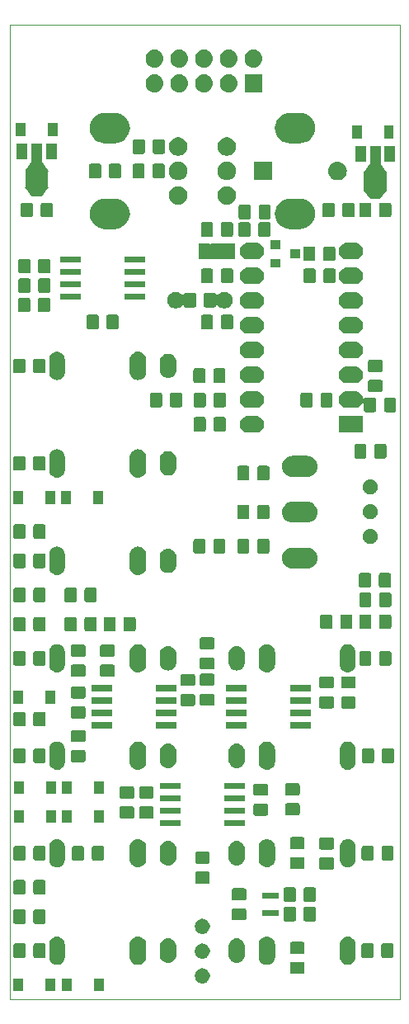
<source format=gbr>
%TF.GenerationSoftware,KiCad,Pcbnew,(5.1.0)-1*%
%TF.CreationDate,2020-03-08T21:47:15+01:00*%
%TF.ProjectId,KicadJE_AC3340_RevA _PCB,4b696361-644a-4455-9f41-43333334305f,rev?*%
%TF.SameCoordinates,Original*%
%TF.FileFunction,Soldermask,Bot*%
%TF.FilePolarity,Negative*%
%FSLAX46Y46*%
G04 Gerber Fmt 4.6, Leading zero omitted, Abs format (unit mm)*
G04 Created by KiCad (PCBNEW (5.1.0)-1) date 2020-03-08 21:47:15*
%MOMM*%
%LPD*%
G04 APERTURE LIST*
%ADD10C,0.050000*%
%ADD11C,0.150000*%
G04 APERTURE END LIST*
D10*
X50000000Y-150000000D02*
X50000000Y-50000000D01*
X90000000Y-150000000D02*
X50000000Y-150000000D01*
X90000000Y-50000000D02*
X90000000Y-150000000D01*
X50000000Y-50000000D02*
X90000000Y-50000000D01*
D11*
G36*
X75900000Y-139025000D02*
G01*
X75900000Y-139650000D01*
X76300000Y-139650000D01*
X76300000Y-139025000D01*
X75900000Y-139025000D01*
G37*
G36*
X76550000Y-139025000D02*
G01*
X76550000Y-139650000D01*
X76950000Y-139650000D01*
X76950000Y-139025000D01*
X76550000Y-139025000D01*
G37*
G36*
X77200000Y-139025000D02*
G01*
X77200000Y-139650000D01*
X77600000Y-139650000D01*
X77600000Y-139025000D01*
X77200000Y-139025000D01*
G37*
G36*
X77600000Y-141475000D02*
G01*
X77600000Y-140850000D01*
X77200000Y-140850000D01*
X77200000Y-141475000D01*
X77600000Y-141475000D01*
G37*
G36*
X76950000Y-141475000D02*
G01*
X76950000Y-140850000D01*
X76550000Y-140850000D01*
X76550000Y-141475000D01*
X76950000Y-141475000D01*
G37*
G36*
X76300000Y-141475000D02*
G01*
X76300000Y-140850000D01*
X75900000Y-140850000D01*
X75900000Y-141475000D01*
X76300000Y-141475000D01*
G37*
G36*
X59651000Y-149151000D02*
G01*
X58649000Y-149151000D01*
X58649000Y-147849000D01*
X59651000Y-147849000D01*
X59651000Y-149151000D01*
X59651000Y-149151000D01*
G37*
G36*
X56351000Y-149151000D02*
G01*
X55349000Y-149151000D01*
X55349000Y-147849000D01*
X56351000Y-147849000D01*
X56351000Y-149151000D01*
X56351000Y-149151000D01*
G37*
G36*
X51351000Y-149151000D02*
G01*
X50349000Y-149151000D01*
X50349000Y-147849000D01*
X51351000Y-147849000D01*
X51351000Y-149151000D01*
X51351000Y-149151000D01*
G37*
G36*
X54651000Y-149151000D02*
G01*
X53649000Y-149151000D01*
X53649000Y-147849000D01*
X54651000Y-147849000D01*
X54651000Y-149151000D01*
X54651000Y-149151000D01*
G37*
G36*
X69875589Y-146818876D02*
G01*
X69974893Y-146838629D01*
X70115206Y-146896748D01*
X70241484Y-146981125D01*
X70348875Y-147088516D01*
X70433252Y-147214794D01*
X70491371Y-147355107D01*
X70521000Y-147504063D01*
X70521000Y-147655937D01*
X70491371Y-147804893D01*
X70433252Y-147945206D01*
X70348875Y-148071484D01*
X70241484Y-148178875D01*
X70115206Y-148263252D01*
X69974893Y-148321371D01*
X69875589Y-148341124D01*
X69825938Y-148351000D01*
X69674062Y-148351000D01*
X69624411Y-148341124D01*
X69525107Y-148321371D01*
X69384794Y-148263252D01*
X69258516Y-148178875D01*
X69151125Y-148071484D01*
X69066748Y-147945206D01*
X69008629Y-147804893D01*
X68979000Y-147655937D01*
X68979000Y-147504063D01*
X69008629Y-147355107D01*
X69066748Y-147214794D01*
X69151125Y-147088516D01*
X69258516Y-146981125D01*
X69384794Y-146896748D01*
X69525107Y-146838629D01*
X69624411Y-146818876D01*
X69674062Y-146809000D01*
X69825938Y-146809000D01*
X69875589Y-146818876D01*
X69875589Y-146818876D01*
G37*
G36*
X80088674Y-146153465D02*
G01*
X80126367Y-146164899D01*
X80161103Y-146183466D01*
X80191548Y-146208452D01*
X80216534Y-146238897D01*
X80235101Y-146273633D01*
X80246535Y-146311326D01*
X80251000Y-146356661D01*
X80251000Y-147193339D01*
X80246535Y-147238674D01*
X80235101Y-147276367D01*
X80216534Y-147311103D01*
X80191548Y-147341548D01*
X80161103Y-147366534D01*
X80126367Y-147385101D01*
X80088674Y-147396535D01*
X80043339Y-147401000D01*
X78956661Y-147401000D01*
X78911326Y-147396535D01*
X78873633Y-147385101D01*
X78838897Y-147366534D01*
X78808452Y-147341548D01*
X78783466Y-147311103D01*
X78764899Y-147276367D01*
X78753465Y-147238674D01*
X78749000Y-147193339D01*
X78749000Y-146356661D01*
X78753465Y-146311326D01*
X78764899Y-146273633D01*
X78783466Y-146238897D01*
X78808452Y-146208452D01*
X78838897Y-146183466D01*
X78873633Y-146164899D01*
X78911326Y-146153465D01*
X78956661Y-146149000D01*
X80043339Y-146149000D01*
X80088674Y-146153465D01*
X80088674Y-146153465D01*
G37*
G36*
X76536823Y-143561313D02*
G01*
X76697242Y-143609976D01*
X76829690Y-143680771D01*
X76845078Y-143688996D01*
X76974659Y-143795341D01*
X77081004Y-143924922D01*
X77081005Y-143924924D01*
X77160024Y-144072758D01*
X77160024Y-144072759D01*
X77160025Y-144072761D01*
X77169083Y-144102620D01*
X77208687Y-144233177D01*
X77221000Y-144358196D01*
X77221000Y-145641804D01*
X77208687Y-145766823D01*
X77160024Y-145927242D01*
X77089114Y-146059906D01*
X77081004Y-146075078D01*
X76992052Y-146183466D01*
X76974659Y-146204659D01*
X76845077Y-146311005D01*
X76697241Y-146390024D01*
X76536822Y-146438687D01*
X76370000Y-146455117D01*
X76203177Y-146438687D01*
X76042758Y-146390024D01*
X75906172Y-146317017D01*
X75894922Y-146311004D01*
X75765341Y-146204659D01*
X75658995Y-146075077D01*
X75579976Y-145927241D01*
X75531313Y-145766822D01*
X75519000Y-145641803D01*
X75519001Y-144358196D01*
X75531314Y-144233177D01*
X75570918Y-144102620D01*
X75579976Y-144072761D01*
X75579977Y-144072759D01*
X75579977Y-144072758D01*
X75658996Y-143924924D01*
X75658997Y-143924922D01*
X75765342Y-143795341D01*
X75894923Y-143688996D01*
X75910311Y-143680771D01*
X76042759Y-143609976D01*
X76203178Y-143561313D01*
X76370000Y-143544883D01*
X76536823Y-143561313D01*
X76536823Y-143561313D01*
G37*
G36*
X63296822Y-143561313D02*
G01*
X63457241Y-143609976D01*
X63605077Y-143688995D01*
X63717024Y-143780868D01*
X63734659Y-143795341D01*
X63841004Y-143924922D01*
X63841005Y-143924924D01*
X63920024Y-144072758D01*
X63920024Y-144072759D01*
X63920025Y-144072761D01*
X63929083Y-144102620D01*
X63968687Y-144233177D01*
X63981000Y-144358196D01*
X63981000Y-145641804D01*
X63968687Y-145766823D01*
X63920024Y-145927242D01*
X63849114Y-146059906D01*
X63841004Y-146075078D01*
X63734659Y-146204659D01*
X63605078Y-146311004D01*
X63593828Y-146317017D01*
X63457242Y-146390024D01*
X63296823Y-146438687D01*
X63130000Y-146455117D01*
X62963178Y-146438687D01*
X62802759Y-146390024D01*
X62666173Y-146317017D01*
X62654923Y-146311004D01*
X62525342Y-146204659D01*
X62418997Y-146075078D01*
X62410887Y-146059906D01*
X62339977Y-145927242D01*
X62291314Y-145766823D01*
X62279001Y-145641804D01*
X62279000Y-144358197D01*
X62291313Y-144233178D01*
X62339976Y-144072759D01*
X62418995Y-143924923D01*
X62525341Y-143795341D01*
X62586824Y-143744883D01*
X62654922Y-143688996D01*
X62670310Y-143680771D01*
X62802758Y-143609976D01*
X62963177Y-143561313D01*
X63130000Y-143544883D01*
X63296822Y-143561313D01*
X63296822Y-143561313D01*
G37*
G36*
X54987022Y-143560590D02*
G01*
X55087681Y-143591125D01*
X55138012Y-143606392D01*
X55277164Y-143680771D01*
X55399133Y-143780867D01*
X55487871Y-143888995D01*
X55499229Y-143902835D01*
X55573608Y-144041987D01*
X55582942Y-144072758D01*
X55619410Y-144192977D01*
X55631000Y-144310655D01*
X55631000Y-145689345D01*
X55619410Y-145807023D01*
X55598766Y-145875076D01*
X55573608Y-145958013D01*
X55499229Y-146097165D01*
X55399133Y-146219133D01*
X55277165Y-146319229D01*
X55138013Y-146393608D01*
X55087682Y-146408875D01*
X54987023Y-146439410D01*
X54830000Y-146454875D01*
X54672978Y-146439410D01*
X54572319Y-146408875D01*
X54521988Y-146393608D01*
X54382836Y-146319229D01*
X54260868Y-146219133D01*
X54160772Y-146097165D01*
X54086393Y-145958013D01*
X54061235Y-145875076D01*
X54040591Y-145807023D01*
X54029001Y-145689345D01*
X54029000Y-144310656D01*
X54030185Y-144298629D01*
X54034633Y-144253465D01*
X54040590Y-144192978D01*
X54086392Y-144041989D01*
X54086392Y-144041988D01*
X54160771Y-143902836D01*
X54172130Y-143888995D01*
X54260867Y-143780867D01*
X54382835Y-143680771D01*
X54521987Y-143606392D01*
X54572318Y-143591125D01*
X54672977Y-143560590D01*
X54830000Y-143545125D01*
X54987022Y-143560590D01*
X54987022Y-143560590D01*
G37*
G36*
X84827023Y-143560590D02*
G01*
X84927682Y-143591125D01*
X84978013Y-143606392D01*
X85117165Y-143680771D01*
X85239133Y-143780867D01*
X85339229Y-143902835D01*
X85413608Y-144041987D01*
X85422942Y-144072758D01*
X85459410Y-144192977D01*
X85471000Y-144310655D01*
X85471000Y-145689345D01*
X85459410Y-145807023D01*
X85438766Y-145875076D01*
X85413608Y-145958013D01*
X85388675Y-146004659D01*
X85339229Y-146097165D01*
X85239133Y-146219133D01*
X85127186Y-146311004D01*
X85117164Y-146319229D01*
X84978012Y-146393608D01*
X84927681Y-146408875D01*
X84827022Y-146439410D01*
X84670000Y-146454875D01*
X84512977Y-146439410D01*
X84412318Y-146408875D01*
X84361987Y-146393608D01*
X84222835Y-146319229D01*
X84162803Y-146269962D01*
X84100867Y-146219133D01*
X84000771Y-146097164D01*
X83926393Y-145958013D01*
X83926392Y-145958012D01*
X83881797Y-145811000D01*
X83880590Y-145807022D01*
X83869000Y-145689344D01*
X83869001Y-144310655D01*
X83880591Y-144192977D01*
X83917059Y-144072758D01*
X83926393Y-144041987D01*
X84000772Y-143902835D01*
X84100868Y-143780867D01*
X84222836Y-143680771D01*
X84361988Y-143606392D01*
X84412319Y-143591125D01*
X84512978Y-143560590D01*
X84670000Y-143545125D01*
X84827023Y-143560590D01*
X84827023Y-143560590D01*
G37*
G36*
X73436823Y-143761313D02*
G01*
X73597242Y-143809976D01*
X73729906Y-143880886D01*
X73745078Y-143888996D01*
X73874659Y-143995341D01*
X73981004Y-144124922D01*
X73981005Y-144124924D01*
X74060024Y-144272758D01*
X74108687Y-144433178D01*
X74121000Y-144558197D01*
X74121000Y-145441804D01*
X74108687Y-145566823D01*
X74060024Y-145727242D01*
X74017380Y-145807023D01*
X73981004Y-145875078D01*
X73874659Y-146004659D01*
X73745077Y-146111005D01*
X73597241Y-146190024D01*
X73436822Y-146238687D01*
X73270000Y-146255117D01*
X73103177Y-146238687D01*
X72942758Y-146190024D01*
X72794924Y-146111005D01*
X72794922Y-146111004D01*
X72665341Y-146004659D01*
X72558995Y-145875077D01*
X72479976Y-145727241D01*
X72431313Y-145566822D01*
X72419000Y-145441803D01*
X72419000Y-144558197D01*
X72431314Y-144433177D01*
X72479977Y-144272758D01*
X72558996Y-144124924D01*
X72558997Y-144124922D01*
X72665342Y-143995341D01*
X72794923Y-143888996D01*
X72810095Y-143880886D01*
X72942759Y-143809976D01*
X73103178Y-143761313D01*
X73270000Y-143744883D01*
X73436823Y-143761313D01*
X73436823Y-143761313D01*
G37*
G36*
X66396822Y-143761313D02*
G01*
X66557241Y-143809976D01*
X66705077Y-143888995D01*
X66834659Y-143995341D01*
X66941004Y-144124922D01*
X66941005Y-144124924D01*
X67020024Y-144272758D01*
X67068687Y-144433177D01*
X67081000Y-144558196D01*
X67081000Y-145441803D01*
X67068687Y-145566822D01*
X67020024Y-145727242D01*
X66977380Y-145807023D01*
X66941004Y-145875078D01*
X66834659Y-146004659D01*
X66705078Y-146111004D01*
X66705076Y-146111005D01*
X66557242Y-146190024D01*
X66396823Y-146238687D01*
X66230000Y-146255117D01*
X66063178Y-146238687D01*
X65902759Y-146190024D01*
X65754925Y-146111005D01*
X65754923Y-146111004D01*
X65625342Y-146004659D01*
X65518997Y-145875078D01*
X65482621Y-145807023D01*
X65439977Y-145727242D01*
X65391314Y-145566823D01*
X65379000Y-145441803D01*
X65379000Y-144558197D01*
X65391313Y-144433178D01*
X65439976Y-144272759D01*
X65518995Y-144124923D01*
X65625341Y-143995341D01*
X65711144Y-143924924D01*
X65754922Y-143888996D01*
X65770094Y-143880886D01*
X65902758Y-143809976D01*
X66063177Y-143761313D01*
X66230000Y-143744883D01*
X66396822Y-143761313D01*
X66396822Y-143761313D01*
G37*
G36*
X69875589Y-144278876D02*
G01*
X69974893Y-144298629D01*
X70115206Y-144356748D01*
X70241484Y-144441125D01*
X70348875Y-144548516D01*
X70433252Y-144674794D01*
X70491371Y-144815107D01*
X70491371Y-144815109D01*
X70521000Y-144964062D01*
X70521000Y-145115938D01*
X70511124Y-145165589D01*
X70491371Y-145264893D01*
X70433252Y-145405206D01*
X70348875Y-145531484D01*
X70241484Y-145638875D01*
X70115206Y-145723252D01*
X69974893Y-145781371D01*
X69875589Y-145801124D01*
X69825938Y-145811000D01*
X69674062Y-145811000D01*
X69624411Y-145801124D01*
X69525107Y-145781371D01*
X69384794Y-145723252D01*
X69258516Y-145638875D01*
X69151125Y-145531484D01*
X69066748Y-145405206D01*
X69008629Y-145264893D01*
X68988876Y-145165589D01*
X68979000Y-145115938D01*
X68979000Y-144964062D01*
X69008629Y-144815109D01*
X69008629Y-144815107D01*
X69066748Y-144674794D01*
X69151125Y-144548516D01*
X69258516Y-144441125D01*
X69384794Y-144356748D01*
X69525107Y-144298629D01*
X69624411Y-144278876D01*
X69674062Y-144269000D01*
X69825938Y-144269000D01*
X69875589Y-144278876D01*
X69875589Y-144278876D01*
G37*
G36*
X87163674Y-144253465D02*
G01*
X87201367Y-144264899D01*
X87236103Y-144283466D01*
X87266548Y-144308452D01*
X87291534Y-144338897D01*
X87310101Y-144373633D01*
X87321535Y-144411326D01*
X87326000Y-144456661D01*
X87326000Y-145543339D01*
X87321535Y-145588674D01*
X87310101Y-145626367D01*
X87291534Y-145661103D01*
X87266548Y-145691548D01*
X87236103Y-145716534D01*
X87201367Y-145735101D01*
X87163674Y-145746535D01*
X87118339Y-145751000D01*
X86281661Y-145751000D01*
X86236326Y-145746535D01*
X86198633Y-145735101D01*
X86163897Y-145716534D01*
X86133452Y-145691548D01*
X86108466Y-145661103D01*
X86089899Y-145626367D01*
X86078465Y-145588674D01*
X86074000Y-145543339D01*
X86074000Y-144456661D01*
X86078465Y-144411326D01*
X86089899Y-144373633D01*
X86108466Y-144338897D01*
X86133452Y-144308452D01*
X86163897Y-144283466D01*
X86198633Y-144264899D01*
X86236326Y-144253465D01*
X86281661Y-144249000D01*
X87118339Y-144249000D01*
X87163674Y-144253465D01*
X87163674Y-144253465D01*
G37*
G36*
X53488674Y-144253465D02*
G01*
X53526367Y-144264899D01*
X53561103Y-144283466D01*
X53591548Y-144308452D01*
X53616534Y-144338897D01*
X53635101Y-144373633D01*
X53646535Y-144411326D01*
X53651000Y-144456661D01*
X53651000Y-145543339D01*
X53646535Y-145588674D01*
X53635101Y-145626367D01*
X53616534Y-145661103D01*
X53591548Y-145691548D01*
X53561103Y-145716534D01*
X53526367Y-145735101D01*
X53488674Y-145746535D01*
X53443339Y-145751000D01*
X52606661Y-145751000D01*
X52561326Y-145746535D01*
X52523633Y-145735101D01*
X52488897Y-145716534D01*
X52458452Y-145691548D01*
X52433466Y-145661103D01*
X52414899Y-145626367D01*
X52403465Y-145588674D01*
X52399000Y-145543339D01*
X52399000Y-144456661D01*
X52403465Y-144411326D01*
X52414899Y-144373633D01*
X52433466Y-144338897D01*
X52458452Y-144308452D01*
X52488897Y-144283466D01*
X52523633Y-144264899D01*
X52561326Y-144253465D01*
X52606661Y-144249000D01*
X53443339Y-144249000D01*
X53488674Y-144253465D01*
X53488674Y-144253465D01*
G37*
G36*
X51438674Y-144253465D02*
G01*
X51476367Y-144264899D01*
X51511103Y-144283466D01*
X51541548Y-144308452D01*
X51566534Y-144338897D01*
X51585101Y-144373633D01*
X51596535Y-144411326D01*
X51601000Y-144456661D01*
X51601000Y-145543339D01*
X51596535Y-145588674D01*
X51585101Y-145626367D01*
X51566534Y-145661103D01*
X51541548Y-145691548D01*
X51511103Y-145716534D01*
X51476367Y-145735101D01*
X51438674Y-145746535D01*
X51393339Y-145751000D01*
X50556661Y-145751000D01*
X50511326Y-145746535D01*
X50473633Y-145735101D01*
X50438897Y-145716534D01*
X50408452Y-145691548D01*
X50383466Y-145661103D01*
X50364899Y-145626367D01*
X50353465Y-145588674D01*
X50349000Y-145543339D01*
X50349000Y-144456661D01*
X50353465Y-144411326D01*
X50364899Y-144373633D01*
X50383466Y-144338897D01*
X50408452Y-144308452D01*
X50438897Y-144283466D01*
X50473633Y-144264899D01*
X50511326Y-144253465D01*
X50556661Y-144249000D01*
X51393339Y-144249000D01*
X51438674Y-144253465D01*
X51438674Y-144253465D01*
G37*
G36*
X89213674Y-144253465D02*
G01*
X89251367Y-144264899D01*
X89286103Y-144283466D01*
X89316548Y-144308452D01*
X89341534Y-144338897D01*
X89360101Y-144373633D01*
X89371535Y-144411326D01*
X89376000Y-144456661D01*
X89376000Y-145543339D01*
X89371535Y-145588674D01*
X89360101Y-145626367D01*
X89341534Y-145661103D01*
X89316548Y-145691548D01*
X89286103Y-145716534D01*
X89251367Y-145735101D01*
X89213674Y-145746535D01*
X89168339Y-145751000D01*
X88331661Y-145751000D01*
X88286326Y-145746535D01*
X88248633Y-145735101D01*
X88213897Y-145716534D01*
X88183452Y-145691548D01*
X88158466Y-145661103D01*
X88139899Y-145626367D01*
X88128465Y-145588674D01*
X88124000Y-145543339D01*
X88124000Y-144456661D01*
X88128465Y-144411326D01*
X88139899Y-144373633D01*
X88158466Y-144338897D01*
X88183452Y-144308452D01*
X88213897Y-144283466D01*
X88248633Y-144264899D01*
X88286326Y-144253465D01*
X88331661Y-144249000D01*
X89168339Y-144249000D01*
X89213674Y-144253465D01*
X89213674Y-144253465D01*
G37*
G36*
X80088674Y-144103465D02*
G01*
X80126367Y-144114899D01*
X80161103Y-144133466D01*
X80191548Y-144158452D01*
X80216534Y-144188897D01*
X80235101Y-144223633D01*
X80246535Y-144261326D01*
X80251000Y-144306661D01*
X80251000Y-145143339D01*
X80246535Y-145188674D01*
X80235101Y-145226367D01*
X80216534Y-145261103D01*
X80191548Y-145291548D01*
X80161103Y-145316534D01*
X80126367Y-145335101D01*
X80088674Y-145346535D01*
X80043339Y-145351000D01*
X78956661Y-145351000D01*
X78911326Y-145346535D01*
X78873633Y-145335101D01*
X78838897Y-145316534D01*
X78808452Y-145291548D01*
X78783466Y-145261103D01*
X78764899Y-145226367D01*
X78753465Y-145188674D01*
X78749000Y-145143339D01*
X78749000Y-144306661D01*
X78753465Y-144261326D01*
X78764899Y-144223633D01*
X78783466Y-144188897D01*
X78808452Y-144158452D01*
X78838897Y-144133466D01*
X78873633Y-144114899D01*
X78911326Y-144103465D01*
X78956661Y-144099000D01*
X80043339Y-144099000D01*
X80088674Y-144103465D01*
X80088674Y-144103465D01*
G37*
G36*
X69874572Y-141738674D02*
G01*
X69974893Y-141758629D01*
X70115206Y-141816748D01*
X70241484Y-141901125D01*
X70348875Y-142008516D01*
X70433252Y-142134794D01*
X70491371Y-142275107D01*
X70521000Y-142424063D01*
X70521000Y-142575937D01*
X70491371Y-142724893D01*
X70433252Y-142865206D01*
X70348875Y-142991484D01*
X70241484Y-143098875D01*
X70115206Y-143183252D01*
X69974893Y-143241371D01*
X69875589Y-143261124D01*
X69825938Y-143271000D01*
X69674062Y-143271000D01*
X69624411Y-143261124D01*
X69525107Y-143241371D01*
X69384794Y-143183252D01*
X69258516Y-143098875D01*
X69151125Y-142991484D01*
X69066748Y-142865206D01*
X69008629Y-142724893D01*
X68979000Y-142575937D01*
X68979000Y-142424063D01*
X69008629Y-142275107D01*
X69066748Y-142134794D01*
X69151125Y-142008516D01*
X69258516Y-141901125D01*
X69384794Y-141816748D01*
X69525107Y-141758629D01*
X69625428Y-141738674D01*
X69674062Y-141729000D01*
X69825938Y-141729000D01*
X69874572Y-141738674D01*
X69874572Y-141738674D01*
G37*
G36*
X51438674Y-140753465D02*
G01*
X51476367Y-140764899D01*
X51511103Y-140783466D01*
X51541548Y-140808452D01*
X51566534Y-140838897D01*
X51585101Y-140873633D01*
X51596535Y-140911326D01*
X51601000Y-140956661D01*
X51601000Y-142043339D01*
X51596535Y-142088674D01*
X51585101Y-142126367D01*
X51566534Y-142161103D01*
X51541548Y-142191548D01*
X51511103Y-142216534D01*
X51476367Y-142235101D01*
X51438674Y-142246535D01*
X51393339Y-142251000D01*
X50556661Y-142251000D01*
X50511326Y-142246535D01*
X50473633Y-142235101D01*
X50438897Y-142216534D01*
X50408452Y-142191548D01*
X50383466Y-142161103D01*
X50364899Y-142126367D01*
X50353465Y-142088674D01*
X50349000Y-142043339D01*
X50349000Y-140956661D01*
X50353465Y-140911326D01*
X50364899Y-140873633D01*
X50383466Y-140838897D01*
X50408452Y-140808452D01*
X50438897Y-140783466D01*
X50473633Y-140764899D01*
X50511326Y-140753465D01*
X50556661Y-140749000D01*
X51393339Y-140749000D01*
X51438674Y-140753465D01*
X51438674Y-140753465D01*
G37*
G36*
X53488674Y-140753465D02*
G01*
X53526367Y-140764899D01*
X53561103Y-140783466D01*
X53591548Y-140808452D01*
X53616534Y-140838897D01*
X53635101Y-140873633D01*
X53646535Y-140911326D01*
X53651000Y-140956661D01*
X53651000Y-142043339D01*
X53646535Y-142088674D01*
X53635101Y-142126367D01*
X53616534Y-142161103D01*
X53591548Y-142191548D01*
X53561103Y-142216534D01*
X53526367Y-142235101D01*
X53488674Y-142246535D01*
X53443339Y-142251000D01*
X52606661Y-142251000D01*
X52561326Y-142246535D01*
X52523633Y-142235101D01*
X52488897Y-142216534D01*
X52458452Y-142191548D01*
X52433466Y-142161103D01*
X52414899Y-142126367D01*
X52403465Y-142088674D01*
X52399000Y-142043339D01*
X52399000Y-140956661D01*
X52403465Y-140911326D01*
X52414899Y-140873633D01*
X52433466Y-140838897D01*
X52458452Y-140808452D01*
X52488897Y-140783466D01*
X52523633Y-140764899D01*
X52561326Y-140753465D01*
X52606661Y-140749000D01*
X53443339Y-140749000D01*
X53488674Y-140753465D01*
X53488674Y-140753465D01*
G37*
G36*
X79188674Y-140503465D02*
G01*
X79226367Y-140514899D01*
X79261103Y-140533466D01*
X79291548Y-140558452D01*
X79316534Y-140588897D01*
X79335101Y-140623633D01*
X79346535Y-140661326D01*
X79351000Y-140706661D01*
X79351000Y-141793339D01*
X79346535Y-141838674D01*
X79335101Y-141876367D01*
X79316534Y-141911103D01*
X79291548Y-141941548D01*
X79261103Y-141966534D01*
X79226367Y-141985101D01*
X79188674Y-141996535D01*
X79143339Y-142001000D01*
X78306661Y-142001000D01*
X78261326Y-141996535D01*
X78223633Y-141985101D01*
X78188897Y-141966534D01*
X78158452Y-141941548D01*
X78133466Y-141911103D01*
X78114899Y-141876367D01*
X78103465Y-141838674D01*
X78099000Y-141793339D01*
X78099000Y-140706661D01*
X78103465Y-140661326D01*
X78114899Y-140623633D01*
X78133466Y-140588897D01*
X78158452Y-140558452D01*
X78188897Y-140533466D01*
X78223633Y-140514899D01*
X78261326Y-140503465D01*
X78306661Y-140499000D01*
X79143339Y-140499000D01*
X79188674Y-140503465D01*
X79188674Y-140503465D01*
G37*
G36*
X81238674Y-140503465D02*
G01*
X81276367Y-140514899D01*
X81311103Y-140533466D01*
X81341548Y-140558452D01*
X81366534Y-140588897D01*
X81385101Y-140623633D01*
X81396535Y-140661326D01*
X81401000Y-140706661D01*
X81401000Y-141793339D01*
X81396535Y-141838674D01*
X81385101Y-141876367D01*
X81366534Y-141911103D01*
X81341548Y-141941548D01*
X81311103Y-141966534D01*
X81276367Y-141985101D01*
X81238674Y-141996535D01*
X81193339Y-142001000D01*
X80356661Y-142001000D01*
X80311326Y-141996535D01*
X80273633Y-141985101D01*
X80238897Y-141966534D01*
X80208452Y-141941548D01*
X80183466Y-141911103D01*
X80164899Y-141876367D01*
X80153465Y-141838674D01*
X80149000Y-141793339D01*
X80149000Y-140706661D01*
X80153465Y-140661326D01*
X80164899Y-140623633D01*
X80183466Y-140588897D01*
X80208452Y-140558452D01*
X80238897Y-140533466D01*
X80273633Y-140514899D01*
X80311326Y-140503465D01*
X80356661Y-140499000D01*
X81193339Y-140499000D01*
X81238674Y-140503465D01*
X81238674Y-140503465D01*
G37*
G36*
X74088674Y-140653465D02*
G01*
X74126367Y-140664899D01*
X74161103Y-140683466D01*
X74191548Y-140708452D01*
X74216534Y-140738897D01*
X74235101Y-140773633D01*
X74246535Y-140811326D01*
X74251000Y-140856661D01*
X74251000Y-141693339D01*
X74246535Y-141738674D01*
X74235101Y-141776367D01*
X74216534Y-141811103D01*
X74191548Y-141841548D01*
X74161103Y-141866534D01*
X74126367Y-141885101D01*
X74088674Y-141896535D01*
X74043339Y-141901000D01*
X72956661Y-141901000D01*
X72911326Y-141896535D01*
X72873633Y-141885101D01*
X72838897Y-141866534D01*
X72808452Y-141841548D01*
X72783466Y-141811103D01*
X72764899Y-141776367D01*
X72753465Y-141738674D01*
X72749000Y-141693339D01*
X72749000Y-140856661D01*
X72753465Y-140811326D01*
X72764899Y-140773633D01*
X72783466Y-140738897D01*
X72808452Y-140708452D01*
X72838897Y-140683466D01*
X72873633Y-140664899D01*
X72911326Y-140653465D01*
X72956661Y-140649000D01*
X74043339Y-140649000D01*
X74088674Y-140653465D01*
X74088674Y-140653465D01*
G37*
G36*
X77601000Y-141476000D02*
G01*
X75899000Y-141476000D01*
X75899000Y-140874000D01*
X77601000Y-140874000D01*
X77601000Y-141476000D01*
X77601000Y-141476000D01*
G37*
G36*
X81238674Y-138503465D02*
G01*
X81276367Y-138514899D01*
X81311103Y-138533466D01*
X81341548Y-138558452D01*
X81366534Y-138588897D01*
X81385101Y-138623633D01*
X81396535Y-138661326D01*
X81401000Y-138706661D01*
X81401000Y-139793339D01*
X81396535Y-139838674D01*
X81385101Y-139876367D01*
X81366534Y-139911103D01*
X81341548Y-139941548D01*
X81311103Y-139966534D01*
X81276367Y-139985101D01*
X81238674Y-139996535D01*
X81193339Y-140001000D01*
X80356661Y-140001000D01*
X80311326Y-139996535D01*
X80273633Y-139985101D01*
X80238897Y-139966534D01*
X80208452Y-139941548D01*
X80183466Y-139911103D01*
X80164899Y-139876367D01*
X80153465Y-139838674D01*
X80149000Y-139793339D01*
X80149000Y-138706661D01*
X80153465Y-138661326D01*
X80164899Y-138623633D01*
X80183466Y-138588897D01*
X80208452Y-138558452D01*
X80238897Y-138533466D01*
X80273633Y-138514899D01*
X80311326Y-138503465D01*
X80356661Y-138499000D01*
X81193339Y-138499000D01*
X81238674Y-138503465D01*
X81238674Y-138503465D01*
G37*
G36*
X79188674Y-138503465D02*
G01*
X79226367Y-138514899D01*
X79261103Y-138533466D01*
X79291548Y-138558452D01*
X79316534Y-138588897D01*
X79335101Y-138623633D01*
X79346535Y-138661326D01*
X79351000Y-138706661D01*
X79351000Y-139793339D01*
X79346535Y-139838674D01*
X79335101Y-139876367D01*
X79316534Y-139911103D01*
X79291548Y-139941548D01*
X79261103Y-139966534D01*
X79226367Y-139985101D01*
X79188674Y-139996535D01*
X79143339Y-140001000D01*
X78306661Y-140001000D01*
X78261326Y-139996535D01*
X78223633Y-139985101D01*
X78188897Y-139966534D01*
X78158452Y-139941548D01*
X78133466Y-139911103D01*
X78114899Y-139876367D01*
X78103465Y-139838674D01*
X78099000Y-139793339D01*
X78099000Y-138706661D01*
X78103465Y-138661326D01*
X78114899Y-138623633D01*
X78133466Y-138588897D01*
X78158452Y-138558452D01*
X78188897Y-138533466D01*
X78223633Y-138514899D01*
X78261326Y-138503465D01*
X78306661Y-138499000D01*
X79143339Y-138499000D01*
X79188674Y-138503465D01*
X79188674Y-138503465D01*
G37*
G36*
X74088674Y-138603465D02*
G01*
X74126367Y-138614899D01*
X74161103Y-138633466D01*
X74191548Y-138658452D01*
X74216534Y-138688897D01*
X74235101Y-138723633D01*
X74246535Y-138761326D01*
X74251000Y-138806661D01*
X74251000Y-139643339D01*
X74246535Y-139688674D01*
X74235101Y-139726367D01*
X74216534Y-139761103D01*
X74191548Y-139791548D01*
X74161103Y-139816534D01*
X74126367Y-139835101D01*
X74088674Y-139846535D01*
X74043339Y-139851000D01*
X72956661Y-139851000D01*
X72911326Y-139846535D01*
X72873633Y-139835101D01*
X72838897Y-139816534D01*
X72808452Y-139791548D01*
X72783466Y-139761103D01*
X72764899Y-139726367D01*
X72753465Y-139688674D01*
X72749000Y-139643339D01*
X72749000Y-138806661D01*
X72753465Y-138761326D01*
X72764899Y-138723633D01*
X72783466Y-138688897D01*
X72808452Y-138658452D01*
X72838897Y-138633466D01*
X72873633Y-138614899D01*
X72911326Y-138603465D01*
X72956661Y-138599000D01*
X74043339Y-138599000D01*
X74088674Y-138603465D01*
X74088674Y-138603465D01*
G37*
G36*
X77601000Y-139626000D02*
G01*
X75899000Y-139626000D01*
X75899000Y-139024000D01*
X77601000Y-139024000D01*
X77601000Y-139626000D01*
X77601000Y-139626000D01*
G37*
G36*
X53488674Y-137753465D02*
G01*
X53526367Y-137764899D01*
X53561103Y-137783466D01*
X53591548Y-137808452D01*
X53616534Y-137838897D01*
X53635101Y-137873633D01*
X53646535Y-137911326D01*
X53651000Y-137956661D01*
X53651000Y-139043339D01*
X53646535Y-139088674D01*
X53635101Y-139126367D01*
X53616534Y-139161103D01*
X53591548Y-139191548D01*
X53561103Y-139216534D01*
X53526367Y-139235101D01*
X53488674Y-139246535D01*
X53443339Y-139251000D01*
X52606661Y-139251000D01*
X52561326Y-139246535D01*
X52523633Y-139235101D01*
X52488897Y-139216534D01*
X52458452Y-139191548D01*
X52433466Y-139161103D01*
X52414899Y-139126367D01*
X52403465Y-139088674D01*
X52399000Y-139043339D01*
X52399000Y-137956661D01*
X52403465Y-137911326D01*
X52414899Y-137873633D01*
X52433466Y-137838897D01*
X52458452Y-137808452D01*
X52488897Y-137783466D01*
X52523633Y-137764899D01*
X52561326Y-137753465D01*
X52606661Y-137749000D01*
X53443339Y-137749000D01*
X53488674Y-137753465D01*
X53488674Y-137753465D01*
G37*
G36*
X51438674Y-137753465D02*
G01*
X51476367Y-137764899D01*
X51511103Y-137783466D01*
X51541548Y-137808452D01*
X51566534Y-137838897D01*
X51585101Y-137873633D01*
X51596535Y-137911326D01*
X51601000Y-137956661D01*
X51601000Y-139043339D01*
X51596535Y-139088674D01*
X51585101Y-139126367D01*
X51566534Y-139161103D01*
X51541548Y-139191548D01*
X51511103Y-139216534D01*
X51476367Y-139235101D01*
X51438674Y-139246535D01*
X51393339Y-139251000D01*
X50556661Y-139251000D01*
X50511326Y-139246535D01*
X50473633Y-139235101D01*
X50438897Y-139216534D01*
X50408452Y-139191548D01*
X50383466Y-139161103D01*
X50364899Y-139126367D01*
X50353465Y-139088674D01*
X50349000Y-139043339D01*
X50349000Y-137956661D01*
X50353465Y-137911326D01*
X50364899Y-137873633D01*
X50383466Y-137838897D01*
X50408452Y-137808452D01*
X50438897Y-137783466D01*
X50473633Y-137764899D01*
X50511326Y-137753465D01*
X50556661Y-137749000D01*
X51393339Y-137749000D01*
X51438674Y-137753465D01*
X51438674Y-137753465D01*
G37*
G36*
X70338674Y-136878465D02*
G01*
X70376367Y-136889899D01*
X70411103Y-136908466D01*
X70441548Y-136933452D01*
X70466534Y-136963897D01*
X70485101Y-136998633D01*
X70496535Y-137036326D01*
X70501000Y-137081661D01*
X70501000Y-137918339D01*
X70496535Y-137963674D01*
X70485101Y-138001367D01*
X70466534Y-138036103D01*
X70441548Y-138066548D01*
X70411103Y-138091534D01*
X70376367Y-138110101D01*
X70338674Y-138121535D01*
X70293339Y-138126000D01*
X69206661Y-138126000D01*
X69161326Y-138121535D01*
X69123633Y-138110101D01*
X69088897Y-138091534D01*
X69058452Y-138066548D01*
X69033466Y-138036103D01*
X69014899Y-138001367D01*
X69003465Y-137963674D01*
X68999000Y-137918339D01*
X68999000Y-137081661D01*
X69003465Y-137036326D01*
X69014899Y-136998633D01*
X69033466Y-136963897D01*
X69058452Y-136933452D01*
X69088897Y-136908466D01*
X69123633Y-136889899D01*
X69161326Y-136878465D01*
X69206661Y-136874000D01*
X70293339Y-136874000D01*
X70338674Y-136878465D01*
X70338674Y-136878465D01*
G37*
G36*
X83088674Y-135428465D02*
G01*
X83126367Y-135439899D01*
X83161103Y-135458466D01*
X83191548Y-135483452D01*
X83216534Y-135513897D01*
X83235101Y-135548633D01*
X83246535Y-135586326D01*
X83251000Y-135631661D01*
X83251000Y-136468339D01*
X83246535Y-136513674D01*
X83235101Y-136551367D01*
X83216534Y-136586103D01*
X83191548Y-136616548D01*
X83161103Y-136641534D01*
X83126367Y-136660101D01*
X83088674Y-136671535D01*
X83043339Y-136676000D01*
X81956661Y-136676000D01*
X81911326Y-136671535D01*
X81873633Y-136660101D01*
X81838897Y-136641534D01*
X81808452Y-136616548D01*
X81783466Y-136586103D01*
X81764899Y-136551367D01*
X81753465Y-136513674D01*
X81749000Y-136468339D01*
X81749000Y-135631661D01*
X81753465Y-135586326D01*
X81764899Y-135548633D01*
X81783466Y-135513897D01*
X81808452Y-135483452D01*
X81838897Y-135458466D01*
X81873633Y-135439899D01*
X81911326Y-135428465D01*
X81956661Y-135424000D01*
X83043339Y-135424000D01*
X83088674Y-135428465D01*
X83088674Y-135428465D01*
G37*
G36*
X80088674Y-135403465D02*
G01*
X80126367Y-135414899D01*
X80161103Y-135433466D01*
X80191548Y-135458452D01*
X80216534Y-135488897D01*
X80235101Y-135523633D01*
X80246535Y-135561326D01*
X80251000Y-135606661D01*
X80251000Y-136443339D01*
X80246535Y-136488674D01*
X80235101Y-136526367D01*
X80216534Y-136561103D01*
X80191548Y-136591548D01*
X80161103Y-136616534D01*
X80126367Y-136635101D01*
X80088674Y-136646535D01*
X80043339Y-136651000D01*
X78956661Y-136651000D01*
X78911326Y-136646535D01*
X78873633Y-136635101D01*
X78838897Y-136616534D01*
X78808452Y-136591548D01*
X78783466Y-136561103D01*
X78764899Y-136526367D01*
X78753465Y-136488674D01*
X78749000Y-136443339D01*
X78749000Y-135606661D01*
X78753465Y-135561326D01*
X78764899Y-135523633D01*
X78783466Y-135488897D01*
X78808452Y-135458452D01*
X78838897Y-135433466D01*
X78873633Y-135414899D01*
X78911326Y-135403465D01*
X78956661Y-135399000D01*
X80043339Y-135399000D01*
X80088674Y-135403465D01*
X80088674Y-135403465D01*
G37*
G36*
X63296822Y-133561313D02*
G01*
X63457241Y-133609976D01*
X63605077Y-133688995D01*
X63717024Y-133780868D01*
X63734659Y-133795341D01*
X63841004Y-133924922D01*
X63841005Y-133924924D01*
X63920024Y-134072758D01*
X63968687Y-134233177D01*
X63981000Y-134358196D01*
X63981000Y-135641804D01*
X63968687Y-135766823D01*
X63920024Y-135927242D01*
X63858934Y-136041534D01*
X63841004Y-136075078D01*
X63734659Y-136204659D01*
X63605078Y-136311004D01*
X63605076Y-136311005D01*
X63457242Y-136390024D01*
X63296823Y-136438687D01*
X63130000Y-136455117D01*
X62963178Y-136438687D01*
X62802759Y-136390024D01*
X62654925Y-136311005D01*
X62654923Y-136311004D01*
X62525342Y-136204659D01*
X62418997Y-136075078D01*
X62401067Y-136041534D01*
X62339977Y-135927242D01*
X62291314Y-135766823D01*
X62279001Y-135641804D01*
X62279000Y-134358197D01*
X62291313Y-134233178D01*
X62339976Y-134072759D01*
X62418995Y-133924923D01*
X62525341Y-133795341D01*
X62586824Y-133744883D01*
X62654922Y-133688996D01*
X62670310Y-133680771D01*
X62802758Y-133609976D01*
X62963177Y-133561313D01*
X63130000Y-133544883D01*
X63296822Y-133561313D01*
X63296822Y-133561313D01*
G37*
G36*
X76536823Y-133561313D02*
G01*
X76697242Y-133609976D01*
X76829690Y-133680771D01*
X76845078Y-133688996D01*
X76974659Y-133795341D01*
X77081004Y-133924922D01*
X77081005Y-133924924D01*
X77160024Y-134072758D01*
X77208687Y-134233177D01*
X77221000Y-134358196D01*
X77221000Y-135641804D01*
X77208687Y-135766823D01*
X77160024Y-135927242D01*
X77098934Y-136041534D01*
X77081004Y-136075078D01*
X77051520Y-136111004D01*
X76974659Y-136204659D01*
X76845077Y-136311005D01*
X76697241Y-136390024D01*
X76536822Y-136438687D01*
X76370000Y-136455117D01*
X76203177Y-136438687D01*
X76042758Y-136390024D01*
X75894924Y-136311005D01*
X75894922Y-136311004D01*
X75765341Y-136204659D01*
X75688480Y-136111004D01*
X75658995Y-136075077D01*
X75579976Y-135927241D01*
X75531313Y-135766822D01*
X75519000Y-135641803D01*
X75519001Y-134358196D01*
X75531314Y-134233177D01*
X75579977Y-134072758D01*
X75658996Y-133924924D01*
X75658997Y-133924922D01*
X75765342Y-133795341D01*
X75894923Y-133688996D01*
X75910311Y-133680771D01*
X76042759Y-133609976D01*
X76203178Y-133561313D01*
X76370000Y-133544883D01*
X76536823Y-133561313D01*
X76536823Y-133561313D01*
G37*
G36*
X54987022Y-133560590D02*
G01*
X55087681Y-133591125D01*
X55138012Y-133606392D01*
X55212436Y-133646173D01*
X55277164Y-133680771D01*
X55399133Y-133780867D01*
X55487871Y-133888995D01*
X55499229Y-133902835D01*
X55573608Y-134041987D01*
X55582942Y-134072758D01*
X55619410Y-134192977D01*
X55631000Y-134310655D01*
X55631000Y-135689345D01*
X55619410Y-135807023D01*
X55604272Y-135856925D01*
X55573608Y-135958013D01*
X55499229Y-136097165D01*
X55399133Y-136219133D01*
X55277165Y-136319229D01*
X55138013Y-136393608D01*
X55087682Y-136408875D01*
X54987023Y-136439410D01*
X54830000Y-136454875D01*
X54672978Y-136439410D01*
X54572319Y-136408875D01*
X54521988Y-136393608D01*
X54382836Y-136319229D01*
X54260868Y-136219133D01*
X54160772Y-136097165D01*
X54086393Y-135958013D01*
X54055729Y-135856925D01*
X54040591Y-135807023D01*
X54029001Y-135689345D01*
X54029000Y-134310656D01*
X54040590Y-134192978D01*
X54086392Y-134041989D01*
X54086392Y-134041988D01*
X54160771Y-133902836D01*
X54172130Y-133888995D01*
X54260867Y-133780867D01*
X54382835Y-133680771D01*
X54447563Y-133646173D01*
X54521987Y-133606392D01*
X54572318Y-133591125D01*
X54672977Y-133560590D01*
X54830000Y-133545125D01*
X54987022Y-133560590D01*
X54987022Y-133560590D01*
G37*
G36*
X84827023Y-133560590D02*
G01*
X84927682Y-133591125D01*
X84978013Y-133606392D01*
X85117165Y-133680771D01*
X85239133Y-133780867D01*
X85339229Y-133902835D01*
X85413608Y-134041987D01*
X85422942Y-134072758D01*
X85459410Y-134192977D01*
X85471000Y-134310655D01*
X85471000Y-135689345D01*
X85459410Y-135807023D01*
X85444272Y-135856925D01*
X85413608Y-135958013D01*
X85352929Y-136071535D01*
X85339229Y-136097165D01*
X85239133Y-136219133D01*
X85127186Y-136311004D01*
X85117164Y-136319229D01*
X84978012Y-136393608D01*
X84927681Y-136408875D01*
X84827022Y-136439410D01*
X84670000Y-136454875D01*
X84512977Y-136439410D01*
X84412318Y-136408875D01*
X84361987Y-136393608D01*
X84222835Y-136319229D01*
X84212813Y-136311004D01*
X84100867Y-136219133D01*
X84000771Y-136097164D01*
X83926392Y-135958012D01*
X83901234Y-135875076D01*
X83880590Y-135807022D01*
X83869000Y-135689344D01*
X83869001Y-134310655D01*
X83880591Y-134192977D01*
X83917059Y-134072758D01*
X83926393Y-134041987D01*
X84000772Y-133902835D01*
X84100868Y-133780867D01*
X84222836Y-133680771D01*
X84361988Y-133606392D01*
X84412319Y-133591125D01*
X84512978Y-133560590D01*
X84670000Y-133545125D01*
X84827023Y-133560590D01*
X84827023Y-133560590D01*
G37*
G36*
X66396822Y-133761313D02*
G01*
X66557241Y-133809976D01*
X66705077Y-133888995D01*
X66834659Y-133995341D01*
X66941004Y-134124922D01*
X66941005Y-134124924D01*
X67020024Y-134272758D01*
X67068687Y-134433177D01*
X67081000Y-134558196D01*
X67081000Y-135441803D01*
X67068687Y-135566822D01*
X67020024Y-135727242D01*
X66977380Y-135807023D01*
X66941004Y-135875078D01*
X66834659Y-136004659D01*
X66705078Y-136111004D01*
X66705076Y-136111005D01*
X66557242Y-136190024D01*
X66396823Y-136238687D01*
X66230000Y-136255117D01*
X66063178Y-136238687D01*
X65902759Y-136190024D01*
X65754925Y-136111005D01*
X65754923Y-136111004D01*
X65625342Y-136004659D01*
X65518997Y-135875078D01*
X65482621Y-135807023D01*
X65439977Y-135727242D01*
X65391314Y-135566823D01*
X65379000Y-135441803D01*
X65379000Y-134558197D01*
X65391313Y-134433178D01*
X65439976Y-134272759D01*
X65518995Y-134124923D01*
X65625341Y-133995341D01*
X65711144Y-133924924D01*
X65754922Y-133888996D01*
X65770094Y-133880886D01*
X65902758Y-133809976D01*
X66063177Y-133761313D01*
X66230000Y-133744883D01*
X66396822Y-133761313D01*
X66396822Y-133761313D01*
G37*
G36*
X73436823Y-133761313D02*
G01*
X73597242Y-133809976D01*
X73729906Y-133880886D01*
X73745078Y-133888996D01*
X73874659Y-133995341D01*
X73981004Y-134124922D01*
X73981005Y-134124924D01*
X74060024Y-134272758D01*
X74108687Y-134433178D01*
X74121000Y-134558197D01*
X74121000Y-135441804D01*
X74108687Y-135566823D01*
X74060024Y-135727242D01*
X74017380Y-135807023D01*
X73981004Y-135875078D01*
X73889888Y-135986103D01*
X73874659Y-136004659D01*
X73745077Y-136111005D01*
X73597241Y-136190024D01*
X73436822Y-136238687D01*
X73270000Y-136255117D01*
X73103177Y-136238687D01*
X72942758Y-136190024D01*
X72794924Y-136111005D01*
X72794922Y-136111004D01*
X72665341Y-136004659D01*
X72658466Y-135996282D01*
X72558995Y-135875077D01*
X72479976Y-135727241D01*
X72431313Y-135566822D01*
X72419000Y-135441803D01*
X72419000Y-134558197D01*
X72431314Y-134433177D01*
X72479977Y-134272758D01*
X72558996Y-134124924D01*
X72558997Y-134124922D01*
X72665342Y-133995341D01*
X72794923Y-133888996D01*
X72810095Y-133880886D01*
X72942759Y-133809976D01*
X73103178Y-133761313D01*
X73270000Y-133744883D01*
X73436823Y-133761313D01*
X73436823Y-133761313D01*
G37*
G36*
X70338674Y-134828465D02*
G01*
X70376367Y-134839899D01*
X70411103Y-134858466D01*
X70441548Y-134883452D01*
X70466534Y-134913897D01*
X70485101Y-134948633D01*
X70496535Y-134986326D01*
X70501000Y-135031661D01*
X70501000Y-135868339D01*
X70496535Y-135913674D01*
X70485101Y-135951367D01*
X70466534Y-135986103D01*
X70441548Y-136016548D01*
X70411103Y-136041534D01*
X70376367Y-136060101D01*
X70338674Y-136071535D01*
X70293339Y-136076000D01*
X69206661Y-136076000D01*
X69161326Y-136071535D01*
X69123633Y-136060101D01*
X69088897Y-136041534D01*
X69058452Y-136016548D01*
X69033466Y-135986103D01*
X69014899Y-135951367D01*
X69003465Y-135913674D01*
X68999000Y-135868339D01*
X68999000Y-135031661D01*
X69003465Y-134986326D01*
X69014899Y-134948633D01*
X69033466Y-134913897D01*
X69058452Y-134883452D01*
X69088897Y-134858466D01*
X69123633Y-134839899D01*
X69161326Y-134828465D01*
X69206661Y-134824000D01*
X70293339Y-134824000D01*
X70338674Y-134828465D01*
X70338674Y-134828465D01*
G37*
G36*
X53488674Y-134253465D02*
G01*
X53526367Y-134264899D01*
X53561103Y-134283466D01*
X53591548Y-134308452D01*
X53616534Y-134338897D01*
X53635101Y-134373633D01*
X53646535Y-134411326D01*
X53651000Y-134456661D01*
X53651000Y-135543339D01*
X53646535Y-135588674D01*
X53635101Y-135626367D01*
X53616534Y-135661103D01*
X53591548Y-135691548D01*
X53561103Y-135716534D01*
X53526367Y-135735101D01*
X53488674Y-135746535D01*
X53443339Y-135751000D01*
X52606661Y-135751000D01*
X52561326Y-135746535D01*
X52523633Y-135735101D01*
X52488897Y-135716534D01*
X52458452Y-135691548D01*
X52433466Y-135661103D01*
X52414899Y-135626367D01*
X52403465Y-135588674D01*
X52399000Y-135543339D01*
X52399000Y-134456661D01*
X52403465Y-134411326D01*
X52414899Y-134373633D01*
X52433466Y-134338897D01*
X52458452Y-134308452D01*
X52488897Y-134283466D01*
X52523633Y-134264899D01*
X52561326Y-134253465D01*
X52606661Y-134249000D01*
X53443339Y-134249000D01*
X53488674Y-134253465D01*
X53488674Y-134253465D01*
G37*
G36*
X51438674Y-134253465D02*
G01*
X51476367Y-134264899D01*
X51511103Y-134283466D01*
X51541548Y-134308452D01*
X51566534Y-134338897D01*
X51585101Y-134373633D01*
X51596535Y-134411326D01*
X51601000Y-134456661D01*
X51601000Y-135543339D01*
X51596535Y-135588674D01*
X51585101Y-135626367D01*
X51566534Y-135661103D01*
X51541548Y-135691548D01*
X51511103Y-135716534D01*
X51476367Y-135735101D01*
X51438674Y-135746535D01*
X51393339Y-135751000D01*
X50556661Y-135751000D01*
X50511326Y-135746535D01*
X50473633Y-135735101D01*
X50438897Y-135716534D01*
X50408452Y-135691548D01*
X50383466Y-135661103D01*
X50364899Y-135626367D01*
X50353465Y-135588674D01*
X50349000Y-135543339D01*
X50349000Y-134456661D01*
X50353465Y-134411326D01*
X50364899Y-134373633D01*
X50383466Y-134338897D01*
X50408452Y-134308452D01*
X50438897Y-134283466D01*
X50473633Y-134264899D01*
X50511326Y-134253465D01*
X50556661Y-134249000D01*
X51393339Y-134249000D01*
X51438674Y-134253465D01*
X51438674Y-134253465D01*
G37*
G36*
X89238674Y-134253465D02*
G01*
X89276367Y-134264899D01*
X89311103Y-134283466D01*
X89341548Y-134308452D01*
X89366534Y-134338897D01*
X89385101Y-134373633D01*
X89396535Y-134411326D01*
X89401000Y-134456661D01*
X89401000Y-135543339D01*
X89396535Y-135588674D01*
X89385101Y-135626367D01*
X89366534Y-135661103D01*
X89341548Y-135691548D01*
X89311103Y-135716534D01*
X89276367Y-135735101D01*
X89238674Y-135746535D01*
X89193339Y-135751000D01*
X88356661Y-135751000D01*
X88311326Y-135746535D01*
X88273633Y-135735101D01*
X88238897Y-135716534D01*
X88208452Y-135691548D01*
X88183466Y-135661103D01*
X88164899Y-135626367D01*
X88153465Y-135588674D01*
X88149000Y-135543339D01*
X88149000Y-134456661D01*
X88153465Y-134411326D01*
X88164899Y-134373633D01*
X88183466Y-134338897D01*
X88208452Y-134308452D01*
X88238897Y-134283466D01*
X88273633Y-134264899D01*
X88311326Y-134253465D01*
X88356661Y-134249000D01*
X89193339Y-134249000D01*
X89238674Y-134253465D01*
X89238674Y-134253465D01*
G37*
G36*
X57438674Y-134253465D02*
G01*
X57476367Y-134264899D01*
X57511103Y-134283466D01*
X57541548Y-134308452D01*
X57566534Y-134338897D01*
X57585101Y-134373633D01*
X57596535Y-134411326D01*
X57601000Y-134456661D01*
X57601000Y-135543339D01*
X57596535Y-135588674D01*
X57585101Y-135626367D01*
X57566534Y-135661103D01*
X57541548Y-135691548D01*
X57511103Y-135716534D01*
X57476367Y-135735101D01*
X57438674Y-135746535D01*
X57393339Y-135751000D01*
X56556661Y-135751000D01*
X56511326Y-135746535D01*
X56473633Y-135735101D01*
X56438897Y-135716534D01*
X56408452Y-135691548D01*
X56383466Y-135661103D01*
X56364899Y-135626367D01*
X56353465Y-135588674D01*
X56349000Y-135543339D01*
X56349000Y-134456661D01*
X56353465Y-134411326D01*
X56364899Y-134373633D01*
X56383466Y-134338897D01*
X56408452Y-134308452D01*
X56438897Y-134283466D01*
X56473633Y-134264899D01*
X56511326Y-134253465D01*
X56556661Y-134249000D01*
X57393339Y-134249000D01*
X57438674Y-134253465D01*
X57438674Y-134253465D01*
G37*
G36*
X87188674Y-134253465D02*
G01*
X87226367Y-134264899D01*
X87261103Y-134283466D01*
X87291548Y-134308452D01*
X87316534Y-134338897D01*
X87335101Y-134373633D01*
X87346535Y-134411326D01*
X87351000Y-134456661D01*
X87351000Y-135543339D01*
X87346535Y-135588674D01*
X87335101Y-135626367D01*
X87316534Y-135661103D01*
X87291548Y-135691548D01*
X87261103Y-135716534D01*
X87226367Y-135735101D01*
X87188674Y-135746535D01*
X87143339Y-135751000D01*
X86306661Y-135751000D01*
X86261326Y-135746535D01*
X86223633Y-135735101D01*
X86188897Y-135716534D01*
X86158452Y-135691548D01*
X86133466Y-135661103D01*
X86114899Y-135626367D01*
X86103465Y-135588674D01*
X86099000Y-135543339D01*
X86099000Y-134456661D01*
X86103465Y-134411326D01*
X86114899Y-134373633D01*
X86133466Y-134338897D01*
X86158452Y-134308452D01*
X86188897Y-134283466D01*
X86223633Y-134264899D01*
X86261326Y-134253465D01*
X86306661Y-134249000D01*
X87143339Y-134249000D01*
X87188674Y-134253465D01*
X87188674Y-134253465D01*
G37*
G36*
X59488674Y-134253465D02*
G01*
X59526367Y-134264899D01*
X59561103Y-134283466D01*
X59591548Y-134308452D01*
X59616534Y-134338897D01*
X59635101Y-134373633D01*
X59646535Y-134411326D01*
X59651000Y-134456661D01*
X59651000Y-135543339D01*
X59646535Y-135588674D01*
X59635101Y-135626367D01*
X59616534Y-135661103D01*
X59591548Y-135691548D01*
X59561103Y-135716534D01*
X59526367Y-135735101D01*
X59488674Y-135746535D01*
X59443339Y-135751000D01*
X58606661Y-135751000D01*
X58561326Y-135746535D01*
X58523633Y-135735101D01*
X58488897Y-135716534D01*
X58458452Y-135691548D01*
X58433466Y-135661103D01*
X58414899Y-135626367D01*
X58403465Y-135588674D01*
X58399000Y-135543339D01*
X58399000Y-134456661D01*
X58403465Y-134411326D01*
X58414899Y-134373633D01*
X58433466Y-134338897D01*
X58458452Y-134308452D01*
X58488897Y-134283466D01*
X58523633Y-134264899D01*
X58561326Y-134253465D01*
X58606661Y-134249000D01*
X59443339Y-134249000D01*
X59488674Y-134253465D01*
X59488674Y-134253465D01*
G37*
G36*
X83088674Y-133378465D02*
G01*
X83126367Y-133389899D01*
X83161103Y-133408466D01*
X83191548Y-133433452D01*
X83216534Y-133463897D01*
X83235101Y-133498633D01*
X83246535Y-133536326D01*
X83251000Y-133581661D01*
X83251000Y-134418339D01*
X83246535Y-134463674D01*
X83235101Y-134501367D01*
X83216534Y-134536103D01*
X83191548Y-134566548D01*
X83161103Y-134591534D01*
X83126367Y-134610101D01*
X83088674Y-134621535D01*
X83043339Y-134626000D01*
X81956661Y-134626000D01*
X81911326Y-134621535D01*
X81873633Y-134610101D01*
X81838897Y-134591534D01*
X81808452Y-134566548D01*
X81783466Y-134536103D01*
X81764899Y-134501367D01*
X81753465Y-134463674D01*
X81749000Y-134418339D01*
X81749000Y-133581661D01*
X81753465Y-133536326D01*
X81764899Y-133498633D01*
X81783466Y-133463897D01*
X81808452Y-133433452D01*
X81838897Y-133408466D01*
X81873633Y-133389899D01*
X81911326Y-133378465D01*
X81956661Y-133374000D01*
X83043339Y-133374000D01*
X83088674Y-133378465D01*
X83088674Y-133378465D01*
G37*
G36*
X80088674Y-133353465D02*
G01*
X80126367Y-133364899D01*
X80161103Y-133383466D01*
X80191548Y-133408452D01*
X80216534Y-133438897D01*
X80235101Y-133473633D01*
X80246535Y-133511326D01*
X80251000Y-133556661D01*
X80251000Y-134393339D01*
X80246535Y-134438674D01*
X80235101Y-134476367D01*
X80216534Y-134511103D01*
X80191548Y-134541548D01*
X80161103Y-134566534D01*
X80126367Y-134585101D01*
X80088674Y-134596535D01*
X80043339Y-134601000D01*
X78956661Y-134601000D01*
X78911326Y-134596535D01*
X78873633Y-134585101D01*
X78838897Y-134566534D01*
X78808452Y-134541548D01*
X78783466Y-134511103D01*
X78764899Y-134476367D01*
X78753465Y-134438674D01*
X78749000Y-134393339D01*
X78749000Y-133556661D01*
X78753465Y-133511326D01*
X78764899Y-133473633D01*
X78783466Y-133438897D01*
X78808452Y-133408452D01*
X78838897Y-133383466D01*
X78873633Y-133364899D01*
X78911326Y-133353465D01*
X78956661Y-133349000D01*
X80043339Y-133349000D01*
X80088674Y-133353465D01*
X80088674Y-133353465D01*
G37*
G36*
X74101000Y-132231000D02*
G01*
X71999000Y-132231000D01*
X71999000Y-131579000D01*
X74101000Y-131579000D01*
X74101000Y-132231000D01*
X74101000Y-132231000D01*
G37*
G36*
X67501000Y-132231000D02*
G01*
X65399000Y-132231000D01*
X65399000Y-131579000D01*
X67501000Y-131579000D01*
X67501000Y-132231000D01*
X67501000Y-132231000D01*
G37*
G36*
X51451000Y-131901000D02*
G01*
X50449000Y-131901000D01*
X50449000Y-130599000D01*
X51451000Y-130599000D01*
X51451000Y-131901000D01*
X51451000Y-131901000D01*
G37*
G36*
X59651000Y-131901000D02*
G01*
X58649000Y-131901000D01*
X58649000Y-130599000D01*
X59651000Y-130599000D01*
X59651000Y-131901000D01*
X59651000Y-131901000D01*
G37*
G36*
X56351000Y-131901000D02*
G01*
X55349000Y-131901000D01*
X55349000Y-130599000D01*
X56351000Y-130599000D01*
X56351000Y-131901000D01*
X56351000Y-131901000D01*
G37*
G36*
X54751000Y-131901000D02*
G01*
X53749000Y-131901000D01*
X53749000Y-130599000D01*
X54751000Y-130599000D01*
X54751000Y-131901000D01*
X54751000Y-131901000D01*
G37*
G36*
X64588674Y-130203465D02*
G01*
X64626367Y-130214899D01*
X64661103Y-130233466D01*
X64691548Y-130258452D01*
X64716534Y-130288897D01*
X64735101Y-130323633D01*
X64746535Y-130361326D01*
X64751000Y-130406661D01*
X64751000Y-131243339D01*
X64746535Y-131288674D01*
X64735101Y-131326367D01*
X64716534Y-131361103D01*
X64691548Y-131391548D01*
X64661103Y-131416534D01*
X64626367Y-131435101D01*
X64588674Y-131446535D01*
X64543339Y-131451000D01*
X63456661Y-131451000D01*
X63411326Y-131446535D01*
X63373633Y-131435101D01*
X63338897Y-131416534D01*
X63308452Y-131391548D01*
X63283466Y-131361103D01*
X63264899Y-131326367D01*
X63253465Y-131288674D01*
X63249000Y-131243339D01*
X63249000Y-130406661D01*
X63253465Y-130361326D01*
X63264899Y-130323633D01*
X63283466Y-130288897D01*
X63308452Y-130258452D01*
X63338897Y-130233466D01*
X63373633Y-130214899D01*
X63411326Y-130203465D01*
X63456661Y-130199000D01*
X64543339Y-130199000D01*
X64588674Y-130203465D01*
X64588674Y-130203465D01*
G37*
G36*
X62588674Y-130203465D02*
G01*
X62626367Y-130214899D01*
X62661103Y-130233466D01*
X62691548Y-130258452D01*
X62716534Y-130288897D01*
X62735101Y-130323633D01*
X62746535Y-130361326D01*
X62751000Y-130406661D01*
X62751000Y-131243339D01*
X62746535Y-131288674D01*
X62735101Y-131326367D01*
X62716534Y-131361103D01*
X62691548Y-131391548D01*
X62661103Y-131416534D01*
X62626367Y-131435101D01*
X62588674Y-131446535D01*
X62543339Y-131451000D01*
X61456661Y-131451000D01*
X61411326Y-131446535D01*
X61373633Y-131435101D01*
X61338897Y-131416534D01*
X61308452Y-131391548D01*
X61283466Y-131361103D01*
X61264899Y-131326367D01*
X61253465Y-131288674D01*
X61249000Y-131243339D01*
X61249000Y-130406661D01*
X61253465Y-130361326D01*
X61264899Y-130323633D01*
X61283466Y-130288897D01*
X61308452Y-130258452D01*
X61338897Y-130233466D01*
X61373633Y-130214899D01*
X61411326Y-130203465D01*
X61456661Y-130199000D01*
X62543339Y-130199000D01*
X62588674Y-130203465D01*
X62588674Y-130203465D01*
G37*
G36*
X76338674Y-129903465D02*
G01*
X76376367Y-129914899D01*
X76411103Y-129933466D01*
X76441548Y-129958452D01*
X76466534Y-129988897D01*
X76485101Y-130023633D01*
X76496535Y-130061326D01*
X76501000Y-130106661D01*
X76501000Y-130943339D01*
X76496535Y-130988674D01*
X76485101Y-131026367D01*
X76466534Y-131061103D01*
X76441548Y-131091548D01*
X76411103Y-131116534D01*
X76376367Y-131135101D01*
X76338674Y-131146535D01*
X76293339Y-131151000D01*
X75206661Y-131151000D01*
X75161326Y-131146535D01*
X75123633Y-131135101D01*
X75088897Y-131116534D01*
X75058452Y-131091548D01*
X75033466Y-131061103D01*
X75014899Y-131026367D01*
X75003465Y-130988674D01*
X74999000Y-130943339D01*
X74999000Y-130106661D01*
X75003465Y-130061326D01*
X75014899Y-130023633D01*
X75033466Y-129988897D01*
X75058452Y-129958452D01*
X75088897Y-129933466D01*
X75123633Y-129914899D01*
X75161326Y-129903465D01*
X75206661Y-129899000D01*
X76293339Y-129899000D01*
X76338674Y-129903465D01*
X76338674Y-129903465D01*
G37*
G36*
X79588674Y-129878465D02*
G01*
X79626367Y-129889899D01*
X79661103Y-129908466D01*
X79691548Y-129933452D01*
X79716534Y-129963897D01*
X79735101Y-129998633D01*
X79746535Y-130036326D01*
X79751000Y-130081661D01*
X79751000Y-130918339D01*
X79746535Y-130963674D01*
X79735101Y-131001367D01*
X79716534Y-131036103D01*
X79691548Y-131066548D01*
X79661103Y-131091534D01*
X79626367Y-131110101D01*
X79588674Y-131121535D01*
X79543339Y-131126000D01*
X78456661Y-131126000D01*
X78411326Y-131121535D01*
X78373633Y-131110101D01*
X78338897Y-131091534D01*
X78308452Y-131066548D01*
X78283466Y-131036103D01*
X78264899Y-131001367D01*
X78253465Y-130963674D01*
X78249000Y-130918339D01*
X78249000Y-130081661D01*
X78253465Y-130036326D01*
X78264899Y-129998633D01*
X78283466Y-129963897D01*
X78308452Y-129933452D01*
X78338897Y-129908466D01*
X78373633Y-129889899D01*
X78411326Y-129878465D01*
X78456661Y-129874000D01*
X79543339Y-129874000D01*
X79588674Y-129878465D01*
X79588674Y-129878465D01*
G37*
G36*
X74101000Y-130961000D02*
G01*
X71999000Y-130961000D01*
X71999000Y-130309000D01*
X74101000Y-130309000D01*
X74101000Y-130961000D01*
X74101000Y-130961000D01*
G37*
G36*
X67501000Y-130961000D02*
G01*
X65399000Y-130961000D01*
X65399000Y-130309000D01*
X67501000Y-130309000D01*
X67501000Y-130961000D01*
X67501000Y-130961000D01*
G37*
G36*
X67501000Y-129691000D02*
G01*
X65399000Y-129691000D01*
X65399000Y-129039000D01*
X67501000Y-129039000D01*
X67501000Y-129691000D01*
X67501000Y-129691000D01*
G37*
G36*
X74101000Y-129691000D02*
G01*
X71999000Y-129691000D01*
X71999000Y-129039000D01*
X74101000Y-129039000D01*
X74101000Y-129691000D01*
X74101000Y-129691000D01*
G37*
G36*
X62588674Y-128153465D02*
G01*
X62626367Y-128164899D01*
X62661103Y-128183466D01*
X62691548Y-128208452D01*
X62716534Y-128238897D01*
X62735101Y-128273633D01*
X62746535Y-128311326D01*
X62751000Y-128356661D01*
X62751000Y-129193339D01*
X62746535Y-129238674D01*
X62735101Y-129276367D01*
X62716534Y-129311103D01*
X62691548Y-129341548D01*
X62661103Y-129366534D01*
X62626367Y-129385101D01*
X62588674Y-129396535D01*
X62543339Y-129401000D01*
X61456661Y-129401000D01*
X61411326Y-129396535D01*
X61373633Y-129385101D01*
X61338897Y-129366534D01*
X61308452Y-129341548D01*
X61283466Y-129311103D01*
X61264899Y-129276367D01*
X61253465Y-129238674D01*
X61249000Y-129193339D01*
X61249000Y-128356661D01*
X61253465Y-128311326D01*
X61264899Y-128273633D01*
X61283466Y-128238897D01*
X61308452Y-128208452D01*
X61338897Y-128183466D01*
X61373633Y-128164899D01*
X61411326Y-128153465D01*
X61456661Y-128149000D01*
X62543339Y-128149000D01*
X62588674Y-128153465D01*
X62588674Y-128153465D01*
G37*
G36*
X64588674Y-128153465D02*
G01*
X64626367Y-128164899D01*
X64661103Y-128183466D01*
X64691548Y-128208452D01*
X64716534Y-128238897D01*
X64735101Y-128273633D01*
X64746535Y-128311326D01*
X64751000Y-128356661D01*
X64751000Y-129193339D01*
X64746535Y-129238674D01*
X64735101Y-129276367D01*
X64716534Y-129311103D01*
X64691548Y-129341548D01*
X64661103Y-129366534D01*
X64626367Y-129385101D01*
X64588674Y-129396535D01*
X64543339Y-129401000D01*
X63456661Y-129401000D01*
X63411326Y-129396535D01*
X63373633Y-129385101D01*
X63338897Y-129366534D01*
X63308452Y-129341548D01*
X63283466Y-129311103D01*
X63264899Y-129276367D01*
X63253465Y-129238674D01*
X63249000Y-129193339D01*
X63249000Y-128356661D01*
X63253465Y-128311326D01*
X63264899Y-128273633D01*
X63283466Y-128238897D01*
X63308452Y-128208452D01*
X63338897Y-128183466D01*
X63373633Y-128164899D01*
X63411326Y-128153465D01*
X63456661Y-128149000D01*
X64543339Y-128149000D01*
X64588674Y-128153465D01*
X64588674Y-128153465D01*
G37*
G36*
X76338674Y-127853465D02*
G01*
X76376367Y-127864899D01*
X76411103Y-127883466D01*
X76441548Y-127908452D01*
X76466534Y-127938897D01*
X76485101Y-127973633D01*
X76496535Y-128011326D01*
X76501000Y-128056661D01*
X76501000Y-128893339D01*
X76496535Y-128938674D01*
X76485101Y-128976367D01*
X76466534Y-129011103D01*
X76441548Y-129041548D01*
X76411103Y-129066534D01*
X76376367Y-129085101D01*
X76338674Y-129096535D01*
X76293339Y-129101000D01*
X75206661Y-129101000D01*
X75161326Y-129096535D01*
X75123633Y-129085101D01*
X75088897Y-129066534D01*
X75058452Y-129041548D01*
X75033466Y-129011103D01*
X75014899Y-128976367D01*
X75003465Y-128938674D01*
X74999000Y-128893339D01*
X74999000Y-128056661D01*
X75003465Y-128011326D01*
X75014899Y-127973633D01*
X75033466Y-127938897D01*
X75058452Y-127908452D01*
X75088897Y-127883466D01*
X75123633Y-127864899D01*
X75161326Y-127853465D01*
X75206661Y-127849000D01*
X76293339Y-127849000D01*
X76338674Y-127853465D01*
X76338674Y-127853465D01*
G37*
G36*
X79588674Y-127828465D02*
G01*
X79626367Y-127839899D01*
X79661103Y-127858466D01*
X79691548Y-127883452D01*
X79716534Y-127913897D01*
X79735101Y-127948633D01*
X79746535Y-127986326D01*
X79751000Y-128031661D01*
X79751000Y-128868339D01*
X79746535Y-128913674D01*
X79735101Y-128951367D01*
X79716534Y-128986103D01*
X79691548Y-129016548D01*
X79661103Y-129041534D01*
X79626367Y-129060101D01*
X79588674Y-129071535D01*
X79543339Y-129076000D01*
X78456661Y-129076000D01*
X78411326Y-129071535D01*
X78373633Y-129060101D01*
X78338897Y-129041534D01*
X78308452Y-129016548D01*
X78283466Y-128986103D01*
X78264899Y-128951367D01*
X78253465Y-128913674D01*
X78249000Y-128868339D01*
X78249000Y-128031661D01*
X78253465Y-127986326D01*
X78264899Y-127948633D01*
X78283466Y-127913897D01*
X78308452Y-127883452D01*
X78338897Y-127858466D01*
X78373633Y-127839899D01*
X78411326Y-127828465D01*
X78456661Y-127824000D01*
X79543339Y-127824000D01*
X79588674Y-127828465D01*
X79588674Y-127828465D01*
G37*
G36*
X51451000Y-128901000D02*
G01*
X50449000Y-128901000D01*
X50449000Y-127599000D01*
X51451000Y-127599000D01*
X51451000Y-128901000D01*
X51451000Y-128901000D01*
G37*
G36*
X54751000Y-128901000D02*
G01*
X53749000Y-128901000D01*
X53749000Y-127599000D01*
X54751000Y-127599000D01*
X54751000Y-128901000D01*
X54751000Y-128901000D01*
G37*
G36*
X56351000Y-128901000D02*
G01*
X55349000Y-128901000D01*
X55349000Y-127599000D01*
X56351000Y-127599000D01*
X56351000Y-128901000D01*
X56351000Y-128901000D01*
G37*
G36*
X59651000Y-128901000D02*
G01*
X58649000Y-128901000D01*
X58649000Y-127599000D01*
X59651000Y-127599000D01*
X59651000Y-128901000D01*
X59651000Y-128901000D01*
G37*
G36*
X74101000Y-128421000D02*
G01*
X71999000Y-128421000D01*
X71999000Y-127769000D01*
X74101000Y-127769000D01*
X74101000Y-128421000D01*
X74101000Y-128421000D01*
G37*
G36*
X67501000Y-128421000D02*
G01*
X65399000Y-128421000D01*
X65399000Y-127769000D01*
X67501000Y-127769000D01*
X67501000Y-128421000D01*
X67501000Y-128421000D01*
G37*
G36*
X76536823Y-123561313D02*
G01*
X76697242Y-123609976D01*
X76829690Y-123680771D01*
X76845078Y-123688996D01*
X76974659Y-123795341D01*
X77081004Y-123924922D01*
X77081005Y-123924924D01*
X77160024Y-124072758D01*
X77208687Y-124233177D01*
X77221000Y-124358196D01*
X77221000Y-125641804D01*
X77208687Y-125766823D01*
X77160024Y-125927242D01*
X77089114Y-126059906D01*
X77081004Y-126075078D01*
X77051520Y-126111004D01*
X76974659Y-126204659D01*
X76845077Y-126311005D01*
X76697241Y-126390024D01*
X76536822Y-126438687D01*
X76370000Y-126455117D01*
X76203177Y-126438687D01*
X76042758Y-126390024D01*
X75894924Y-126311005D01*
X75894922Y-126311004D01*
X75765341Y-126204659D01*
X75688480Y-126111004D01*
X75658995Y-126075077D01*
X75579976Y-125927241D01*
X75531313Y-125766822D01*
X75519000Y-125641803D01*
X75519001Y-124358196D01*
X75531314Y-124233177D01*
X75579977Y-124072758D01*
X75658996Y-123924924D01*
X75658997Y-123924922D01*
X75765342Y-123795341D01*
X75894923Y-123688996D01*
X75910311Y-123680771D01*
X76042759Y-123609976D01*
X76203178Y-123561313D01*
X76370000Y-123544883D01*
X76536823Y-123561313D01*
X76536823Y-123561313D01*
G37*
G36*
X63296822Y-123561313D02*
G01*
X63457241Y-123609976D01*
X63605077Y-123688995D01*
X63717024Y-123780868D01*
X63734659Y-123795341D01*
X63841004Y-123924922D01*
X63841005Y-123924924D01*
X63920024Y-124072758D01*
X63968687Y-124233177D01*
X63981000Y-124358196D01*
X63981000Y-125641804D01*
X63968687Y-125766823D01*
X63920024Y-125927242D01*
X63849114Y-126059906D01*
X63841004Y-126075078D01*
X63734659Y-126204659D01*
X63605078Y-126311004D01*
X63605076Y-126311005D01*
X63457242Y-126390024D01*
X63296823Y-126438687D01*
X63130000Y-126455117D01*
X62963178Y-126438687D01*
X62802759Y-126390024D01*
X62654925Y-126311005D01*
X62654923Y-126311004D01*
X62525342Y-126204659D01*
X62418997Y-126075078D01*
X62410887Y-126059906D01*
X62339977Y-125927242D01*
X62291314Y-125766823D01*
X62279001Y-125641804D01*
X62279000Y-124358197D01*
X62291313Y-124233178D01*
X62339976Y-124072759D01*
X62418995Y-123924923D01*
X62525341Y-123795341D01*
X62586824Y-123744883D01*
X62654922Y-123688996D01*
X62670310Y-123680771D01*
X62802758Y-123609976D01*
X62963177Y-123561313D01*
X63130000Y-123544883D01*
X63296822Y-123561313D01*
X63296822Y-123561313D01*
G37*
G36*
X84827023Y-123560590D02*
G01*
X84907825Y-123585101D01*
X84978013Y-123606392D01*
X85117165Y-123680771D01*
X85239133Y-123780867D01*
X85339229Y-123902835D01*
X85413608Y-124041987D01*
X85422942Y-124072758D01*
X85459410Y-124192977D01*
X85471000Y-124310655D01*
X85471000Y-125689345D01*
X85459410Y-125807023D01*
X85438766Y-125875076D01*
X85413608Y-125958013D01*
X85388675Y-126004659D01*
X85339229Y-126097165D01*
X85239133Y-126219133D01*
X85127186Y-126311004D01*
X85117164Y-126319229D01*
X84978012Y-126393608D01*
X84927681Y-126408875D01*
X84827022Y-126439410D01*
X84670000Y-126454875D01*
X84512977Y-126439410D01*
X84412318Y-126408875D01*
X84361987Y-126393608D01*
X84222835Y-126319229D01*
X84212813Y-126311004D01*
X84100867Y-126219133D01*
X84000771Y-126097164D01*
X83926393Y-125958013D01*
X83926392Y-125958012D01*
X83901234Y-125875076D01*
X83880590Y-125807022D01*
X83869000Y-125689344D01*
X83869001Y-124310655D01*
X83880591Y-124192977D01*
X83917059Y-124072758D01*
X83926393Y-124041987D01*
X84000772Y-123902835D01*
X84100868Y-123780867D01*
X84222836Y-123680771D01*
X84361988Y-123606392D01*
X84432176Y-123585101D01*
X84512978Y-123560590D01*
X84670000Y-123545125D01*
X84827023Y-123560590D01*
X84827023Y-123560590D01*
G37*
G36*
X54987022Y-123560590D02*
G01*
X55067824Y-123585101D01*
X55138012Y-123606392D01*
X55277164Y-123680771D01*
X55399133Y-123780867D01*
X55487871Y-123888995D01*
X55499229Y-123902835D01*
X55573608Y-124041987D01*
X55582942Y-124072758D01*
X55619410Y-124192977D01*
X55631000Y-124310655D01*
X55631000Y-125689345D01*
X55619410Y-125807023D01*
X55598766Y-125875076D01*
X55573608Y-125958013D01*
X55499229Y-126097165D01*
X55399133Y-126219133D01*
X55277165Y-126319229D01*
X55138013Y-126393608D01*
X55087682Y-126408875D01*
X54987023Y-126439410D01*
X54830000Y-126454875D01*
X54672978Y-126439410D01*
X54572319Y-126408875D01*
X54521988Y-126393608D01*
X54382836Y-126319229D01*
X54260868Y-126219133D01*
X54160772Y-126097165D01*
X54086393Y-125958013D01*
X54061235Y-125875076D01*
X54040591Y-125807023D01*
X54029001Y-125689345D01*
X54029000Y-124310656D01*
X54040590Y-124192978D01*
X54086392Y-124041989D01*
X54086392Y-124041988D01*
X54160771Y-123902836D01*
X54172130Y-123888995D01*
X54260867Y-123780867D01*
X54382835Y-123680771D01*
X54521987Y-123606392D01*
X54592175Y-123585101D01*
X54672977Y-123560590D01*
X54830000Y-123545125D01*
X54987022Y-123560590D01*
X54987022Y-123560590D01*
G37*
G36*
X73436823Y-123761313D02*
G01*
X73597242Y-123809976D01*
X73729906Y-123880886D01*
X73745078Y-123888996D01*
X73874659Y-123995341D01*
X73981004Y-124124922D01*
X73981005Y-124124924D01*
X74060024Y-124272758D01*
X74108687Y-124433178D01*
X74121000Y-124558197D01*
X74121000Y-125441804D01*
X74108687Y-125566823D01*
X74060024Y-125727242D01*
X74017380Y-125807023D01*
X73981004Y-125875078D01*
X73874659Y-126004659D01*
X73745077Y-126111005D01*
X73597241Y-126190024D01*
X73436822Y-126238687D01*
X73270000Y-126255117D01*
X73103177Y-126238687D01*
X72942758Y-126190024D01*
X72794924Y-126111005D01*
X72794922Y-126111004D01*
X72665341Y-126004659D01*
X72558995Y-125875077D01*
X72479976Y-125727241D01*
X72431313Y-125566822D01*
X72419000Y-125441803D01*
X72419000Y-124558197D01*
X72431314Y-124433177D01*
X72479977Y-124272758D01*
X72558996Y-124124924D01*
X72558997Y-124124922D01*
X72665342Y-123995341D01*
X72794923Y-123888996D01*
X72810095Y-123880886D01*
X72942759Y-123809976D01*
X73103178Y-123761313D01*
X73270000Y-123744883D01*
X73436823Y-123761313D01*
X73436823Y-123761313D01*
G37*
G36*
X66396822Y-123761313D02*
G01*
X66557241Y-123809976D01*
X66705077Y-123888995D01*
X66834659Y-123995341D01*
X66941004Y-124124922D01*
X66941005Y-124124924D01*
X67020024Y-124272758D01*
X67068687Y-124433177D01*
X67081000Y-124558196D01*
X67081000Y-125441803D01*
X67068687Y-125566822D01*
X67020024Y-125727242D01*
X66977380Y-125807023D01*
X66941004Y-125875078D01*
X66834659Y-126004659D01*
X66705078Y-126111004D01*
X66705076Y-126111005D01*
X66557242Y-126190024D01*
X66396823Y-126238687D01*
X66230000Y-126255117D01*
X66063178Y-126238687D01*
X65902759Y-126190024D01*
X65754925Y-126111005D01*
X65754923Y-126111004D01*
X65625342Y-126004659D01*
X65518997Y-125875078D01*
X65482621Y-125807023D01*
X65439977Y-125727242D01*
X65391314Y-125566823D01*
X65379000Y-125441803D01*
X65379000Y-124558197D01*
X65391313Y-124433178D01*
X65439976Y-124272759D01*
X65518995Y-124124923D01*
X65625341Y-123995341D01*
X65711144Y-123924924D01*
X65754922Y-123888996D01*
X65770094Y-123880886D01*
X65902758Y-123809976D01*
X66063177Y-123761313D01*
X66230000Y-123744883D01*
X66396822Y-123761313D01*
X66396822Y-123761313D01*
G37*
G36*
X51438674Y-124253465D02*
G01*
X51476367Y-124264899D01*
X51511103Y-124283466D01*
X51541548Y-124308452D01*
X51566534Y-124338897D01*
X51585101Y-124373633D01*
X51596535Y-124411326D01*
X51601000Y-124456661D01*
X51601000Y-125543339D01*
X51596535Y-125588674D01*
X51585101Y-125626367D01*
X51566534Y-125661103D01*
X51541548Y-125691548D01*
X51511103Y-125716534D01*
X51476367Y-125735101D01*
X51438674Y-125746535D01*
X51393339Y-125751000D01*
X50556661Y-125751000D01*
X50511326Y-125746535D01*
X50473633Y-125735101D01*
X50438897Y-125716534D01*
X50408452Y-125691548D01*
X50383466Y-125661103D01*
X50364899Y-125626367D01*
X50353465Y-125588674D01*
X50349000Y-125543339D01*
X50349000Y-124456661D01*
X50353465Y-124411326D01*
X50364899Y-124373633D01*
X50383466Y-124338897D01*
X50408452Y-124308452D01*
X50438897Y-124283466D01*
X50473633Y-124264899D01*
X50511326Y-124253465D01*
X50556661Y-124249000D01*
X51393339Y-124249000D01*
X51438674Y-124253465D01*
X51438674Y-124253465D01*
G37*
G36*
X89263674Y-124253465D02*
G01*
X89301367Y-124264899D01*
X89336103Y-124283466D01*
X89366548Y-124308452D01*
X89391534Y-124338897D01*
X89410101Y-124373633D01*
X89421535Y-124411326D01*
X89426000Y-124456661D01*
X89426000Y-125543339D01*
X89421535Y-125588674D01*
X89410101Y-125626367D01*
X89391534Y-125661103D01*
X89366548Y-125691548D01*
X89336103Y-125716534D01*
X89301367Y-125735101D01*
X89263674Y-125746535D01*
X89218339Y-125751000D01*
X88381661Y-125751000D01*
X88336326Y-125746535D01*
X88298633Y-125735101D01*
X88263897Y-125716534D01*
X88233452Y-125691548D01*
X88208466Y-125661103D01*
X88189899Y-125626367D01*
X88178465Y-125588674D01*
X88174000Y-125543339D01*
X88174000Y-124456661D01*
X88178465Y-124411326D01*
X88189899Y-124373633D01*
X88208466Y-124338897D01*
X88233452Y-124308452D01*
X88263897Y-124283466D01*
X88298633Y-124264899D01*
X88336326Y-124253465D01*
X88381661Y-124249000D01*
X89218339Y-124249000D01*
X89263674Y-124253465D01*
X89263674Y-124253465D01*
G37*
G36*
X53488674Y-124253465D02*
G01*
X53526367Y-124264899D01*
X53561103Y-124283466D01*
X53591548Y-124308452D01*
X53616534Y-124338897D01*
X53635101Y-124373633D01*
X53646535Y-124411326D01*
X53651000Y-124456661D01*
X53651000Y-125543339D01*
X53646535Y-125588674D01*
X53635101Y-125626367D01*
X53616534Y-125661103D01*
X53591548Y-125691548D01*
X53561103Y-125716534D01*
X53526367Y-125735101D01*
X53488674Y-125746535D01*
X53443339Y-125751000D01*
X52606661Y-125751000D01*
X52561326Y-125746535D01*
X52523633Y-125735101D01*
X52488897Y-125716534D01*
X52458452Y-125691548D01*
X52433466Y-125661103D01*
X52414899Y-125626367D01*
X52403465Y-125588674D01*
X52399000Y-125543339D01*
X52399000Y-124456661D01*
X52403465Y-124411326D01*
X52414899Y-124373633D01*
X52433466Y-124338897D01*
X52458452Y-124308452D01*
X52488897Y-124283466D01*
X52523633Y-124264899D01*
X52561326Y-124253465D01*
X52606661Y-124249000D01*
X53443339Y-124249000D01*
X53488674Y-124253465D01*
X53488674Y-124253465D01*
G37*
G36*
X87213674Y-124253465D02*
G01*
X87251367Y-124264899D01*
X87286103Y-124283466D01*
X87316548Y-124308452D01*
X87341534Y-124338897D01*
X87360101Y-124373633D01*
X87371535Y-124411326D01*
X87376000Y-124456661D01*
X87376000Y-125543339D01*
X87371535Y-125588674D01*
X87360101Y-125626367D01*
X87341534Y-125661103D01*
X87316548Y-125691548D01*
X87286103Y-125716534D01*
X87251367Y-125735101D01*
X87213674Y-125746535D01*
X87168339Y-125751000D01*
X86331661Y-125751000D01*
X86286326Y-125746535D01*
X86248633Y-125735101D01*
X86213897Y-125716534D01*
X86183452Y-125691548D01*
X86158466Y-125661103D01*
X86139899Y-125626367D01*
X86128465Y-125588674D01*
X86124000Y-125543339D01*
X86124000Y-124456661D01*
X86128465Y-124411326D01*
X86139899Y-124373633D01*
X86158466Y-124338897D01*
X86183452Y-124308452D01*
X86213897Y-124283466D01*
X86248633Y-124264899D01*
X86286326Y-124253465D01*
X86331661Y-124249000D01*
X87168339Y-124249000D01*
X87213674Y-124253465D01*
X87213674Y-124253465D01*
G37*
G36*
X57588674Y-124403465D02*
G01*
X57626367Y-124414899D01*
X57661103Y-124433466D01*
X57691548Y-124458452D01*
X57716534Y-124488897D01*
X57735101Y-124523633D01*
X57746535Y-124561326D01*
X57751000Y-124606661D01*
X57751000Y-125443339D01*
X57746535Y-125488674D01*
X57735101Y-125526367D01*
X57716534Y-125561103D01*
X57691548Y-125591548D01*
X57661103Y-125616534D01*
X57626367Y-125635101D01*
X57588674Y-125646535D01*
X57543339Y-125651000D01*
X56456661Y-125651000D01*
X56411326Y-125646535D01*
X56373633Y-125635101D01*
X56338897Y-125616534D01*
X56308452Y-125591548D01*
X56283466Y-125561103D01*
X56264899Y-125526367D01*
X56253465Y-125488674D01*
X56249000Y-125443339D01*
X56249000Y-124606661D01*
X56253465Y-124561326D01*
X56264899Y-124523633D01*
X56283466Y-124488897D01*
X56308452Y-124458452D01*
X56338897Y-124433466D01*
X56373633Y-124414899D01*
X56411326Y-124403465D01*
X56456661Y-124399000D01*
X57543339Y-124399000D01*
X57588674Y-124403465D01*
X57588674Y-124403465D01*
G37*
G36*
X57588674Y-122353465D02*
G01*
X57626367Y-122364899D01*
X57661103Y-122383466D01*
X57691548Y-122408452D01*
X57716534Y-122438897D01*
X57735101Y-122473633D01*
X57746535Y-122511326D01*
X57751000Y-122556661D01*
X57751000Y-123393339D01*
X57746535Y-123438674D01*
X57735101Y-123476367D01*
X57716534Y-123511103D01*
X57691548Y-123541548D01*
X57661103Y-123566534D01*
X57626367Y-123585101D01*
X57588674Y-123596535D01*
X57543339Y-123601000D01*
X56456661Y-123601000D01*
X56411326Y-123596535D01*
X56373633Y-123585101D01*
X56338897Y-123566534D01*
X56308452Y-123541548D01*
X56283466Y-123511103D01*
X56264899Y-123476367D01*
X56253465Y-123438674D01*
X56249000Y-123393339D01*
X56249000Y-122556661D01*
X56253465Y-122511326D01*
X56264899Y-122473633D01*
X56283466Y-122438897D01*
X56308452Y-122408452D01*
X56338897Y-122383466D01*
X56373633Y-122364899D01*
X56411326Y-122353465D01*
X56456661Y-122349000D01*
X57543339Y-122349000D01*
X57588674Y-122353465D01*
X57588674Y-122353465D01*
G37*
G36*
X80851000Y-122231000D02*
G01*
X78749000Y-122231000D01*
X78749000Y-121579000D01*
X80851000Y-121579000D01*
X80851000Y-122231000D01*
X80851000Y-122231000D01*
G37*
G36*
X60501000Y-122231000D02*
G01*
X58399000Y-122231000D01*
X58399000Y-121579000D01*
X60501000Y-121579000D01*
X60501000Y-122231000D01*
X60501000Y-122231000D01*
G37*
G36*
X67101000Y-122231000D02*
G01*
X64999000Y-122231000D01*
X64999000Y-121579000D01*
X67101000Y-121579000D01*
X67101000Y-122231000D01*
X67101000Y-122231000D01*
G37*
G36*
X74251000Y-122231000D02*
G01*
X72149000Y-122231000D01*
X72149000Y-121579000D01*
X74251000Y-121579000D01*
X74251000Y-122231000D01*
X74251000Y-122231000D01*
G37*
G36*
X53488674Y-120503465D02*
G01*
X53526367Y-120514899D01*
X53561103Y-120533466D01*
X53591548Y-120558452D01*
X53616534Y-120588897D01*
X53635101Y-120623633D01*
X53646535Y-120661326D01*
X53651000Y-120706661D01*
X53651000Y-121793339D01*
X53646535Y-121838674D01*
X53635101Y-121876367D01*
X53616534Y-121911103D01*
X53591548Y-121941548D01*
X53561103Y-121966534D01*
X53526367Y-121985101D01*
X53488674Y-121996535D01*
X53443339Y-122001000D01*
X52606661Y-122001000D01*
X52561326Y-121996535D01*
X52523633Y-121985101D01*
X52488897Y-121966534D01*
X52458452Y-121941548D01*
X52433466Y-121911103D01*
X52414899Y-121876367D01*
X52403465Y-121838674D01*
X52399000Y-121793339D01*
X52399000Y-120706661D01*
X52403465Y-120661326D01*
X52414899Y-120623633D01*
X52433466Y-120588897D01*
X52458452Y-120558452D01*
X52488897Y-120533466D01*
X52523633Y-120514899D01*
X52561326Y-120503465D01*
X52606661Y-120499000D01*
X53443339Y-120499000D01*
X53488674Y-120503465D01*
X53488674Y-120503465D01*
G37*
G36*
X51438674Y-120503465D02*
G01*
X51476367Y-120514899D01*
X51511103Y-120533466D01*
X51541548Y-120558452D01*
X51566534Y-120588897D01*
X51585101Y-120623633D01*
X51596535Y-120661326D01*
X51601000Y-120706661D01*
X51601000Y-121793339D01*
X51596535Y-121838674D01*
X51585101Y-121876367D01*
X51566534Y-121911103D01*
X51541548Y-121941548D01*
X51511103Y-121966534D01*
X51476367Y-121985101D01*
X51438674Y-121996535D01*
X51393339Y-122001000D01*
X50556661Y-122001000D01*
X50511326Y-121996535D01*
X50473633Y-121985101D01*
X50438897Y-121966534D01*
X50408452Y-121941548D01*
X50383466Y-121911103D01*
X50364899Y-121876367D01*
X50353465Y-121838674D01*
X50349000Y-121793339D01*
X50349000Y-120706661D01*
X50353465Y-120661326D01*
X50364899Y-120623633D01*
X50383466Y-120588897D01*
X50408452Y-120558452D01*
X50438897Y-120533466D01*
X50473633Y-120514899D01*
X50511326Y-120503465D01*
X50556661Y-120499000D01*
X51393339Y-120499000D01*
X51438674Y-120503465D01*
X51438674Y-120503465D01*
G37*
G36*
X57588674Y-119928465D02*
G01*
X57626367Y-119939899D01*
X57661103Y-119958466D01*
X57691548Y-119983452D01*
X57716534Y-120013897D01*
X57735101Y-120048633D01*
X57746535Y-120086326D01*
X57751000Y-120131661D01*
X57751000Y-120968339D01*
X57746535Y-121013674D01*
X57735101Y-121051367D01*
X57716534Y-121086103D01*
X57691548Y-121116548D01*
X57661103Y-121141534D01*
X57626367Y-121160101D01*
X57588674Y-121171535D01*
X57543339Y-121176000D01*
X56456661Y-121176000D01*
X56411326Y-121171535D01*
X56373633Y-121160101D01*
X56338897Y-121141534D01*
X56308452Y-121116548D01*
X56283466Y-121086103D01*
X56264899Y-121051367D01*
X56253465Y-121013674D01*
X56249000Y-120968339D01*
X56249000Y-120131661D01*
X56253465Y-120086326D01*
X56264899Y-120048633D01*
X56283466Y-120013897D01*
X56308452Y-119983452D01*
X56338897Y-119958466D01*
X56373633Y-119939899D01*
X56411326Y-119928465D01*
X56456661Y-119924000D01*
X57543339Y-119924000D01*
X57588674Y-119928465D01*
X57588674Y-119928465D01*
G37*
G36*
X80851000Y-120961000D02*
G01*
X78749000Y-120961000D01*
X78749000Y-120309000D01*
X80851000Y-120309000D01*
X80851000Y-120961000D01*
X80851000Y-120961000D01*
G37*
G36*
X67101000Y-120961000D02*
G01*
X64999000Y-120961000D01*
X64999000Y-120309000D01*
X67101000Y-120309000D01*
X67101000Y-120961000D01*
X67101000Y-120961000D01*
G37*
G36*
X74251000Y-120961000D02*
G01*
X72149000Y-120961000D01*
X72149000Y-120309000D01*
X74251000Y-120309000D01*
X74251000Y-120961000D01*
X74251000Y-120961000D01*
G37*
G36*
X60501000Y-120961000D02*
G01*
X58399000Y-120961000D01*
X58399000Y-120309000D01*
X60501000Y-120309000D01*
X60501000Y-120961000D01*
X60501000Y-120961000D01*
G37*
G36*
X83088674Y-118903465D02*
G01*
X83126367Y-118914899D01*
X83161103Y-118933466D01*
X83191548Y-118958452D01*
X83216534Y-118988897D01*
X83235101Y-119023633D01*
X83246535Y-119061326D01*
X83251000Y-119106661D01*
X83251000Y-119943339D01*
X83246535Y-119988674D01*
X83235101Y-120026367D01*
X83216534Y-120061103D01*
X83191548Y-120091548D01*
X83161103Y-120116534D01*
X83126367Y-120135101D01*
X83088674Y-120146535D01*
X83043339Y-120151000D01*
X81956661Y-120151000D01*
X81911326Y-120146535D01*
X81873633Y-120135101D01*
X81838897Y-120116534D01*
X81808452Y-120091548D01*
X81783466Y-120061103D01*
X81764899Y-120026367D01*
X81753465Y-119988674D01*
X81749000Y-119943339D01*
X81749000Y-119106661D01*
X81753465Y-119061326D01*
X81764899Y-119023633D01*
X81783466Y-118988897D01*
X81808452Y-118958452D01*
X81838897Y-118933466D01*
X81873633Y-118914899D01*
X81911326Y-118903465D01*
X81956661Y-118899000D01*
X83043339Y-118899000D01*
X83088674Y-118903465D01*
X83088674Y-118903465D01*
G37*
G36*
X85338674Y-118903465D02*
G01*
X85376367Y-118914899D01*
X85411103Y-118933466D01*
X85441548Y-118958452D01*
X85466534Y-118988897D01*
X85485101Y-119023633D01*
X85496535Y-119061326D01*
X85501000Y-119106661D01*
X85501000Y-119943339D01*
X85496535Y-119988674D01*
X85485101Y-120026367D01*
X85466534Y-120061103D01*
X85441548Y-120091548D01*
X85411103Y-120116534D01*
X85376367Y-120135101D01*
X85338674Y-120146535D01*
X85293339Y-120151000D01*
X84206661Y-120151000D01*
X84161326Y-120146535D01*
X84123633Y-120135101D01*
X84088897Y-120116534D01*
X84058452Y-120091548D01*
X84033466Y-120061103D01*
X84014899Y-120026367D01*
X84003465Y-119988674D01*
X83999000Y-119943339D01*
X83999000Y-119106661D01*
X84003465Y-119061326D01*
X84014899Y-119023633D01*
X84033466Y-118988897D01*
X84058452Y-118958452D01*
X84088897Y-118933466D01*
X84123633Y-118914899D01*
X84161326Y-118903465D01*
X84206661Y-118899000D01*
X85293339Y-118899000D01*
X85338674Y-118903465D01*
X85338674Y-118903465D01*
G37*
G36*
X68838674Y-118653465D02*
G01*
X68876367Y-118664899D01*
X68911103Y-118683466D01*
X68941548Y-118708452D01*
X68966534Y-118738897D01*
X68985101Y-118773633D01*
X68996535Y-118811326D01*
X69001000Y-118856661D01*
X69001000Y-119693339D01*
X68996535Y-119738674D01*
X68985101Y-119776367D01*
X68966534Y-119811103D01*
X68941548Y-119841548D01*
X68911103Y-119866534D01*
X68876367Y-119885101D01*
X68838674Y-119896535D01*
X68793339Y-119901000D01*
X67706661Y-119901000D01*
X67661326Y-119896535D01*
X67623633Y-119885101D01*
X67588897Y-119866534D01*
X67558452Y-119841548D01*
X67533466Y-119811103D01*
X67514899Y-119776367D01*
X67503465Y-119738674D01*
X67499000Y-119693339D01*
X67499000Y-118856661D01*
X67503465Y-118811326D01*
X67514899Y-118773633D01*
X67533466Y-118738897D01*
X67558452Y-118708452D01*
X67588897Y-118683466D01*
X67623633Y-118664899D01*
X67661326Y-118653465D01*
X67706661Y-118649000D01*
X68793339Y-118649000D01*
X68838674Y-118653465D01*
X68838674Y-118653465D01*
G37*
G36*
X70838674Y-118628465D02*
G01*
X70876367Y-118639899D01*
X70911103Y-118658466D01*
X70941548Y-118683452D01*
X70966534Y-118713897D01*
X70985101Y-118748633D01*
X70996535Y-118786326D01*
X71001000Y-118831661D01*
X71001000Y-119668339D01*
X70996535Y-119713674D01*
X70985101Y-119751367D01*
X70966534Y-119786103D01*
X70941548Y-119816548D01*
X70911103Y-119841534D01*
X70876367Y-119860101D01*
X70838674Y-119871535D01*
X70793339Y-119876000D01*
X69706661Y-119876000D01*
X69661326Y-119871535D01*
X69623633Y-119860101D01*
X69588897Y-119841534D01*
X69558452Y-119816548D01*
X69533466Y-119786103D01*
X69514899Y-119751367D01*
X69503465Y-119713674D01*
X69499000Y-119668339D01*
X69499000Y-118831661D01*
X69503465Y-118786326D01*
X69514899Y-118748633D01*
X69533466Y-118713897D01*
X69558452Y-118683452D01*
X69588897Y-118658466D01*
X69623633Y-118639899D01*
X69661326Y-118628465D01*
X69706661Y-118624000D01*
X70793339Y-118624000D01*
X70838674Y-118628465D01*
X70838674Y-118628465D01*
G37*
G36*
X80851000Y-119691000D02*
G01*
X78749000Y-119691000D01*
X78749000Y-119039000D01*
X80851000Y-119039000D01*
X80851000Y-119691000D01*
X80851000Y-119691000D01*
G37*
G36*
X60501000Y-119691000D02*
G01*
X58399000Y-119691000D01*
X58399000Y-119039000D01*
X60501000Y-119039000D01*
X60501000Y-119691000D01*
X60501000Y-119691000D01*
G37*
G36*
X74251000Y-119691000D02*
G01*
X72149000Y-119691000D01*
X72149000Y-119039000D01*
X74251000Y-119039000D01*
X74251000Y-119691000D01*
X74251000Y-119691000D01*
G37*
G36*
X67101000Y-119691000D02*
G01*
X64999000Y-119691000D01*
X64999000Y-119039000D01*
X67101000Y-119039000D01*
X67101000Y-119691000D01*
X67101000Y-119691000D01*
G37*
G36*
X54651000Y-119651000D02*
G01*
X53649000Y-119651000D01*
X53649000Y-118349000D01*
X54651000Y-118349000D01*
X54651000Y-119651000D01*
X54651000Y-119651000D01*
G37*
G36*
X51351000Y-119651000D02*
G01*
X50349000Y-119651000D01*
X50349000Y-118349000D01*
X51351000Y-118349000D01*
X51351000Y-119651000D01*
X51351000Y-119651000D01*
G37*
G36*
X57588674Y-117878465D02*
G01*
X57626367Y-117889899D01*
X57661103Y-117908466D01*
X57691548Y-117933452D01*
X57716534Y-117963897D01*
X57735101Y-117998633D01*
X57746535Y-118036326D01*
X57751000Y-118081661D01*
X57751000Y-118918339D01*
X57746535Y-118963674D01*
X57735101Y-119001367D01*
X57716534Y-119036103D01*
X57691548Y-119066548D01*
X57661103Y-119091534D01*
X57626367Y-119110101D01*
X57588674Y-119121535D01*
X57543339Y-119126000D01*
X56456661Y-119126000D01*
X56411326Y-119121535D01*
X56373633Y-119110101D01*
X56338897Y-119091534D01*
X56308452Y-119066548D01*
X56283466Y-119036103D01*
X56264899Y-119001367D01*
X56253465Y-118963674D01*
X56249000Y-118918339D01*
X56249000Y-118081661D01*
X56253465Y-118036326D01*
X56264899Y-117998633D01*
X56283466Y-117963897D01*
X56308452Y-117933452D01*
X56338897Y-117908466D01*
X56373633Y-117889899D01*
X56411326Y-117878465D01*
X56456661Y-117874000D01*
X57543339Y-117874000D01*
X57588674Y-117878465D01*
X57588674Y-117878465D01*
G37*
G36*
X80851000Y-118421000D02*
G01*
X78749000Y-118421000D01*
X78749000Y-117769000D01*
X80851000Y-117769000D01*
X80851000Y-118421000D01*
X80851000Y-118421000D01*
G37*
G36*
X60501000Y-118421000D02*
G01*
X58399000Y-118421000D01*
X58399000Y-117769000D01*
X60501000Y-117769000D01*
X60501000Y-118421000D01*
X60501000Y-118421000D01*
G37*
G36*
X74251000Y-118421000D02*
G01*
X72149000Y-118421000D01*
X72149000Y-117769000D01*
X74251000Y-117769000D01*
X74251000Y-118421000D01*
X74251000Y-118421000D01*
G37*
G36*
X67101000Y-118421000D02*
G01*
X64999000Y-118421000D01*
X64999000Y-117769000D01*
X67101000Y-117769000D01*
X67101000Y-118421000D01*
X67101000Y-118421000D01*
G37*
G36*
X83088674Y-116853465D02*
G01*
X83126367Y-116864899D01*
X83161103Y-116883466D01*
X83191548Y-116908452D01*
X83216534Y-116938897D01*
X83235101Y-116973633D01*
X83246535Y-117011326D01*
X83251000Y-117056661D01*
X83251000Y-117893339D01*
X83246535Y-117938674D01*
X83235101Y-117976367D01*
X83216534Y-118011103D01*
X83191548Y-118041548D01*
X83161103Y-118066534D01*
X83126367Y-118085101D01*
X83088674Y-118096535D01*
X83043339Y-118101000D01*
X81956661Y-118101000D01*
X81911326Y-118096535D01*
X81873633Y-118085101D01*
X81838897Y-118066534D01*
X81808452Y-118041548D01*
X81783466Y-118011103D01*
X81764899Y-117976367D01*
X81753465Y-117938674D01*
X81749000Y-117893339D01*
X81749000Y-117056661D01*
X81753465Y-117011326D01*
X81764899Y-116973633D01*
X81783466Y-116938897D01*
X81808452Y-116908452D01*
X81838897Y-116883466D01*
X81873633Y-116864899D01*
X81911326Y-116853465D01*
X81956661Y-116849000D01*
X83043339Y-116849000D01*
X83088674Y-116853465D01*
X83088674Y-116853465D01*
G37*
G36*
X85338674Y-116853465D02*
G01*
X85376367Y-116864899D01*
X85411103Y-116883466D01*
X85441548Y-116908452D01*
X85466534Y-116938897D01*
X85485101Y-116973633D01*
X85496535Y-117011326D01*
X85501000Y-117056661D01*
X85501000Y-117893339D01*
X85496535Y-117938674D01*
X85485101Y-117976367D01*
X85466534Y-118011103D01*
X85441548Y-118041548D01*
X85411103Y-118066534D01*
X85376367Y-118085101D01*
X85338674Y-118096535D01*
X85293339Y-118101000D01*
X84206661Y-118101000D01*
X84161326Y-118096535D01*
X84123633Y-118085101D01*
X84088897Y-118066534D01*
X84058452Y-118041548D01*
X84033466Y-118011103D01*
X84014899Y-117976367D01*
X84003465Y-117938674D01*
X83999000Y-117893339D01*
X83999000Y-117056661D01*
X84003465Y-117011326D01*
X84014899Y-116973633D01*
X84033466Y-116938897D01*
X84058452Y-116908452D01*
X84088897Y-116883466D01*
X84123633Y-116864899D01*
X84161326Y-116853465D01*
X84206661Y-116849000D01*
X85293339Y-116849000D01*
X85338674Y-116853465D01*
X85338674Y-116853465D01*
G37*
G36*
X68838674Y-116603465D02*
G01*
X68876367Y-116614899D01*
X68911103Y-116633466D01*
X68941548Y-116658452D01*
X68966534Y-116688897D01*
X68985101Y-116723633D01*
X68996535Y-116761326D01*
X69001000Y-116806661D01*
X69001000Y-117643339D01*
X68996535Y-117688674D01*
X68985101Y-117726367D01*
X68966534Y-117761103D01*
X68941548Y-117791548D01*
X68911103Y-117816534D01*
X68876367Y-117835101D01*
X68838674Y-117846535D01*
X68793339Y-117851000D01*
X67706661Y-117851000D01*
X67661326Y-117846535D01*
X67623633Y-117835101D01*
X67588897Y-117816534D01*
X67558452Y-117791548D01*
X67533466Y-117761103D01*
X67514899Y-117726367D01*
X67503465Y-117688674D01*
X67499000Y-117643339D01*
X67499000Y-116806661D01*
X67503465Y-116761326D01*
X67514899Y-116723633D01*
X67533466Y-116688897D01*
X67558452Y-116658452D01*
X67588897Y-116633466D01*
X67623633Y-116614899D01*
X67661326Y-116603465D01*
X67706661Y-116599000D01*
X68793339Y-116599000D01*
X68838674Y-116603465D01*
X68838674Y-116603465D01*
G37*
G36*
X70838674Y-116578465D02*
G01*
X70876367Y-116589899D01*
X70911103Y-116608466D01*
X70941548Y-116633452D01*
X70966534Y-116663897D01*
X70985101Y-116698633D01*
X70996535Y-116736326D01*
X71001000Y-116781661D01*
X71001000Y-117618339D01*
X70996535Y-117663674D01*
X70985101Y-117701367D01*
X70966534Y-117736103D01*
X70941548Y-117766548D01*
X70911103Y-117791534D01*
X70876367Y-117810101D01*
X70838674Y-117821535D01*
X70793339Y-117826000D01*
X69706661Y-117826000D01*
X69661326Y-117821535D01*
X69623633Y-117810101D01*
X69588897Y-117791534D01*
X69558452Y-117766548D01*
X69533466Y-117736103D01*
X69514899Y-117701367D01*
X69503465Y-117663674D01*
X69499000Y-117618339D01*
X69499000Y-116781661D01*
X69503465Y-116736326D01*
X69514899Y-116698633D01*
X69533466Y-116663897D01*
X69558452Y-116633452D01*
X69588897Y-116608466D01*
X69623633Y-116589899D01*
X69661326Y-116578465D01*
X69706661Y-116574000D01*
X70793339Y-116574000D01*
X70838674Y-116578465D01*
X70838674Y-116578465D01*
G37*
G36*
X60588674Y-115653465D02*
G01*
X60626367Y-115664899D01*
X60661103Y-115683466D01*
X60691548Y-115708452D01*
X60716534Y-115738897D01*
X60735101Y-115773633D01*
X60746535Y-115811326D01*
X60751000Y-115856661D01*
X60751000Y-116693339D01*
X60746535Y-116738674D01*
X60735101Y-116776367D01*
X60716534Y-116811103D01*
X60691548Y-116841548D01*
X60661103Y-116866534D01*
X60626367Y-116885101D01*
X60588674Y-116896535D01*
X60543339Y-116901000D01*
X59456661Y-116901000D01*
X59411326Y-116896535D01*
X59373633Y-116885101D01*
X59338897Y-116866534D01*
X59308452Y-116841548D01*
X59283466Y-116811103D01*
X59264899Y-116776367D01*
X59253465Y-116738674D01*
X59249000Y-116693339D01*
X59249000Y-115856661D01*
X59253465Y-115811326D01*
X59264899Y-115773633D01*
X59283466Y-115738897D01*
X59308452Y-115708452D01*
X59338897Y-115683466D01*
X59373633Y-115664899D01*
X59411326Y-115653465D01*
X59456661Y-115649000D01*
X60543339Y-115649000D01*
X60588674Y-115653465D01*
X60588674Y-115653465D01*
G37*
G36*
X57588674Y-115653465D02*
G01*
X57626367Y-115664899D01*
X57661103Y-115683466D01*
X57691548Y-115708452D01*
X57716534Y-115738897D01*
X57735101Y-115773633D01*
X57746535Y-115811326D01*
X57751000Y-115856661D01*
X57751000Y-116693339D01*
X57746535Y-116738674D01*
X57735101Y-116776367D01*
X57716534Y-116811103D01*
X57691548Y-116841548D01*
X57661103Y-116866534D01*
X57626367Y-116885101D01*
X57588674Y-116896535D01*
X57543339Y-116901000D01*
X56456661Y-116901000D01*
X56411326Y-116896535D01*
X56373633Y-116885101D01*
X56338897Y-116866534D01*
X56308452Y-116841548D01*
X56283466Y-116811103D01*
X56264899Y-116776367D01*
X56253465Y-116738674D01*
X56249000Y-116693339D01*
X56249000Y-115856661D01*
X56253465Y-115811326D01*
X56264899Y-115773633D01*
X56283466Y-115738897D01*
X56308452Y-115708452D01*
X56338897Y-115683466D01*
X56373633Y-115664899D01*
X56411326Y-115653465D01*
X56456661Y-115649000D01*
X57543339Y-115649000D01*
X57588674Y-115653465D01*
X57588674Y-115653465D01*
G37*
G36*
X63296822Y-113561313D02*
G01*
X63457241Y-113609976D01*
X63605077Y-113688995D01*
X63717024Y-113780868D01*
X63734659Y-113795341D01*
X63841004Y-113924922D01*
X63841005Y-113924924D01*
X63920024Y-114072758D01*
X63968687Y-114233177D01*
X63981000Y-114358196D01*
X63981000Y-115641804D01*
X63968687Y-115766823D01*
X63920024Y-115927242D01*
X63865078Y-116030038D01*
X63841004Y-116075078D01*
X63734659Y-116204659D01*
X63605078Y-116311004D01*
X63605076Y-116311005D01*
X63457242Y-116390024D01*
X63296823Y-116438687D01*
X63130000Y-116455117D01*
X62963178Y-116438687D01*
X62802759Y-116390024D01*
X62654925Y-116311005D01*
X62654923Y-116311004D01*
X62525342Y-116204659D01*
X62418997Y-116075078D01*
X62394923Y-116030038D01*
X62339977Y-115927242D01*
X62291314Y-115766823D01*
X62279001Y-115641804D01*
X62279000Y-114358197D01*
X62291313Y-114233178D01*
X62339976Y-114072759D01*
X62418995Y-113924923D01*
X62525341Y-113795341D01*
X62612717Y-113723633D01*
X62654922Y-113688996D01*
X62737478Y-113644869D01*
X62802758Y-113609976D01*
X62963177Y-113561313D01*
X63130000Y-113544883D01*
X63296822Y-113561313D01*
X63296822Y-113561313D01*
G37*
G36*
X76536823Y-113561313D02*
G01*
X76697242Y-113609976D01*
X76762522Y-113644869D01*
X76845078Y-113688996D01*
X76974659Y-113795341D01*
X77081004Y-113924922D01*
X77081005Y-113924924D01*
X77160024Y-114072758D01*
X77208687Y-114233177D01*
X77221000Y-114358196D01*
X77221000Y-115641804D01*
X77208687Y-115766823D01*
X77160024Y-115927242D01*
X77105078Y-116030038D01*
X77081004Y-116075078D01*
X77035699Y-116130282D01*
X76974659Y-116204659D01*
X76845077Y-116311005D01*
X76697241Y-116390024D01*
X76536822Y-116438687D01*
X76370000Y-116455117D01*
X76203177Y-116438687D01*
X76042758Y-116390024D01*
X75894924Y-116311005D01*
X75894922Y-116311004D01*
X75765341Y-116204659D01*
X75704301Y-116130282D01*
X75658995Y-116075077D01*
X75579976Y-115927241D01*
X75531313Y-115766822D01*
X75519000Y-115641803D01*
X75519001Y-114358196D01*
X75531314Y-114233177D01*
X75579977Y-114072758D01*
X75658996Y-113924924D01*
X75658997Y-113924922D01*
X75765342Y-113795341D01*
X75894923Y-113688996D01*
X75977479Y-113644869D01*
X76042759Y-113609976D01*
X76203178Y-113561313D01*
X76370000Y-113544883D01*
X76536823Y-113561313D01*
X76536823Y-113561313D01*
G37*
G36*
X84827023Y-113560590D02*
G01*
X84927682Y-113591125D01*
X84978013Y-113606392D01*
X85117165Y-113680771D01*
X85239133Y-113780867D01*
X85339229Y-113902835D01*
X85413608Y-114041987D01*
X85417595Y-114055131D01*
X85459410Y-114192977D01*
X85471000Y-114310655D01*
X85471000Y-115689345D01*
X85459410Y-115807023D01*
X85428875Y-115907682D01*
X85413608Y-115958013D01*
X85375109Y-116030038D01*
X85339229Y-116097165D01*
X85239133Y-116219133D01*
X85127186Y-116311004D01*
X85117164Y-116319229D01*
X84978012Y-116393608D01*
X84927681Y-116408875D01*
X84827022Y-116439410D01*
X84670000Y-116454875D01*
X84512977Y-116439410D01*
X84412318Y-116408875D01*
X84361987Y-116393608D01*
X84222835Y-116319229D01*
X84212813Y-116311004D01*
X84100867Y-116219133D01*
X84000771Y-116097164D01*
X83951326Y-116004659D01*
X83926392Y-115958012D01*
X83881896Y-115811326D01*
X83880590Y-115807022D01*
X83869000Y-115689344D01*
X83869001Y-114310655D01*
X83880591Y-114192977D01*
X83922406Y-114055131D01*
X83926393Y-114041987D01*
X84000772Y-113902835D01*
X84100868Y-113780867D01*
X84222836Y-113680771D01*
X84361988Y-113606392D01*
X84412319Y-113591125D01*
X84512978Y-113560590D01*
X84670000Y-113545125D01*
X84827023Y-113560590D01*
X84827023Y-113560590D01*
G37*
G36*
X54987022Y-113560590D02*
G01*
X55087681Y-113591125D01*
X55138012Y-113606392D01*
X55235408Y-113658452D01*
X55277164Y-113680771D01*
X55399133Y-113780867D01*
X55473245Y-113871173D01*
X55499229Y-113902835D01*
X55573608Y-114041987D01*
X55577595Y-114055131D01*
X55619410Y-114192977D01*
X55631000Y-114310655D01*
X55631000Y-115689345D01*
X55619410Y-115807023D01*
X55588875Y-115907682D01*
X55573608Y-115958013D01*
X55499229Y-116097165D01*
X55399133Y-116219133D01*
X55277165Y-116319229D01*
X55138013Y-116393608D01*
X55087682Y-116408875D01*
X54987023Y-116439410D01*
X54830000Y-116454875D01*
X54672978Y-116439410D01*
X54572319Y-116408875D01*
X54521988Y-116393608D01*
X54382836Y-116319229D01*
X54260868Y-116219133D01*
X54160772Y-116097165D01*
X54086393Y-115958013D01*
X54071126Y-115907682D01*
X54040591Y-115807023D01*
X54029001Y-115689345D01*
X54029000Y-114310656D01*
X54040590Y-114192978D01*
X54086392Y-114041989D01*
X54086392Y-114041988D01*
X54160771Y-113902836D01*
X54230332Y-113818075D01*
X54260867Y-113780867D01*
X54382835Y-113680771D01*
X54424591Y-113658452D01*
X54521987Y-113606392D01*
X54572318Y-113591125D01*
X54672977Y-113560590D01*
X54830000Y-113545125D01*
X54987022Y-113560590D01*
X54987022Y-113560590D01*
G37*
G36*
X73436823Y-113761313D02*
G01*
X73597242Y-113809976D01*
X73711733Y-113871173D01*
X73745078Y-113888996D01*
X73874659Y-113995341D01*
X73981004Y-114124922D01*
X73981005Y-114124924D01*
X74060024Y-114272758D01*
X74108687Y-114433178D01*
X74121000Y-114558197D01*
X74121000Y-115441804D01*
X74108687Y-115566823D01*
X74060024Y-115727242D01*
X74017380Y-115807023D01*
X73981004Y-115875078D01*
X73892448Y-115982983D01*
X73874659Y-116004659D01*
X73745077Y-116111005D01*
X73597241Y-116190024D01*
X73436822Y-116238687D01*
X73270000Y-116255117D01*
X73103177Y-116238687D01*
X72942758Y-116190024D01*
X72794924Y-116111005D01*
X72794922Y-116111004D01*
X72665341Y-116004659D01*
X72647552Y-115982983D01*
X72558995Y-115875077D01*
X72479976Y-115727241D01*
X72431313Y-115566822D01*
X72419000Y-115441803D01*
X72419000Y-114558197D01*
X72431314Y-114433177D01*
X72479977Y-114272758D01*
X72558996Y-114124924D01*
X72558997Y-114124922D01*
X72665342Y-113995341D01*
X72794923Y-113888996D01*
X72828268Y-113871173D01*
X72942759Y-113809976D01*
X73103178Y-113761313D01*
X73270000Y-113744883D01*
X73436823Y-113761313D01*
X73436823Y-113761313D01*
G37*
G36*
X66396822Y-113761313D02*
G01*
X66557241Y-113809976D01*
X66705077Y-113888995D01*
X66811539Y-113976367D01*
X66834659Y-113995341D01*
X66941004Y-114124922D01*
X66941005Y-114124924D01*
X67020024Y-114272758D01*
X67068687Y-114433177D01*
X67081000Y-114558196D01*
X67081000Y-115441803D01*
X67068687Y-115566822D01*
X67020024Y-115727242D01*
X66977380Y-115807023D01*
X66941004Y-115875078D01*
X66834659Y-116004659D01*
X66705078Y-116111004D01*
X66705076Y-116111005D01*
X66557242Y-116190024D01*
X66396823Y-116238687D01*
X66230000Y-116255117D01*
X66063178Y-116238687D01*
X65902759Y-116190024D01*
X65754925Y-116111005D01*
X65754923Y-116111004D01*
X65625342Y-116004659D01*
X65518997Y-115875078D01*
X65482621Y-115807023D01*
X65439977Y-115727242D01*
X65391314Y-115566823D01*
X65379000Y-115441803D01*
X65379000Y-114558197D01*
X65391313Y-114433178D01*
X65439976Y-114272759D01*
X65518995Y-114124923D01*
X65625341Y-113995341D01*
X65711144Y-113924924D01*
X65754922Y-113888996D01*
X65788267Y-113871173D01*
X65902758Y-113809976D01*
X66063177Y-113761313D01*
X66230000Y-113744883D01*
X66396822Y-113761313D01*
X66396822Y-113761313D01*
G37*
G36*
X70838674Y-114903465D02*
G01*
X70876367Y-114914899D01*
X70911103Y-114933466D01*
X70941548Y-114958452D01*
X70966534Y-114988897D01*
X70985101Y-115023633D01*
X70996535Y-115061326D01*
X71001000Y-115106661D01*
X71001000Y-115943339D01*
X70996535Y-115988674D01*
X70985101Y-116026367D01*
X70966534Y-116061103D01*
X70941548Y-116091548D01*
X70911103Y-116116534D01*
X70876367Y-116135101D01*
X70838674Y-116146535D01*
X70793339Y-116151000D01*
X69706661Y-116151000D01*
X69661326Y-116146535D01*
X69623633Y-116135101D01*
X69588897Y-116116534D01*
X69558452Y-116091548D01*
X69533466Y-116061103D01*
X69514899Y-116026367D01*
X69503465Y-115988674D01*
X69499000Y-115943339D01*
X69499000Y-115106661D01*
X69503465Y-115061326D01*
X69514899Y-115023633D01*
X69533466Y-114988897D01*
X69558452Y-114958452D01*
X69588897Y-114933466D01*
X69623633Y-114914899D01*
X69661326Y-114903465D01*
X69706661Y-114899000D01*
X70793339Y-114899000D01*
X70838674Y-114903465D01*
X70838674Y-114903465D01*
G37*
G36*
X53488674Y-114253465D02*
G01*
X53526367Y-114264899D01*
X53561103Y-114283466D01*
X53591548Y-114308452D01*
X53616534Y-114338897D01*
X53635101Y-114373633D01*
X53646535Y-114411326D01*
X53651000Y-114456661D01*
X53651000Y-115543339D01*
X53646535Y-115588674D01*
X53635101Y-115626367D01*
X53616534Y-115661103D01*
X53591548Y-115691548D01*
X53561103Y-115716534D01*
X53526367Y-115735101D01*
X53488674Y-115746535D01*
X53443339Y-115751000D01*
X52606661Y-115751000D01*
X52561326Y-115746535D01*
X52523633Y-115735101D01*
X52488897Y-115716534D01*
X52458452Y-115691548D01*
X52433466Y-115661103D01*
X52414899Y-115626367D01*
X52403465Y-115588674D01*
X52399000Y-115543339D01*
X52399000Y-114456661D01*
X52403465Y-114411326D01*
X52414899Y-114373633D01*
X52433466Y-114338897D01*
X52458452Y-114308452D01*
X52488897Y-114283466D01*
X52523633Y-114264899D01*
X52561326Y-114253465D01*
X52606661Y-114249000D01*
X53443339Y-114249000D01*
X53488674Y-114253465D01*
X53488674Y-114253465D01*
G37*
G36*
X88988674Y-114253465D02*
G01*
X89026367Y-114264899D01*
X89061103Y-114283466D01*
X89091548Y-114308452D01*
X89116534Y-114338897D01*
X89135101Y-114373633D01*
X89146535Y-114411326D01*
X89151000Y-114456661D01*
X89151000Y-115543339D01*
X89146535Y-115588674D01*
X89135101Y-115626367D01*
X89116534Y-115661103D01*
X89091548Y-115691548D01*
X89061103Y-115716534D01*
X89026367Y-115735101D01*
X88988674Y-115746535D01*
X88943339Y-115751000D01*
X88106661Y-115751000D01*
X88061326Y-115746535D01*
X88023633Y-115735101D01*
X87988897Y-115716534D01*
X87958452Y-115691548D01*
X87933466Y-115661103D01*
X87914899Y-115626367D01*
X87903465Y-115588674D01*
X87899000Y-115543339D01*
X87899000Y-114456661D01*
X87903465Y-114411326D01*
X87914899Y-114373633D01*
X87933466Y-114338897D01*
X87958452Y-114308452D01*
X87988897Y-114283466D01*
X88023633Y-114264899D01*
X88061326Y-114253465D01*
X88106661Y-114249000D01*
X88943339Y-114249000D01*
X88988674Y-114253465D01*
X88988674Y-114253465D01*
G37*
G36*
X86938674Y-114253465D02*
G01*
X86976367Y-114264899D01*
X87011103Y-114283466D01*
X87041548Y-114308452D01*
X87066534Y-114338897D01*
X87085101Y-114373633D01*
X87096535Y-114411326D01*
X87101000Y-114456661D01*
X87101000Y-115543339D01*
X87096535Y-115588674D01*
X87085101Y-115626367D01*
X87066534Y-115661103D01*
X87041548Y-115691548D01*
X87011103Y-115716534D01*
X86976367Y-115735101D01*
X86938674Y-115746535D01*
X86893339Y-115751000D01*
X86056661Y-115751000D01*
X86011326Y-115746535D01*
X85973633Y-115735101D01*
X85938897Y-115716534D01*
X85908452Y-115691548D01*
X85883466Y-115661103D01*
X85864899Y-115626367D01*
X85853465Y-115588674D01*
X85849000Y-115543339D01*
X85849000Y-114456661D01*
X85853465Y-114411326D01*
X85864899Y-114373633D01*
X85883466Y-114338897D01*
X85908452Y-114308452D01*
X85938897Y-114283466D01*
X85973633Y-114264899D01*
X86011326Y-114253465D01*
X86056661Y-114249000D01*
X86893339Y-114249000D01*
X86938674Y-114253465D01*
X86938674Y-114253465D01*
G37*
G36*
X51438674Y-114253465D02*
G01*
X51476367Y-114264899D01*
X51511103Y-114283466D01*
X51541548Y-114308452D01*
X51566534Y-114338897D01*
X51585101Y-114373633D01*
X51596535Y-114411326D01*
X51601000Y-114456661D01*
X51601000Y-115543339D01*
X51596535Y-115588674D01*
X51585101Y-115626367D01*
X51566534Y-115661103D01*
X51541548Y-115691548D01*
X51511103Y-115716534D01*
X51476367Y-115735101D01*
X51438674Y-115746535D01*
X51393339Y-115751000D01*
X50556661Y-115751000D01*
X50511326Y-115746535D01*
X50473633Y-115735101D01*
X50438897Y-115716534D01*
X50408452Y-115691548D01*
X50383466Y-115661103D01*
X50364899Y-115626367D01*
X50353465Y-115588674D01*
X50349000Y-115543339D01*
X50349000Y-114456661D01*
X50353465Y-114411326D01*
X50364899Y-114373633D01*
X50383466Y-114338897D01*
X50408452Y-114308452D01*
X50438897Y-114283466D01*
X50473633Y-114264899D01*
X50511326Y-114253465D01*
X50556661Y-114249000D01*
X51393339Y-114249000D01*
X51438674Y-114253465D01*
X51438674Y-114253465D01*
G37*
G36*
X57588674Y-113603465D02*
G01*
X57626367Y-113614899D01*
X57661103Y-113633466D01*
X57691548Y-113658452D01*
X57716534Y-113688897D01*
X57735101Y-113723633D01*
X57746535Y-113761326D01*
X57751000Y-113806661D01*
X57751000Y-114643339D01*
X57746535Y-114688674D01*
X57735101Y-114726367D01*
X57716534Y-114761103D01*
X57691548Y-114791548D01*
X57661103Y-114816534D01*
X57626367Y-114835101D01*
X57588674Y-114846535D01*
X57543339Y-114851000D01*
X56456661Y-114851000D01*
X56411326Y-114846535D01*
X56373633Y-114835101D01*
X56338897Y-114816534D01*
X56308452Y-114791548D01*
X56283466Y-114761103D01*
X56264899Y-114726367D01*
X56253465Y-114688674D01*
X56249000Y-114643339D01*
X56249000Y-113806661D01*
X56253465Y-113761326D01*
X56264899Y-113723633D01*
X56283466Y-113688897D01*
X56308452Y-113658452D01*
X56338897Y-113633466D01*
X56373633Y-113614899D01*
X56411326Y-113603465D01*
X56456661Y-113599000D01*
X57543339Y-113599000D01*
X57588674Y-113603465D01*
X57588674Y-113603465D01*
G37*
G36*
X60588674Y-113603465D02*
G01*
X60626367Y-113614899D01*
X60661103Y-113633466D01*
X60691548Y-113658452D01*
X60716534Y-113688897D01*
X60735101Y-113723633D01*
X60746535Y-113761326D01*
X60751000Y-113806661D01*
X60751000Y-114643339D01*
X60746535Y-114688674D01*
X60735101Y-114726367D01*
X60716534Y-114761103D01*
X60691548Y-114791548D01*
X60661103Y-114816534D01*
X60626367Y-114835101D01*
X60588674Y-114846535D01*
X60543339Y-114851000D01*
X59456661Y-114851000D01*
X59411326Y-114846535D01*
X59373633Y-114835101D01*
X59338897Y-114816534D01*
X59308452Y-114791548D01*
X59283466Y-114761103D01*
X59264899Y-114726367D01*
X59253465Y-114688674D01*
X59249000Y-114643339D01*
X59249000Y-113806661D01*
X59253465Y-113761326D01*
X59264899Y-113723633D01*
X59283466Y-113688897D01*
X59308452Y-113658452D01*
X59338897Y-113633466D01*
X59373633Y-113614899D01*
X59411326Y-113603465D01*
X59456661Y-113599000D01*
X60543339Y-113599000D01*
X60588674Y-113603465D01*
X60588674Y-113603465D01*
G37*
G36*
X70838674Y-112853465D02*
G01*
X70876367Y-112864899D01*
X70911103Y-112883466D01*
X70941548Y-112908452D01*
X70966534Y-112938897D01*
X70985101Y-112973633D01*
X70996535Y-113011326D01*
X71001000Y-113056661D01*
X71001000Y-113893339D01*
X70996535Y-113938674D01*
X70985101Y-113976367D01*
X70966534Y-114011103D01*
X70941548Y-114041548D01*
X70911103Y-114066534D01*
X70876367Y-114085101D01*
X70838674Y-114096535D01*
X70793339Y-114101000D01*
X69706661Y-114101000D01*
X69661326Y-114096535D01*
X69623633Y-114085101D01*
X69588897Y-114066534D01*
X69558452Y-114041548D01*
X69533466Y-114011103D01*
X69514899Y-113976367D01*
X69503465Y-113938674D01*
X69499000Y-113893339D01*
X69499000Y-113056661D01*
X69503465Y-113011326D01*
X69514899Y-112973633D01*
X69533466Y-112938897D01*
X69558452Y-112908452D01*
X69588897Y-112883466D01*
X69623633Y-112864899D01*
X69661326Y-112853465D01*
X69706661Y-112849000D01*
X70793339Y-112849000D01*
X70838674Y-112853465D01*
X70838674Y-112853465D01*
G37*
G36*
X56688674Y-110753465D02*
G01*
X56726367Y-110764899D01*
X56761103Y-110783466D01*
X56791548Y-110808452D01*
X56816534Y-110838897D01*
X56835101Y-110873633D01*
X56846535Y-110911326D01*
X56851000Y-110956661D01*
X56851000Y-112043339D01*
X56846535Y-112088674D01*
X56835101Y-112126367D01*
X56816534Y-112161103D01*
X56791548Y-112191548D01*
X56761103Y-112216534D01*
X56726367Y-112235101D01*
X56688674Y-112246535D01*
X56643339Y-112251000D01*
X55806661Y-112251000D01*
X55761326Y-112246535D01*
X55723633Y-112235101D01*
X55688897Y-112216534D01*
X55658452Y-112191548D01*
X55633466Y-112161103D01*
X55614899Y-112126367D01*
X55603465Y-112088674D01*
X55599000Y-112043339D01*
X55599000Y-110956661D01*
X55603465Y-110911326D01*
X55614899Y-110873633D01*
X55633466Y-110838897D01*
X55658452Y-110808452D01*
X55688897Y-110783466D01*
X55723633Y-110764899D01*
X55761326Y-110753465D01*
X55806661Y-110749000D01*
X56643339Y-110749000D01*
X56688674Y-110753465D01*
X56688674Y-110753465D01*
G37*
G36*
X62738674Y-110753465D02*
G01*
X62776367Y-110764899D01*
X62811103Y-110783466D01*
X62841548Y-110808452D01*
X62866534Y-110838897D01*
X62885101Y-110873633D01*
X62896535Y-110911326D01*
X62901000Y-110956661D01*
X62901000Y-112043339D01*
X62896535Y-112088674D01*
X62885101Y-112126367D01*
X62866534Y-112161103D01*
X62841548Y-112191548D01*
X62811103Y-112216534D01*
X62776367Y-112235101D01*
X62738674Y-112246535D01*
X62693339Y-112251000D01*
X61856661Y-112251000D01*
X61811326Y-112246535D01*
X61773633Y-112235101D01*
X61738897Y-112216534D01*
X61708452Y-112191548D01*
X61683466Y-112161103D01*
X61664899Y-112126367D01*
X61653465Y-112088674D01*
X61649000Y-112043339D01*
X61649000Y-110956661D01*
X61653465Y-110911326D01*
X61664899Y-110873633D01*
X61683466Y-110838897D01*
X61708452Y-110808452D01*
X61738897Y-110783466D01*
X61773633Y-110764899D01*
X61811326Y-110753465D01*
X61856661Y-110749000D01*
X62693339Y-110749000D01*
X62738674Y-110753465D01*
X62738674Y-110753465D01*
G37*
G36*
X53488674Y-110753465D02*
G01*
X53526367Y-110764899D01*
X53561103Y-110783466D01*
X53591548Y-110808452D01*
X53616534Y-110838897D01*
X53635101Y-110873633D01*
X53646535Y-110911326D01*
X53651000Y-110956661D01*
X53651000Y-112043339D01*
X53646535Y-112088674D01*
X53635101Y-112126367D01*
X53616534Y-112161103D01*
X53591548Y-112191548D01*
X53561103Y-112216534D01*
X53526367Y-112235101D01*
X53488674Y-112246535D01*
X53443339Y-112251000D01*
X52606661Y-112251000D01*
X52561326Y-112246535D01*
X52523633Y-112235101D01*
X52488897Y-112216534D01*
X52458452Y-112191548D01*
X52433466Y-112161103D01*
X52414899Y-112126367D01*
X52403465Y-112088674D01*
X52399000Y-112043339D01*
X52399000Y-110956661D01*
X52403465Y-110911326D01*
X52414899Y-110873633D01*
X52433466Y-110838897D01*
X52458452Y-110808452D01*
X52488897Y-110783466D01*
X52523633Y-110764899D01*
X52561326Y-110753465D01*
X52606661Y-110749000D01*
X53443339Y-110749000D01*
X53488674Y-110753465D01*
X53488674Y-110753465D01*
G37*
G36*
X60688674Y-110753465D02*
G01*
X60726367Y-110764899D01*
X60761103Y-110783466D01*
X60791548Y-110808452D01*
X60816534Y-110838897D01*
X60835101Y-110873633D01*
X60846535Y-110911326D01*
X60851000Y-110956661D01*
X60851000Y-112043339D01*
X60846535Y-112088674D01*
X60835101Y-112126367D01*
X60816534Y-112161103D01*
X60791548Y-112191548D01*
X60761103Y-112216534D01*
X60726367Y-112235101D01*
X60688674Y-112246535D01*
X60643339Y-112251000D01*
X59806661Y-112251000D01*
X59761326Y-112246535D01*
X59723633Y-112235101D01*
X59688897Y-112216534D01*
X59658452Y-112191548D01*
X59633466Y-112161103D01*
X59614899Y-112126367D01*
X59603465Y-112088674D01*
X59599000Y-112043339D01*
X59599000Y-110956661D01*
X59603465Y-110911326D01*
X59614899Y-110873633D01*
X59633466Y-110838897D01*
X59658452Y-110808452D01*
X59688897Y-110783466D01*
X59723633Y-110764899D01*
X59761326Y-110753465D01*
X59806661Y-110749000D01*
X60643339Y-110749000D01*
X60688674Y-110753465D01*
X60688674Y-110753465D01*
G37*
G36*
X58738674Y-110753465D02*
G01*
X58776367Y-110764899D01*
X58811103Y-110783466D01*
X58841548Y-110808452D01*
X58866534Y-110838897D01*
X58885101Y-110873633D01*
X58896535Y-110911326D01*
X58901000Y-110956661D01*
X58901000Y-112043339D01*
X58896535Y-112088674D01*
X58885101Y-112126367D01*
X58866534Y-112161103D01*
X58841548Y-112191548D01*
X58811103Y-112216534D01*
X58776367Y-112235101D01*
X58738674Y-112246535D01*
X58693339Y-112251000D01*
X57856661Y-112251000D01*
X57811326Y-112246535D01*
X57773633Y-112235101D01*
X57738897Y-112216534D01*
X57708452Y-112191548D01*
X57683466Y-112161103D01*
X57664899Y-112126367D01*
X57653465Y-112088674D01*
X57649000Y-112043339D01*
X57649000Y-110956661D01*
X57653465Y-110911326D01*
X57664899Y-110873633D01*
X57683466Y-110838897D01*
X57708452Y-110808452D01*
X57738897Y-110783466D01*
X57773633Y-110764899D01*
X57811326Y-110753465D01*
X57856661Y-110749000D01*
X58693339Y-110749000D01*
X58738674Y-110753465D01*
X58738674Y-110753465D01*
G37*
G36*
X51438674Y-110753465D02*
G01*
X51476367Y-110764899D01*
X51511103Y-110783466D01*
X51541548Y-110808452D01*
X51566534Y-110838897D01*
X51585101Y-110873633D01*
X51596535Y-110911326D01*
X51601000Y-110956661D01*
X51601000Y-112043339D01*
X51596535Y-112088674D01*
X51585101Y-112126367D01*
X51566534Y-112161103D01*
X51541548Y-112191548D01*
X51511103Y-112216534D01*
X51476367Y-112235101D01*
X51438674Y-112246535D01*
X51393339Y-112251000D01*
X50556661Y-112251000D01*
X50511326Y-112246535D01*
X50473633Y-112235101D01*
X50438897Y-112216534D01*
X50408452Y-112191548D01*
X50383466Y-112161103D01*
X50364899Y-112126367D01*
X50353465Y-112088674D01*
X50349000Y-112043339D01*
X50349000Y-110956661D01*
X50353465Y-110911326D01*
X50364899Y-110873633D01*
X50383466Y-110838897D01*
X50408452Y-110808452D01*
X50438897Y-110783466D01*
X50473633Y-110764899D01*
X50511326Y-110753465D01*
X50556661Y-110749000D01*
X51393339Y-110749000D01*
X51438674Y-110753465D01*
X51438674Y-110753465D01*
G37*
G36*
X82938674Y-110503465D02*
G01*
X82976367Y-110514899D01*
X83011103Y-110533466D01*
X83041548Y-110558452D01*
X83066534Y-110588897D01*
X83085101Y-110623633D01*
X83096535Y-110661326D01*
X83101000Y-110706661D01*
X83101000Y-111793339D01*
X83096535Y-111838674D01*
X83085101Y-111876367D01*
X83066534Y-111911103D01*
X83041548Y-111941548D01*
X83011103Y-111966534D01*
X82976367Y-111985101D01*
X82938674Y-111996535D01*
X82893339Y-112001000D01*
X82056661Y-112001000D01*
X82011326Y-111996535D01*
X81973633Y-111985101D01*
X81938897Y-111966534D01*
X81908452Y-111941548D01*
X81883466Y-111911103D01*
X81864899Y-111876367D01*
X81853465Y-111838674D01*
X81849000Y-111793339D01*
X81849000Y-110706661D01*
X81853465Y-110661326D01*
X81864899Y-110623633D01*
X81883466Y-110588897D01*
X81908452Y-110558452D01*
X81938897Y-110533466D01*
X81973633Y-110514899D01*
X82011326Y-110503465D01*
X82056661Y-110499000D01*
X82893339Y-110499000D01*
X82938674Y-110503465D01*
X82938674Y-110503465D01*
G37*
G36*
X84988674Y-110503465D02*
G01*
X85026367Y-110514899D01*
X85061103Y-110533466D01*
X85091548Y-110558452D01*
X85116534Y-110588897D01*
X85135101Y-110623633D01*
X85146535Y-110661326D01*
X85151000Y-110706661D01*
X85151000Y-111793339D01*
X85146535Y-111838674D01*
X85135101Y-111876367D01*
X85116534Y-111911103D01*
X85091548Y-111941548D01*
X85061103Y-111966534D01*
X85026367Y-111985101D01*
X84988674Y-111996535D01*
X84943339Y-112001000D01*
X84106661Y-112001000D01*
X84061326Y-111996535D01*
X84023633Y-111985101D01*
X83988897Y-111966534D01*
X83958452Y-111941548D01*
X83933466Y-111911103D01*
X83914899Y-111876367D01*
X83903465Y-111838674D01*
X83899000Y-111793339D01*
X83899000Y-110706661D01*
X83903465Y-110661326D01*
X83914899Y-110623633D01*
X83933466Y-110588897D01*
X83958452Y-110558452D01*
X83988897Y-110533466D01*
X84023633Y-110514899D01*
X84061326Y-110503465D01*
X84106661Y-110499000D01*
X84943339Y-110499000D01*
X84988674Y-110503465D01*
X84988674Y-110503465D01*
G37*
G36*
X88988674Y-110503465D02*
G01*
X89026367Y-110514899D01*
X89061103Y-110533466D01*
X89091548Y-110558452D01*
X89116534Y-110588897D01*
X89135101Y-110623633D01*
X89146535Y-110661326D01*
X89151000Y-110706661D01*
X89151000Y-111793339D01*
X89146535Y-111838674D01*
X89135101Y-111876367D01*
X89116534Y-111911103D01*
X89091548Y-111941548D01*
X89061103Y-111966534D01*
X89026367Y-111985101D01*
X88988674Y-111996535D01*
X88943339Y-112001000D01*
X88106661Y-112001000D01*
X88061326Y-111996535D01*
X88023633Y-111985101D01*
X87988897Y-111966534D01*
X87958452Y-111941548D01*
X87933466Y-111911103D01*
X87914899Y-111876367D01*
X87903465Y-111838674D01*
X87899000Y-111793339D01*
X87899000Y-110706661D01*
X87903465Y-110661326D01*
X87914899Y-110623633D01*
X87933466Y-110588897D01*
X87958452Y-110558452D01*
X87988897Y-110533466D01*
X88023633Y-110514899D01*
X88061326Y-110503465D01*
X88106661Y-110499000D01*
X88943339Y-110499000D01*
X88988674Y-110503465D01*
X88988674Y-110503465D01*
G37*
G36*
X86938674Y-110503465D02*
G01*
X86976367Y-110514899D01*
X87011103Y-110533466D01*
X87041548Y-110558452D01*
X87066534Y-110588897D01*
X87085101Y-110623633D01*
X87096535Y-110661326D01*
X87101000Y-110706661D01*
X87101000Y-111793339D01*
X87096535Y-111838674D01*
X87085101Y-111876367D01*
X87066534Y-111911103D01*
X87041548Y-111941548D01*
X87011103Y-111966534D01*
X86976367Y-111985101D01*
X86938674Y-111996535D01*
X86893339Y-112001000D01*
X86056661Y-112001000D01*
X86011326Y-111996535D01*
X85973633Y-111985101D01*
X85938897Y-111966534D01*
X85908452Y-111941548D01*
X85883466Y-111911103D01*
X85864899Y-111876367D01*
X85853465Y-111838674D01*
X85849000Y-111793339D01*
X85849000Y-110706661D01*
X85853465Y-110661326D01*
X85864899Y-110623633D01*
X85883466Y-110588897D01*
X85908452Y-110558452D01*
X85938897Y-110533466D01*
X85973633Y-110514899D01*
X86011326Y-110503465D01*
X86056661Y-110499000D01*
X86893339Y-110499000D01*
X86938674Y-110503465D01*
X86938674Y-110503465D01*
G37*
G36*
X88988674Y-108253465D02*
G01*
X89026367Y-108264899D01*
X89061103Y-108283466D01*
X89091548Y-108308452D01*
X89116534Y-108338897D01*
X89135101Y-108373633D01*
X89146535Y-108411326D01*
X89151000Y-108456661D01*
X89151000Y-109543339D01*
X89146535Y-109588674D01*
X89135101Y-109626367D01*
X89116534Y-109661103D01*
X89091548Y-109691548D01*
X89061103Y-109716534D01*
X89026367Y-109735101D01*
X88988674Y-109746535D01*
X88943339Y-109751000D01*
X88106661Y-109751000D01*
X88061326Y-109746535D01*
X88023633Y-109735101D01*
X87988897Y-109716534D01*
X87958452Y-109691548D01*
X87933466Y-109661103D01*
X87914899Y-109626367D01*
X87903465Y-109588674D01*
X87899000Y-109543339D01*
X87899000Y-108456661D01*
X87903465Y-108411326D01*
X87914899Y-108373633D01*
X87933466Y-108338897D01*
X87958452Y-108308452D01*
X87988897Y-108283466D01*
X88023633Y-108264899D01*
X88061326Y-108253465D01*
X88106661Y-108249000D01*
X88943339Y-108249000D01*
X88988674Y-108253465D01*
X88988674Y-108253465D01*
G37*
G36*
X86938674Y-108253465D02*
G01*
X86976367Y-108264899D01*
X87011103Y-108283466D01*
X87041548Y-108308452D01*
X87066534Y-108338897D01*
X87085101Y-108373633D01*
X87096535Y-108411326D01*
X87101000Y-108456661D01*
X87101000Y-109543339D01*
X87096535Y-109588674D01*
X87085101Y-109626367D01*
X87066534Y-109661103D01*
X87041548Y-109691548D01*
X87011103Y-109716534D01*
X86976367Y-109735101D01*
X86938674Y-109746535D01*
X86893339Y-109751000D01*
X86056661Y-109751000D01*
X86011326Y-109746535D01*
X85973633Y-109735101D01*
X85938897Y-109716534D01*
X85908452Y-109691548D01*
X85883466Y-109661103D01*
X85864899Y-109626367D01*
X85853465Y-109588674D01*
X85849000Y-109543339D01*
X85849000Y-108456661D01*
X85853465Y-108411326D01*
X85864899Y-108373633D01*
X85883466Y-108338897D01*
X85908452Y-108308452D01*
X85938897Y-108283466D01*
X85973633Y-108264899D01*
X86011326Y-108253465D01*
X86056661Y-108249000D01*
X86893339Y-108249000D01*
X86938674Y-108253465D01*
X86938674Y-108253465D01*
G37*
G36*
X51438674Y-107753465D02*
G01*
X51476367Y-107764899D01*
X51511103Y-107783466D01*
X51541548Y-107808452D01*
X51566534Y-107838897D01*
X51585101Y-107873633D01*
X51596535Y-107911326D01*
X51601000Y-107956661D01*
X51601000Y-109043339D01*
X51596535Y-109088674D01*
X51585101Y-109126367D01*
X51566534Y-109161103D01*
X51541548Y-109191548D01*
X51511103Y-109216534D01*
X51476367Y-109235101D01*
X51438674Y-109246535D01*
X51393339Y-109251000D01*
X50556661Y-109251000D01*
X50511326Y-109246535D01*
X50473633Y-109235101D01*
X50438897Y-109216534D01*
X50408452Y-109191548D01*
X50383466Y-109161103D01*
X50364899Y-109126367D01*
X50353465Y-109088674D01*
X50349000Y-109043339D01*
X50349000Y-107956661D01*
X50353465Y-107911326D01*
X50364899Y-107873633D01*
X50383466Y-107838897D01*
X50408452Y-107808452D01*
X50438897Y-107783466D01*
X50473633Y-107764899D01*
X50511326Y-107753465D01*
X50556661Y-107749000D01*
X51393339Y-107749000D01*
X51438674Y-107753465D01*
X51438674Y-107753465D01*
G37*
G36*
X53488674Y-107753465D02*
G01*
X53526367Y-107764899D01*
X53561103Y-107783466D01*
X53591548Y-107808452D01*
X53616534Y-107838897D01*
X53635101Y-107873633D01*
X53646535Y-107911326D01*
X53651000Y-107956661D01*
X53651000Y-109043339D01*
X53646535Y-109088674D01*
X53635101Y-109126367D01*
X53616534Y-109161103D01*
X53591548Y-109191548D01*
X53561103Y-109216534D01*
X53526367Y-109235101D01*
X53488674Y-109246535D01*
X53443339Y-109251000D01*
X52606661Y-109251000D01*
X52561326Y-109246535D01*
X52523633Y-109235101D01*
X52488897Y-109216534D01*
X52458452Y-109191548D01*
X52433466Y-109161103D01*
X52414899Y-109126367D01*
X52403465Y-109088674D01*
X52399000Y-109043339D01*
X52399000Y-107956661D01*
X52403465Y-107911326D01*
X52414899Y-107873633D01*
X52433466Y-107838897D01*
X52458452Y-107808452D01*
X52488897Y-107783466D01*
X52523633Y-107764899D01*
X52561326Y-107753465D01*
X52606661Y-107749000D01*
X53443339Y-107749000D01*
X53488674Y-107753465D01*
X53488674Y-107753465D01*
G37*
G36*
X58738674Y-107753465D02*
G01*
X58776367Y-107764899D01*
X58811103Y-107783466D01*
X58841548Y-107808452D01*
X58866534Y-107838897D01*
X58885101Y-107873633D01*
X58896535Y-107911326D01*
X58901000Y-107956661D01*
X58901000Y-109043339D01*
X58896535Y-109088674D01*
X58885101Y-109126367D01*
X58866534Y-109161103D01*
X58841548Y-109191548D01*
X58811103Y-109216534D01*
X58776367Y-109235101D01*
X58738674Y-109246535D01*
X58693339Y-109251000D01*
X57856661Y-109251000D01*
X57811326Y-109246535D01*
X57773633Y-109235101D01*
X57738897Y-109216534D01*
X57708452Y-109191548D01*
X57683466Y-109161103D01*
X57664899Y-109126367D01*
X57653465Y-109088674D01*
X57649000Y-109043339D01*
X57649000Y-107956661D01*
X57653465Y-107911326D01*
X57664899Y-107873633D01*
X57683466Y-107838897D01*
X57708452Y-107808452D01*
X57738897Y-107783466D01*
X57773633Y-107764899D01*
X57811326Y-107753465D01*
X57856661Y-107749000D01*
X58693339Y-107749000D01*
X58738674Y-107753465D01*
X58738674Y-107753465D01*
G37*
G36*
X56688674Y-107753465D02*
G01*
X56726367Y-107764899D01*
X56761103Y-107783466D01*
X56791548Y-107808452D01*
X56816534Y-107838897D01*
X56835101Y-107873633D01*
X56846535Y-107911326D01*
X56851000Y-107956661D01*
X56851000Y-109043339D01*
X56846535Y-109088674D01*
X56835101Y-109126367D01*
X56816534Y-109161103D01*
X56791548Y-109191548D01*
X56761103Y-109216534D01*
X56726367Y-109235101D01*
X56688674Y-109246535D01*
X56643339Y-109251000D01*
X55806661Y-109251000D01*
X55761326Y-109246535D01*
X55723633Y-109235101D01*
X55688897Y-109216534D01*
X55658452Y-109191548D01*
X55633466Y-109161103D01*
X55614899Y-109126367D01*
X55603465Y-109088674D01*
X55599000Y-109043339D01*
X55599000Y-107956661D01*
X55603465Y-107911326D01*
X55614899Y-107873633D01*
X55633466Y-107838897D01*
X55658452Y-107808452D01*
X55688897Y-107783466D01*
X55723633Y-107764899D01*
X55761326Y-107753465D01*
X55806661Y-107749000D01*
X56643339Y-107749000D01*
X56688674Y-107753465D01*
X56688674Y-107753465D01*
G37*
G36*
X86913674Y-106253465D02*
G01*
X86951367Y-106264899D01*
X86986103Y-106283466D01*
X87016548Y-106308452D01*
X87041534Y-106338897D01*
X87060101Y-106373633D01*
X87071535Y-106411326D01*
X87076000Y-106456661D01*
X87076000Y-107543339D01*
X87071535Y-107588674D01*
X87060101Y-107626367D01*
X87041534Y-107661103D01*
X87016548Y-107691548D01*
X86986103Y-107716534D01*
X86951367Y-107735101D01*
X86913674Y-107746535D01*
X86868339Y-107751000D01*
X86031661Y-107751000D01*
X85986326Y-107746535D01*
X85948633Y-107735101D01*
X85913897Y-107716534D01*
X85883452Y-107691548D01*
X85858466Y-107661103D01*
X85839899Y-107626367D01*
X85828465Y-107588674D01*
X85824000Y-107543339D01*
X85824000Y-106456661D01*
X85828465Y-106411326D01*
X85839899Y-106373633D01*
X85858466Y-106338897D01*
X85883452Y-106308452D01*
X85913897Y-106283466D01*
X85948633Y-106264899D01*
X85986326Y-106253465D01*
X86031661Y-106249000D01*
X86868339Y-106249000D01*
X86913674Y-106253465D01*
X86913674Y-106253465D01*
G37*
G36*
X88963674Y-106253465D02*
G01*
X89001367Y-106264899D01*
X89036103Y-106283466D01*
X89066548Y-106308452D01*
X89091534Y-106338897D01*
X89110101Y-106373633D01*
X89121535Y-106411326D01*
X89126000Y-106456661D01*
X89126000Y-107543339D01*
X89121535Y-107588674D01*
X89110101Y-107626367D01*
X89091534Y-107661103D01*
X89066548Y-107691548D01*
X89036103Y-107716534D01*
X89001367Y-107735101D01*
X88963674Y-107746535D01*
X88918339Y-107751000D01*
X88081661Y-107751000D01*
X88036326Y-107746535D01*
X87998633Y-107735101D01*
X87963897Y-107716534D01*
X87933452Y-107691548D01*
X87908466Y-107661103D01*
X87889899Y-107626367D01*
X87878465Y-107588674D01*
X87874000Y-107543339D01*
X87874000Y-106456661D01*
X87878465Y-106411326D01*
X87889899Y-106373633D01*
X87908466Y-106338897D01*
X87933452Y-106308452D01*
X87963897Y-106283466D01*
X87998633Y-106264899D01*
X88036326Y-106253465D01*
X88081661Y-106249000D01*
X88918339Y-106249000D01*
X88963674Y-106253465D01*
X88963674Y-106253465D01*
G37*
G36*
X63296822Y-103561313D02*
G01*
X63457241Y-103609976D01*
X63605077Y-103688995D01*
X63717024Y-103780868D01*
X63734659Y-103795341D01*
X63841004Y-103924922D01*
X63841005Y-103924924D01*
X63920024Y-104072758D01*
X63968687Y-104233177D01*
X63981000Y-104358196D01*
X63981000Y-105641804D01*
X63968687Y-105766823D01*
X63920024Y-105927242D01*
X63849114Y-106059906D01*
X63841004Y-106075078D01*
X63734659Y-106204659D01*
X63605078Y-106311004D01*
X63605076Y-106311005D01*
X63457242Y-106390024D01*
X63296823Y-106438687D01*
X63130000Y-106455117D01*
X62963178Y-106438687D01*
X62802759Y-106390024D01*
X62654925Y-106311005D01*
X62654923Y-106311004D01*
X62525342Y-106204659D01*
X62418997Y-106075078D01*
X62410887Y-106059906D01*
X62339977Y-105927242D01*
X62291314Y-105766823D01*
X62279001Y-105641804D01*
X62279000Y-104358197D01*
X62291313Y-104233178D01*
X62335148Y-104088674D01*
X62339975Y-104072762D01*
X62339976Y-104072759D01*
X62418995Y-103924923D01*
X62525341Y-103795341D01*
X62586824Y-103744883D01*
X62654922Y-103688996D01*
X62730799Y-103648439D01*
X62802758Y-103609976D01*
X62963177Y-103561313D01*
X63130000Y-103544883D01*
X63296822Y-103561313D01*
X63296822Y-103561313D01*
G37*
G36*
X54987022Y-103560590D02*
G01*
X55087681Y-103591125D01*
X55138012Y-103606392D01*
X55277164Y-103680771D01*
X55399133Y-103780867D01*
X55487871Y-103888995D01*
X55499229Y-103902835D01*
X55573608Y-104041987D01*
X55574018Y-104043339D01*
X55619410Y-104192977D01*
X55624685Y-104246535D01*
X55631000Y-104310654D01*
X55631000Y-105689346D01*
X55630783Y-105691548D01*
X55619410Y-105807023D01*
X55598766Y-105875076D01*
X55573608Y-105958013D01*
X55499229Y-106097165D01*
X55399133Y-106219133D01*
X55277165Y-106319229D01*
X55138013Y-106393608D01*
X55087682Y-106408875D01*
X54987023Y-106439410D01*
X54830000Y-106454875D01*
X54672978Y-106439410D01*
X54572319Y-106408875D01*
X54521988Y-106393608D01*
X54382836Y-106319229D01*
X54260868Y-106219133D01*
X54160772Y-106097165D01*
X54086393Y-105958013D01*
X54061235Y-105875076D01*
X54040591Y-105807023D01*
X54029218Y-105691548D01*
X54029001Y-105689346D01*
X54029000Y-104310655D01*
X54034633Y-104253465D01*
X54040590Y-104192978D01*
X54086392Y-104041989D01*
X54086392Y-104041988D01*
X54160771Y-103902836D01*
X54172130Y-103888995D01*
X54260867Y-103780867D01*
X54382835Y-103680771D01*
X54521987Y-103606392D01*
X54572318Y-103591125D01*
X54672977Y-103560590D01*
X54830000Y-103545125D01*
X54987022Y-103560590D01*
X54987022Y-103560590D01*
G37*
G36*
X66396822Y-103761313D02*
G01*
X66557241Y-103809976D01*
X66705077Y-103888995D01*
X66769501Y-103941867D01*
X66834659Y-103995341D01*
X66941004Y-104124922D01*
X66949114Y-104140094D01*
X67020024Y-104272758D01*
X67068687Y-104433177D01*
X67081000Y-104558196D01*
X67081000Y-105441803D01*
X67068687Y-105566822D01*
X67020024Y-105727242D01*
X66977381Y-105807021D01*
X66941004Y-105875078D01*
X66834659Y-106004659D01*
X66705078Y-106111004D01*
X66705076Y-106111005D01*
X66557242Y-106190024D01*
X66396823Y-106238687D01*
X66230000Y-106255117D01*
X66063178Y-106238687D01*
X65902759Y-106190024D01*
X65754925Y-106111005D01*
X65754923Y-106111004D01*
X65625342Y-106004659D01*
X65518997Y-105875078D01*
X65482620Y-105807021D01*
X65439977Y-105727242D01*
X65391314Y-105566823D01*
X65379000Y-105441803D01*
X65379000Y-104558197D01*
X65391313Y-104433178D01*
X65439976Y-104272759D01*
X65518995Y-104124923D01*
X65625341Y-103995341D01*
X65711144Y-103924924D01*
X65754922Y-103888996D01*
X65770094Y-103880886D01*
X65902758Y-103809976D01*
X66063177Y-103761313D01*
X66230000Y-103744883D01*
X66396822Y-103761313D01*
X66396822Y-103761313D01*
G37*
G36*
X80627114Y-103639176D02*
G01*
X80721168Y-103648439D01*
X80922299Y-103709451D01*
X80988587Y-103744883D01*
X81107661Y-103808529D01*
X81270133Y-103941867D01*
X81403471Y-104104339D01*
X81450849Y-104192978D01*
X81502549Y-104289701D01*
X81563561Y-104490832D01*
X81584162Y-104700000D01*
X81563561Y-104909168D01*
X81502549Y-105110299D01*
X81456682Y-105196110D01*
X81403471Y-105295661D01*
X81270133Y-105458133D01*
X81107661Y-105591471D01*
X81013501Y-105641800D01*
X80922299Y-105690549D01*
X80721168Y-105751561D01*
X80627114Y-105760824D01*
X80564413Y-105767000D01*
X78935587Y-105767000D01*
X78872886Y-105760824D01*
X78778832Y-105751561D01*
X78577701Y-105690549D01*
X78486499Y-105641800D01*
X78392339Y-105591471D01*
X78229867Y-105458133D01*
X78096529Y-105295661D01*
X78043318Y-105196110D01*
X77997451Y-105110299D01*
X77936439Y-104909168D01*
X77915838Y-104700000D01*
X77936439Y-104490832D01*
X77997451Y-104289701D01*
X78049151Y-104192978D01*
X78096529Y-104104339D01*
X78229867Y-103941867D01*
X78392339Y-103808529D01*
X78511413Y-103744883D01*
X78577701Y-103709451D01*
X78778832Y-103648439D01*
X78872886Y-103639176D01*
X78935587Y-103633000D01*
X80564413Y-103633000D01*
X80627114Y-103639176D01*
X80627114Y-103639176D01*
G37*
G36*
X53488674Y-104253465D02*
G01*
X53526367Y-104264899D01*
X53561103Y-104283466D01*
X53591548Y-104308452D01*
X53616534Y-104338897D01*
X53635101Y-104373633D01*
X53646535Y-104411326D01*
X53651000Y-104456661D01*
X53651000Y-105543339D01*
X53646535Y-105588674D01*
X53635101Y-105626367D01*
X53616534Y-105661103D01*
X53591548Y-105691548D01*
X53561103Y-105716534D01*
X53526367Y-105735101D01*
X53488674Y-105746535D01*
X53443339Y-105751000D01*
X52606661Y-105751000D01*
X52561326Y-105746535D01*
X52523633Y-105735101D01*
X52488897Y-105716534D01*
X52458452Y-105691548D01*
X52433466Y-105661103D01*
X52414899Y-105626367D01*
X52403465Y-105588674D01*
X52399000Y-105543339D01*
X52399000Y-104456661D01*
X52403465Y-104411326D01*
X52414899Y-104373633D01*
X52433466Y-104338897D01*
X52458452Y-104308452D01*
X52488897Y-104283466D01*
X52523633Y-104264899D01*
X52561326Y-104253465D01*
X52606661Y-104249000D01*
X53443339Y-104249000D01*
X53488674Y-104253465D01*
X53488674Y-104253465D01*
G37*
G36*
X51438674Y-104253465D02*
G01*
X51476367Y-104264899D01*
X51511103Y-104283466D01*
X51541548Y-104308452D01*
X51566534Y-104338897D01*
X51585101Y-104373633D01*
X51596535Y-104411326D01*
X51601000Y-104456661D01*
X51601000Y-105543339D01*
X51596535Y-105588674D01*
X51585101Y-105626367D01*
X51566534Y-105661103D01*
X51541548Y-105691548D01*
X51511103Y-105716534D01*
X51476367Y-105735101D01*
X51438674Y-105746535D01*
X51393339Y-105751000D01*
X50556661Y-105751000D01*
X50511326Y-105746535D01*
X50473633Y-105735101D01*
X50438897Y-105716534D01*
X50408452Y-105691548D01*
X50383466Y-105661103D01*
X50364899Y-105626367D01*
X50353465Y-105588674D01*
X50349000Y-105543339D01*
X50349000Y-104456661D01*
X50353465Y-104411326D01*
X50364899Y-104373633D01*
X50383466Y-104338897D01*
X50408452Y-104308452D01*
X50438897Y-104283466D01*
X50473633Y-104264899D01*
X50511326Y-104253465D01*
X50556661Y-104249000D01*
X51393339Y-104249000D01*
X51438674Y-104253465D01*
X51438674Y-104253465D01*
G37*
G36*
X76463674Y-102753465D02*
G01*
X76501367Y-102764899D01*
X76536103Y-102783466D01*
X76566548Y-102808452D01*
X76591534Y-102838897D01*
X76610101Y-102873633D01*
X76621535Y-102911326D01*
X76626000Y-102956661D01*
X76626000Y-104043339D01*
X76621535Y-104088674D01*
X76610101Y-104126367D01*
X76591534Y-104161103D01*
X76566548Y-104191548D01*
X76536103Y-104216534D01*
X76501367Y-104235101D01*
X76463674Y-104246535D01*
X76418339Y-104251000D01*
X75581661Y-104251000D01*
X75536326Y-104246535D01*
X75498633Y-104235101D01*
X75463897Y-104216534D01*
X75433452Y-104191548D01*
X75408466Y-104161103D01*
X75389899Y-104126367D01*
X75378465Y-104088674D01*
X75374000Y-104043339D01*
X75374000Y-102956661D01*
X75378465Y-102911326D01*
X75389899Y-102873633D01*
X75408466Y-102838897D01*
X75433452Y-102808452D01*
X75463897Y-102783466D01*
X75498633Y-102764899D01*
X75536326Y-102753465D01*
X75581661Y-102749000D01*
X76418339Y-102749000D01*
X76463674Y-102753465D01*
X76463674Y-102753465D01*
G37*
G36*
X71963674Y-102753465D02*
G01*
X72001367Y-102764899D01*
X72036103Y-102783466D01*
X72066548Y-102808452D01*
X72091534Y-102838897D01*
X72110101Y-102873633D01*
X72121535Y-102911326D01*
X72126000Y-102956661D01*
X72126000Y-104043339D01*
X72121535Y-104088674D01*
X72110101Y-104126367D01*
X72091534Y-104161103D01*
X72066548Y-104191548D01*
X72036103Y-104216534D01*
X72001367Y-104235101D01*
X71963674Y-104246535D01*
X71918339Y-104251000D01*
X71081661Y-104251000D01*
X71036326Y-104246535D01*
X70998633Y-104235101D01*
X70963897Y-104216534D01*
X70933452Y-104191548D01*
X70908466Y-104161103D01*
X70889899Y-104126367D01*
X70878465Y-104088674D01*
X70874000Y-104043339D01*
X70874000Y-102956661D01*
X70878465Y-102911326D01*
X70889899Y-102873633D01*
X70908466Y-102838897D01*
X70933452Y-102808452D01*
X70963897Y-102783466D01*
X70998633Y-102764899D01*
X71036326Y-102753465D01*
X71081661Y-102749000D01*
X71918339Y-102749000D01*
X71963674Y-102753465D01*
X71963674Y-102753465D01*
G37*
G36*
X74413674Y-102753465D02*
G01*
X74451367Y-102764899D01*
X74486103Y-102783466D01*
X74516548Y-102808452D01*
X74541534Y-102838897D01*
X74560101Y-102873633D01*
X74571535Y-102911326D01*
X74576000Y-102956661D01*
X74576000Y-104043339D01*
X74571535Y-104088674D01*
X74560101Y-104126367D01*
X74541534Y-104161103D01*
X74516548Y-104191548D01*
X74486103Y-104216534D01*
X74451367Y-104235101D01*
X74413674Y-104246535D01*
X74368339Y-104251000D01*
X73531661Y-104251000D01*
X73486326Y-104246535D01*
X73448633Y-104235101D01*
X73413897Y-104216534D01*
X73383452Y-104191548D01*
X73358466Y-104161103D01*
X73339899Y-104126367D01*
X73328465Y-104088674D01*
X73324000Y-104043339D01*
X73324000Y-102956661D01*
X73328465Y-102911326D01*
X73339899Y-102873633D01*
X73358466Y-102838897D01*
X73383452Y-102808452D01*
X73413897Y-102783466D01*
X73448633Y-102764899D01*
X73486326Y-102753465D01*
X73531661Y-102749000D01*
X74368339Y-102749000D01*
X74413674Y-102753465D01*
X74413674Y-102753465D01*
G37*
G36*
X69913674Y-102753465D02*
G01*
X69951367Y-102764899D01*
X69986103Y-102783466D01*
X70016548Y-102808452D01*
X70041534Y-102838897D01*
X70060101Y-102873633D01*
X70071535Y-102911326D01*
X70076000Y-102956661D01*
X70076000Y-104043339D01*
X70071535Y-104088674D01*
X70060101Y-104126367D01*
X70041534Y-104161103D01*
X70016548Y-104191548D01*
X69986103Y-104216534D01*
X69951367Y-104235101D01*
X69913674Y-104246535D01*
X69868339Y-104251000D01*
X69031661Y-104251000D01*
X68986326Y-104246535D01*
X68948633Y-104235101D01*
X68913897Y-104216534D01*
X68883452Y-104191548D01*
X68858466Y-104161103D01*
X68839899Y-104126367D01*
X68828465Y-104088674D01*
X68824000Y-104043339D01*
X68824000Y-102956661D01*
X68828465Y-102911326D01*
X68839899Y-102873633D01*
X68858466Y-102838897D01*
X68883452Y-102808452D01*
X68913897Y-102783466D01*
X68948633Y-102764899D01*
X68986326Y-102753465D01*
X69031661Y-102749000D01*
X69868339Y-102749000D01*
X69913674Y-102753465D01*
X69913674Y-102753465D01*
G37*
G36*
X87125589Y-101738876D02*
G01*
X87224893Y-101758629D01*
X87365206Y-101816748D01*
X87491484Y-101901125D01*
X87598875Y-102008516D01*
X87683252Y-102134794D01*
X87741371Y-102275107D01*
X87741371Y-102275109D01*
X87771000Y-102424062D01*
X87771000Y-102575938D01*
X87761124Y-102625589D01*
X87741371Y-102724893D01*
X87683252Y-102865206D01*
X87598875Y-102991484D01*
X87491484Y-103098875D01*
X87365206Y-103183252D01*
X87224893Y-103241371D01*
X87125589Y-103261124D01*
X87075938Y-103271000D01*
X86924062Y-103271000D01*
X86874411Y-103261124D01*
X86775107Y-103241371D01*
X86634794Y-103183252D01*
X86508516Y-103098875D01*
X86401125Y-102991484D01*
X86316748Y-102865206D01*
X86258629Y-102724893D01*
X86238876Y-102625589D01*
X86229000Y-102575938D01*
X86229000Y-102424062D01*
X86258629Y-102275109D01*
X86258629Y-102275107D01*
X86316748Y-102134794D01*
X86401125Y-102008516D01*
X86508516Y-101901125D01*
X86634794Y-101816748D01*
X86775107Y-101758629D01*
X86874411Y-101738876D01*
X86924062Y-101729000D01*
X87075938Y-101729000D01*
X87125589Y-101738876D01*
X87125589Y-101738876D01*
G37*
G36*
X53488674Y-101253465D02*
G01*
X53526367Y-101264899D01*
X53561103Y-101283466D01*
X53591548Y-101308452D01*
X53616534Y-101338897D01*
X53635101Y-101373633D01*
X53646535Y-101411326D01*
X53651000Y-101456661D01*
X53651000Y-102543339D01*
X53646535Y-102588674D01*
X53635101Y-102626367D01*
X53616534Y-102661103D01*
X53591548Y-102691548D01*
X53561103Y-102716534D01*
X53526367Y-102735101D01*
X53488674Y-102746535D01*
X53443339Y-102751000D01*
X52606661Y-102751000D01*
X52561326Y-102746535D01*
X52523633Y-102735101D01*
X52488897Y-102716534D01*
X52458452Y-102691548D01*
X52433466Y-102661103D01*
X52414899Y-102626367D01*
X52403465Y-102588674D01*
X52399000Y-102543339D01*
X52399000Y-101456661D01*
X52403465Y-101411326D01*
X52414899Y-101373633D01*
X52433466Y-101338897D01*
X52458452Y-101308452D01*
X52488897Y-101283466D01*
X52523633Y-101264899D01*
X52561326Y-101253465D01*
X52606661Y-101249000D01*
X53443339Y-101249000D01*
X53488674Y-101253465D01*
X53488674Y-101253465D01*
G37*
G36*
X51438674Y-101253465D02*
G01*
X51476367Y-101264899D01*
X51511103Y-101283466D01*
X51541548Y-101308452D01*
X51566534Y-101338897D01*
X51585101Y-101373633D01*
X51596535Y-101411326D01*
X51601000Y-101456661D01*
X51601000Y-102543339D01*
X51596535Y-102588674D01*
X51585101Y-102626367D01*
X51566534Y-102661103D01*
X51541548Y-102691548D01*
X51511103Y-102716534D01*
X51476367Y-102735101D01*
X51438674Y-102746535D01*
X51393339Y-102751000D01*
X50556661Y-102751000D01*
X50511326Y-102746535D01*
X50473633Y-102735101D01*
X50438897Y-102716534D01*
X50408452Y-102691548D01*
X50383466Y-102661103D01*
X50364899Y-102626367D01*
X50353465Y-102588674D01*
X50349000Y-102543339D01*
X50349000Y-101456661D01*
X50353465Y-101411326D01*
X50364899Y-101373633D01*
X50383466Y-101338897D01*
X50408452Y-101308452D01*
X50438897Y-101283466D01*
X50473633Y-101264899D01*
X50511326Y-101253465D01*
X50556661Y-101249000D01*
X51393339Y-101249000D01*
X51438674Y-101253465D01*
X51438674Y-101253465D01*
G37*
G36*
X80627114Y-98939176D02*
G01*
X80721168Y-98948439D01*
X80922299Y-99009451D01*
X81008110Y-99055318D01*
X81107661Y-99108529D01*
X81270133Y-99241867D01*
X81403471Y-99404339D01*
X81456682Y-99503890D01*
X81502549Y-99589701D01*
X81563561Y-99790832D01*
X81584162Y-100000000D01*
X81563561Y-100209168D01*
X81502549Y-100410299D01*
X81456682Y-100496110D01*
X81403471Y-100595661D01*
X81270133Y-100758133D01*
X81107661Y-100891471D01*
X81008110Y-100944682D01*
X80922299Y-100990549D01*
X80721168Y-101051561D01*
X80627114Y-101060824D01*
X80564413Y-101067000D01*
X78935587Y-101067000D01*
X78872886Y-101060824D01*
X78778832Y-101051561D01*
X78577701Y-100990549D01*
X78491890Y-100944682D01*
X78392339Y-100891471D01*
X78229867Y-100758133D01*
X78096529Y-100595661D01*
X78043318Y-100496110D01*
X77997451Y-100410299D01*
X77936439Y-100209168D01*
X77915838Y-100000000D01*
X77936439Y-99790832D01*
X77997451Y-99589701D01*
X78043318Y-99503890D01*
X78096529Y-99404339D01*
X78229867Y-99241867D01*
X78392339Y-99108529D01*
X78491890Y-99055318D01*
X78577701Y-99009451D01*
X78778832Y-98948439D01*
X78872886Y-98939176D01*
X78935587Y-98933000D01*
X80564413Y-98933000D01*
X80627114Y-98939176D01*
X80627114Y-98939176D01*
G37*
G36*
X74413674Y-99253465D02*
G01*
X74451367Y-99264899D01*
X74486103Y-99283466D01*
X74516548Y-99308452D01*
X74541534Y-99338897D01*
X74560101Y-99373633D01*
X74571535Y-99411326D01*
X74576000Y-99456661D01*
X74576000Y-100543339D01*
X74571535Y-100588674D01*
X74560101Y-100626367D01*
X74541534Y-100661103D01*
X74516548Y-100691548D01*
X74486103Y-100716534D01*
X74451367Y-100735101D01*
X74413674Y-100746535D01*
X74368339Y-100751000D01*
X73531661Y-100751000D01*
X73486326Y-100746535D01*
X73448633Y-100735101D01*
X73413897Y-100716534D01*
X73383452Y-100691548D01*
X73358466Y-100661103D01*
X73339899Y-100626367D01*
X73328465Y-100588674D01*
X73324000Y-100543339D01*
X73324000Y-99456661D01*
X73328465Y-99411326D01*
X73339899Y-99373633D01*
X73358466Y-99338897D01*
X73383452Y-99308452D01*
X73413897Y-99283466D01*
X73448633Y-99264899D01*
X73486326Y-99253465D01*
X73531661Y-99249000D01*
X74368339Y-99249000D01*
X74413674Y-99253465D01*
X74413674Y-99253465D01*
G37*
G36*
X76463674Y-99253465D02*
G01*
X76501367Y-99264899D01*
X76536103Y-99283466D01*
X76566548Y-99308452D01*
X76591534Y-99338897D01*
X76610101Y-99373633D01*
X76621535Y-99411326D01*
X76626000Y-99456661D01*
X76626000Y-100543339D01*
X76621535Y-100588674D01*
X76610101Y-100626367D01*
X76591534Y-100661103D01*
X76566548Y-100691548D01*
X76536103Y-100716534D01*
X76501367Y-100735101D01*
X76463674Y-100746535D01*
X76418339Y-100751000D01*
X75581661Y-100751000D01*
X75536326Y-100746535D01*
X75498633Y-100735101D01*
X75463897Y-100716534D01*
X75433452Y-100691548D01*
X75408466Y-100661103D01*
X75389899Y-100626367D01*
X75378465Y-100588674D01*
X75374000Y-100543339D01*
X75374000Y-99456661D01*
X75378465Y-99411326D01*
X75389899Y-99373633D01*
X75408466Y-99338897D01*
X75433452Y-99308452D01*
X75463897Y-99283466D01*
X75498633Y-99264899D01*
X75536326Y-99253465D01*
X75581661Y-99249000D01*
X76418339Y-99249000D01*
X76463674Y-99253465D01*
X76463674Y-99253465D01*
G37*
G36*
X87125589Y-99198876D02*
G01*
X87224893Y-99218629D01*
X87365206Y-99276748D01*
X87491484Y-99361125D01*
X87598875Y-99468516D01*
X87683252Y-99594794D01*
X87741371Y-99735107D01*
X87771000Y-99884063D01*
X87771000Y-100035937D01*
X87741371Y-100184893D01*
X87683252Y-100325206D01*
X87598875Y-100451484D01*
X87491484Y-100558875D01*
X87365206Y-100643252D01*
X87224893Y-100701371D01*
X87125589Y-100721124D01*
X87075938Y-100731000D01*
X86924062Y-100731000D01*
X86874411Y-100721124D01*
X86775107Y-100701371D01*
X86634794Y-100643252D01*
X86508516Y-100558875D01*
X86401125Y-100451484D01*
X86316748Y-100325206D01*
X86258629Y-100184893D01*
X86229000Y-100035937D01*
X86229000Y-99884063D01*
X86258629Y-99735107D01*
X86316748Y-99594794D01*
X86401125Y-99468516D01*
X86508516Y-99361125D01*
X86634794Y-99276748D01*
X86775107Y-99218629D01*
X86874411Y-99198876D01*
X86924062Y-99189000D01*
X87075938Y-99189000D01*
X87125589Y-99198876D01*
X87125589Y-99198876D01*
G37*
G36*
X51351000Y-99151000D02*
G01*
X50349000Y-99151000D01*
X50349000Y-97849000D01*
X51351000Y-97849000D01*
X51351000Y-99151000D01*
X51351000Y-99151000D01*
G37*
G36*
X59526001Y-99151000D02*
G01*
X58524001Y-99151000D01*
X58524001Y-97849000D01*
X59526001Y-97849000D01*
X59526001Y-99151000D01*
X59526001Y-99151000D01*
G37*
G36*
X54651000Y-99151000D02*
G01*
X53649000Y-99151000D01*
X53649000Y-97849000D01*
X54651000Y-97849000D01*
X54651000Y-99151000D01*
X54651000Y-99151000D01*
G37*
G36*
X56226001Y-99151000D02*
G01*
X55224001Y-99151000D01*
X55224001Y-97849000D01*
X56226001Y-97849000D01*
X56226001Y-99151000D01*
X56226001Y-99151000D01*
G37*
G36*
X87125589Y-96658876D02*
G01*
X87224893Y-96678629D01*
X87365206Y-96736748D01*
X87491484Y-96821125D01*
X87598875Y-96928516D01*
X87683252Y-97054794D01*
X87741371Y-97195107D01*
X87771000Y-97344063D01*
X87771000Y-97495937D01*
X87741371Y-97644893D01*
X87683252Y-97785206D01*
X87598875Y-97911484D01*
X87491484Y-98018875D01*
X87365206Y-98103252D01*
X87224893Y-98161371D01*
X87125589Y-98181124D01*
X87075938Y-98191000D01*
X86924062Y-98191000D01*
X86874411Y-98181124D01*
X86775107Y-98161371D01*
X86634794Y-98103252D01*
X86508516Y-98018875D01*
X86401125Y-97911484D01*
X86316748Y-97785206D01*
X86258629Y-97644893D01*
X86229000Y-97495937D01*
X86229000Y-97344063D01*
X86258629Y-97195107D01*
X86316748Y-97054794D01*
X86401125Y-96928516D01*
X86508516Y-96821125D01*
X86634794Y-96736748D01*
X86775107Y-96678629D01*
X86874411Y-96658876D01*
X86924062Y-96649000D01*
X87075938Y-96649000D01*
X87125589Y-96658876D01*
X87125589Y-96658876D01*
G37*
G36*
X76463674Y-95253465D02*
G01*
X76501367Y-95264899D01*
X76536103Y-95283466D01*
X76566548Y-95308452D01*
X76591534Y-95338897D01*
X76610101Y-95373633D01*
X76621535Y-95411326D01*
X76626000Y-95456661D01*
X76626000Y-96543339D01*
X76621535Y-96588674D01*
X76610101Y-96626367D01*
X76591534Y-96661103D01*
X76566548Y-96691548D01*
X76536103Y-96716534D01*
X76501367Y-96735101D01*
X76463674Y-96746535D01*
X76418339Y-96751000D01*
X75581661Y-96751000D01*
X75536326Y-96746535D01*
X75498633Y-96735101D01*
X75463897Y-96716534D01*
X75433452Y-96691548D01*
X75408466Y-96661103D01*
X75389899Y-96626367D01*
X75378465Y-96588674D01*
X75374000Y-96543339D01*
X75374000Y-95456661D01*
X75378465Y-95411326D01*
X75389899Y-95373633D01*
X75408466Y-95338897D01*
X75433452Y-95308452D01*
X75463897Y-95283466D01*
X75498633Y-95264899D01*
X75536326Y-95253465D01*
X75581661Y-95249000D01*
X76418339Y-95249000D01*
X76463674Y-95253465D01*
X76463674Y-95253465D01*
G37*
G36*
X74413674Y-95253465D02*
G01*
X74451367Y-95264899D01*
X74486103Y-95283466D01*
X74516548Y-95308452D01*
X74541534Y-95338897D01*
X74560101Y-95373633D01*
X74571535Y-95411326D01*
X74576000Y-95456661D01*
X74576000Y-96543339D01*
X74571535Y-96588674D01*
X74560101Y-96626367D01*
X74541534Y-96661103D01*
X74516548Y-96691548D01*
X74486103Y-96716534D01*
X74451367Y-96735101D01*
X74413674Y-96746535D01*
X74368339Y-96751000D01*
X73531661Y-96751000D01*
X73486326Y-96746535D01*
X73448633Y-96735101D01*
X73413897Y-96716534D01*
X73383452Y-96691548D01*
X73358466Y-96661103D01*
X73339899Y-96626367D01*
X73328465Y-96588674D01*
X73324000Y-96543339D01*
X73324000Y-95456661D01*
X73328465Y-95411326D01*
X73339899Y-95373633D01*
X73358466Y-95338897D01*
X73383452Y-95308452D01*
X73413897Y-95283466D01*
X73448633Y-95264899D01*
X73486326Y-95253465D01*
X73531661Y-95249000D01*
X74368339Y-95249000D01*
X74413674Y-95253465D01*
X74413674Y-95253465D01*
G37*
G36*
X63296822Y-93561313D02*
G01*
X63457241Y-93609976D01*
X63605077Y-93688995D01*
X63717024Y-93780868D01*
X63734659Y-93795341D01*
X63841004Y-93924922D01*
X63841005Y-93924924D01*
X63920024Y-94072758D01*
X63968687Y-94233177D01*
X63981000Y-94358196D01*
X63981000Y-95641804D01*
X63968687Y-95766823D01*
X63920024Y-95927242D01*
X63850061Y-96058133D01*
X63841004Y-96075078D01*
X63734659Y-96204659D01*
X63605078Y-96311004D01*
X63605076Y-96311005D01*
X63457242Y-96390024D01*
X63296823Y-96438687D01*
X63130000Y-96455117D01*
X62963178Y-96438687D01*
X62802759Y-96390024D01*
X62654925Y-96311005D01*
X62654923Y-96311004D01*
X62525342Y-96204659D01*
X62418997Y-96075078D01*
X62409940Y-96058133D01*
X62339977Y-95927242D01*
X62291314Y-95766823D01*
X62279001Y-95641804D01*
X62279000Y-94358197D01*
X62291313Y-94233178D01*
X62339976Y-94072759D01*
X62418995Y-93924923D01*
X62525341Y-93795341D01*
X62586824Y-93744883D01*
X62654922Y-93688996D01*
X62670310Y-93680771D01*
X62802758Y-93609976D01*
X62963177Y-93561313D01*
X63130000Y-93544883D01*
X63296822Y-93561313D01*
X63296822Y-93561313D01*
G37*
G36*
X54987022Y-93560590D02*
G01*
X55087681Y-93591125D01*
X55138012Y-93606392D01*
X55277164Y-93680771D01*
X55399133Y-93780867D01*
X55487871Y-93888995D01*
X55499229Y-93902835D01*
X55573608Y-94041987D01*
X55582942Y-94072758D01*
X55619410Y-94192977D01*
X55619410Y-94192979D01*
X55630882Y-94309451D01*
X55631000Y-94310655D01*
X55631000Y-95689345D01*
X55619410Y-95807023D01*
X55598766Y-95875076D01*
X55573608Y-95958013D01*
X55499229Y-96097165D01*
X55399133Y-96219133D01*
X55277165Y-96319229D01*
X55138013Y-96393608D01*
X55087682Y-96408875D01*
X54987023Y-96439410D01*
X54830000Y-96454875D01*
X54672978Y-96439410D01*
X54572319Y-96408875D01*
X54521988Y-96393608D01*
X54382836Y-96319229D01*
X54260868Y-96219133D01*
X54160772Y-96097165D01*
X54086393Y-95958013D01*
X54061235Y-95875076D01*
X54040591Y-95807023D01*
X54029001Y-95689345D01*
X54029000Y-94310656D01*
X54030706Y-94293339D01*
X54034633Y-94253465D01*
X54040590Y-94192978D01*
X54086392Y-94041989D01*
X54086392Y-94041988D01*
X54160771Y-93902836D01*
X54172130Y-93888995D01*
X54260867Y-93780867D01*
X54382835Y-93680771D01*
X54521987Y-93606392D01*
X54572318Y-93591125D01*
X54672977Y-93560590D01*
X54830000Y-93545125D01*
X54987022Y-93560590D01*
X54987022Y-93560590D01*
G37*
G36*
X80627114Y-94239176D02*
G01*
X80721168Y-94248439D01*
X80922299Y-94309451D01*
X81008110Y-94355318D01*
X81107661Y-94408529D01*
X81270133Y-94541867D01*
X81403471Y-94704339D01*
X81456682Y-94803890D01*
X81502549Y-94889701D01*
X81563561Y-95090832D01*
X81584162Y-95300000D01*
X81563561Y-95509168D01*
X81502549Y-95710299D01*
X81472336Y-95766823D01*
X81403471Y-95895661D01*
X81270133Y-96058133D01*
X81107661Y-96191471D01*
X81019327Y-96238686D01*
X80922299Y-96290549D01*
X80721168Y-96351561D01*
X80627114Y-96360824D01*
X80564413Y-96367000D01*
X78935587Y-96367000D01*
X78872886Y-96360824D01*
X78778832Y-96351561D01*
X78577701Y-96290549D01*
X78480673Y-96238686D01*
X78392339Y-96191471D01*
X78229867Y-96058133D01*
X78096529Y-95895661D01*
X78027664Y-95766823D01*
X77997451Y-95710299D01*
X77936439Y-95509168D01*
X77915838Y-95300000D01*
X77936439Y-95090832D01*
X77997451Y-94889701D01*
X78043318Y-94803890D01*
X78096529Y-94704339D01*
X78229867Y-94541867D01*
X78392339Y-94408529D01*
X78491890Y-94355318D01*
X78577701Y-94309451D01*
X78778832Y-94248439D01*
X78872886Y-94239176D01*
X78935587Y-94233000D01*
X80564413Y-94233000D01*
X80627114Y-94239176D01*
X80627114Y-94239176D01*
G37*
G36*
X66396822Y-93761313D02*
G01*
X66557241Y-93809976D01*
X66705077Y-93888995D01*
X66834659Y-93995341D01*
X66941004Y-94124922D01*
X66941005Y-94124924D01*
X67020024Y-94272758D01*
X67068687Y-94433177D01*
X67081000Y-94558196D01*
X67081000Y-95441803D01*
X67068687Y-95566822D01*
X67020024Y-95727242D01*
X67007325Y-95751000D01*
X66941004Y-95875078D01*
X66834659Y-96004659D01*
X66705078Y-96111004D01*
X66705076Y-96111005D01*
X66557242Y-96190024D01*
X66396823Y-96238687D01*
X66230000Y-96255117D01*
X66063178Y-96238687D01*
X65902759Y-96190024D01*
X65754925Y-96111005D01*
X65754923Y-96111004D01*
X65625342Y-96004659D01*
X65518997Y-95875078D01*
X65452676Y-95751000D01*
X65439977Y-95727242D01*
X65391314Y-95566823D01*
X65379000Y-95441803D01*
X65379000Y-94558197D01*
X65391313Y-94433178D01*
X65439976Y-94272759D01*
X65518995Y-94124923D01*
X65625341Y-93995341D01*
X65711144Y-93924924D01*
X65754922Y-93888996D01*
X65770094Y-93880886D01*
X65902758Y-93809976D01*
X66063177Y-93761313D01*
X66230000Y-93744883D01*
X66396822Y-93761313D01*
X66396822Y-93761313D01*
G37*
G36*
X51413674Y-94253465D02*
G01*
X51451367Y-94264899D01*
X51486103Y-94283466D01*
X51516548Y-94308452D01*
X51541534Y-94338897D01*
X51560101Y-94373633D01*
X51571535Y-94411326D01*
X51576000Y-94456661D01*
X51576000Y-95543339D01*
X51571535Y-95588674D01*
X51560101Y-95626367D01*
X51541534Y-95661103D01*
X51516548Y-95691548D01*
X51486103Y-95716534D01*
X51451367Y-95735101D01*
X51413674Y-95746535D01*
X51368339Y-95751000D01*
X50531661Y-95751000D01*
X50486326Y-95746535D01*
X50448633Y-95735101D01*
X50413897Y-95716534D01*
X50383452Y-95691548D01*
X50358466Y-95661103D01*
X50339899Y-95626367D01*
X50328465Y-95588674D01*
X50324000Y-95543339D01*
X50324000Y-94456661D01*
X50328465Y-94411326D01*
X50339899Y-94373633D01*
X50358466Y-94338897D01*
X50383452Y-94308452D01*
X50413897Y-94283466D01*
X50448633Y-94264899D01*
X50486326Y-94253465D01*
X50531661Y-94249000D01*
X51368339Y-94249000D01*
X51413674Y-94253465D01*
X51413674Y-94253465D01*
G37*
G36*
X53463674Y-94253465D02*
G01*
X53501367Y-94264899D01*
X53536103Y-94283466D01*
X53566548Y-94308452D01*
X53591534Y-94338897D01*
X53610101Y-94373633D01*
X53621535Y-94411326D01*
X53626000Y-94456661D01*
X53626000Y-95543339D01*
X53621535Y-95588674D01*
X53610101Y-95626367D01*
X53591534Y-95661103D01*
X53566548Y-95691548D01*
X53536103Y-95716534D01*
X53501367Y-95735101D01*
X53463674Y-95746535D01*
X53418339Y-95751000D01*
X52581661Y-95751000D01*
X52536326Y-95746535D01*
X52498633Y-95735101D01*
X52463897Y-95716534D01*
X52433452Y-95691548D01*
X52408466Y-95661103D01*
X52389899Y-95626367D01*
X52378465Y-95588674D01*
X52374000Y-95543339D01*
X52374000Y-94456661D01*
X52378465Y-94411326D01*
X52389899Y-94373633D01*
X52408466Y-94338897D01*
X52433452Y-94308452D01*
X52463897Y-94283466D01*
X52498633Y-94264899D01*
X52536326Y-94253465D01*
X52581661Y-94249000D01*
X53418339Y-94249000D01*
X53463674Y-94253465D01*
X53463674Y-94253465D01*
G37*
G36*
X88488674Y-93003465D02*
G01*
X88526367Y-93014899D01*
X88561103Y-93033466D01*
X88591548Y-93058452D01*
X88616534Y-93088897D01*
X88635101Y-93123633D01*
X88646535Y-93161326D01*
X88651000Y-93206661D01*
X88651000Y-94293339D01*
X88646535Y-94338674D01*
X88635101Y-94376367D01*
X88616534Y-94411103D01*
X88591548Y-94441548D01*
X88561103Y-94466534D01*
X88526367Y-94485101D01*
X88488674Y-94496535D01*
X88443339Y-94501000D01*
X87606661Y-94501000D01*
X87561326Y-94496535D01*
X87523633Y-94485101D01*
X87488897Y-94466534D01*
X87458452Y-94441548D01*
X87433466Y-94411103D01*
X87414899Y-94376367D01*
X87403465Y-94338674D01*
X87399000Y-94293339D01*
X87399000Y-93206661D01*
X87403465Y-93161326D01*
X87414899Y-93123633D01*
X87433466Y-93088897D01*
X87458452Y-93058452D01*
X87488897Y-93033466D01*
X87523633Y-93014899D01*
X87561326Y-93003465D01*
X87606661Y-92999000D01*
X88443339Y-92999000D01*
X88488674Y-93003465D01*
X88488674Y-93003465D01*
G37*
G36*
X86438674Y-93003465D02*
G01*
X86476367Y-93014899D01*
X86511103Y-93033466D01*
X86541548Y-93058452D01*
X86566534Y-93088897D01*
X86585101Y-93123633D01*
X86596535Y-93161326D01*
X86601000Y-93206661D01*
X86601000Y-94293339D01*
X86596535Y-94338674D01*
X86585101Y-94376367D01*
X86566534Y-94411103D01*
X86541548Y-94441548D01*
X86511103Y-94466534D01*
X86476367Y-94485101D01*
X86438674Y-94496535D01*
X86393339Y-94501000D01*
X85556661Y-94501000D01*
X85511326Y-94496535D01*
X85473633Y-94485101D01*
X85438897Y-94466534D01*
X85408452Y-94441548D01*
X85383466Y-94411103D01*
X85364899Y-94376367D01*
X85353465Y-94338674D01*
X85349000Y-94293339D01*
X85349000Y-93206661D01*
X85353465Y-93161326D01*
X85364899Y-93123633D01*
X85383466Y-93088897D01*
X85408452Y-93058452D01*
X85438897Y-93033466D01*
X85473633Y-93014899D01*
X85511326Y-93003465D01*
X85556661Y-92999000D01*
X86393339Y-92999000D01*
X86438674Y-93003465D01*
X86438674Y-93003465D01*
G37*
G36*
X75406823Y-90161313D02*
G01*
X75567242Y-90209976D01*
X75679011Y-90269718D01*
X75715078Y-90288996D01*
X75844659Y-90395341D01*
X75951004Y-90524922D01*
X75951005Y-90524924D01*
X76030024Y-90672758D01*
X76078687Y-90833177D01*
X76095117Y-91000000D01*
X76078687Y-91166823D01*
X76030024Y-91327242D01*
X75959114Y-91459906D01*
X75951004Y-91475078D01*
X75844659Y-91604659D01*
X75715078Y-91711004D01*
X75715076Y-91711005D01*
X75567242Y-91790024D01*
X75406823Y-91838687D01*
X75281804Y-91851000D01*
X74398196Y-91851000D01*
X74273177Y-91838687D01*
X74112758Y-91790024D01*
X73964924Y-91711005D01*
X73964922Y-91711004D01*
X73835341Y-91604659D01*
X73728996Y-91475078D01*
X73720886Y-91459906D01*
X73649976Y-91327242D01*
X73601313Y-91166823D01*
X73584883Y-91000000D01*
X73601313Y-90833177D01*
X73649976Y-90672758D01*
X73728995Y-90524924D01*
X73728996Y-90524922D01*
X73835341Y-90395341D01*
X73964922Y-90288996D01*
X74000989Y-90269718D01*
X74112758Y-90209976D01*
X74273177Y-90161313D01*
X74398196Y-90149000D01*
X75281804Y-90149000D01*
X75406823Y-90161313D01*
X75406823Y-90161313D01*
G37*
G36*
X86251000Y-91851000D02*
G01*
X83749000Y-91851000D01*
X83749000Y-90149000D01*
X86251000Y-90149000D01*
X86251000Y-91851000D01*
X86251000Y-91851000D01*
G37*
G36*
X71988674Y-90253465D02*
G01*
X72026367Y-90264899D01*
X72061103Y-90283466D01*
X72091548Y-90308452D01*
X72116534Y-90338897D01*
X72135101Y-90373633D01*
X72146535Y-90411326D01*
X72151000Y-90456661D01*
X72151000Y-91543339D01*
X72146535Y-91588674D01*
X72135101Y-91626367D01*
X72116534Y-91661103D01*
X72091548Y-91691548D01*
X72061103Y-91716534D01*
X72026367Y-91735101D01*
X71988674Y-91746535D01*
X71943339Y-91751000D01*
X71106661Y-91751000D01*
X71061326Y-91746535D01*
X71023633Y-91735101D01*
X70988897Y-91716534D01*
X70958452Y-91691548D01*
X70933466Y-91661103D01*
X70914899Y-91626367D01*
X70903465Y-91588674D01*
X70899000Y-91543339D01*
X70899000Y-90456661D01*
X70903465Y-90411326D01*
X70914899Y-90373633D01*
X70933466Y-90338897D01*
X70958452Y-90308452D01*
X70988897Y-90283466D01*
X71023633Y-90264899D01*
X71061326Y-90253465D01*
X71106661Y-90249000D01*
X71943339Y-90249000D01*
X71988674Y-90253465D01*
X71988674Y-90253465D01*
G37*
G36*
X69938674Y-90253465D02*
G01*
X69976367Y-90264899D01*
X70011103Y-90283466D01*
X70041548Y-90308452D01*
X70066534Y-90338897D01*
X70085101Y-90373633D01*
X70096535Y-90411326D01*
X70101000Y-90456661D01*
X70101000Y-91543339D01*
X70096535Y-91588674D01*
X70085101Y-91626367D01*
X70066534Y-91661103D01*
X70041548Y-91691548D01*
X70011103Y-91716534D01*
X69976367Y-91735101D01*
X69938674Y-91746535D01*
X69893339Y-91751000D01*
X69056661Y-91751000D01*
X69011326Y-91746535D01*
X68973633Y-91735101D01*
X68938897Y-91716534D01*
X68908452Y-91691548D01*
X68883466Y-91661103D01*
X68864899Y-91626367D01*
X68853465Y-91588674D01*
X68849000Y-91543339D01*
X68849000Y-90456661D01*
X68853465Y-90411326D01*
X68864899Y-90373633D01*
X68883466Y-90338897D01*
X68908452Y-90308452D01*
X68938897Y-90283466D01*
X68973633Y-90264899D01*
X69011326Y-90253465D01*
X69056661Y-90249000D01*
X69893339Y-90249000D01*
X69938674Y-90253465D01*
X69938674Y-90253465D01*
G37*
G36*
X85566823Y-87621313D02*
G01*
X85727242Y-87669976D01*
X85859906Y-87740886D01*
X85875078Y-87748996D01*
X86004659Y-87855341D01*
X86111004Y-87984922D01*
X86111005Y-87984924D01*
X86190026Y-88132761D01*
X86221932Y-88237940D01*
X86231309Y-88260579D01*
X86244923Y-88280953D01*
X86262250Y-88298280D01*
X86282624Y-88311894D01*
X86305263Y-88321271D01*
X86329297Y-88326051D01*
X86353801Y-88326051D01*
X86377834Y-88321270D01*
X86400473Y-88311893D01*
X86420846Y-88298280D01*
X86438897Y-88283466D01*
X86473633Y-88264899D01*
X86511326Y-88253465D01*
X86556661Y-88249000D01*
X87393339Y-88249000D01*
X87438674Y-88253465D01*
X87476367Y-88264899D01*
X87511103Y-88283466D01*
X87541548Y-88308452D01*
X87566534Y-88338897D01*
X87585101Y-88373633D01*
X87596535Y-88411326D01*
X87601000Y-88456661D01*
X87601000Y-89543339D01*
X87596535Y-89588674D01*
X87585101Y-89626367D01*
X87566534Y-89661103D01*
X87541548Y-89691548D01*
X87511103Y-89716534D01*
X87476367Y-89735101D01*
X87438674Y-89746535D01*
X87393339Y-89751000D01*
X86556661Y-89751000D01*
X86511326Y-89746535D01*
X86473633Y-89735101D01*
X86438897Y-89716534D01*
X86408452Y-89691548D01*
X86383466Y-89661103D01*
X86364899Y-89626367D01*
X86353465Y-89588674D01*
X86349000Y-89543339D01*
X86349000Y-88988843D01*
X86346598Y-88964457D01*
X86339485Y-88941008D01*
X86327934Y-88919397D01*
X86312389Y-88900455D01*
X86293447Y-88884910D01*
X86271836Y-88873359D01*
X86248387Y-88866246D01*
X86224001Y-88863844D01*
X86199615Y-88866246D01*
X86176166Y-88873359D01*
X86154555Y-88884910D01*
X86135613Y-88900455D01*
X86113764Y-88929914D01*
X86111004Y-88935078D01*
X86004659Y-89064659D01*
X85875078Y-89171004D01*
X85875076Y-89171005D01*
X85727242Y-89250024D01*
X85566823Y-89298687D01*
X85441804Y-89311000D01*
X84558196Y-89311000D01*
X84433177Y-89298687D01*
X84272758Y-89250024D01*
X84124924Y-89171005D01*
X84124922Y-89171004D01*
X83995341Y-89064659D01*
X83888996Y-88935078D01*
X83850921Y-88863844D01*
X83809976Y-88787242D01*
X83761313Y-88626823D01*
X83744883Y-88460000D01*
X83761313Y-88293177D01*
X83809976Y-88132758D01*
X83888995Y-87984924D01*
X83888996Y-87984922D01*
X83995341Y-87855341D01*
X84124922Y-87748996D01*
X84140094Y-87740886D01*
X84272758Y-87669976D01*
X84433177Y-87621313D01*
X84558196Y-87609000D01*
X85441804Y-87609000D01*
X85566823Y-87621313D01*
X85566823Y-87621313D01*
G37*
G36*
X89488674Y-88253465D02*
G01*
X89526367Y-88264899D01*
X89561103Y-88283466D01*
X89591548Y-88308452D01*
X89616534Y-88338897D01*
X89635101Y-88373633D01*
X89646535Y-88411326D01*
X89651000Y-88456661D01*
X89651000Y-89543339D01*
X89646535Y-89588674D01*
X89635101Y-89626367D01*
X89616534Y-89661103D01*
X89591548Y-89691548D01*
X89561103Y-89716534D01*
X89526367Y-89735101D01*
X89488674Y-89746535D01*
X89443339Y-89751000D01*
X88606661Y-89751000D01*
X88561326Y-89746535D01*
X88523633Y-89735101D01*
X88488897Y-89716534D01*
X88458452Y-89691548D01*
X88433466Y-89661103D01*
X88414899Y-89626367D01*
X88403465Y-89588674D01*
X88399000Y-89543339D01*
X88399000Y-88456661D01*
X88403465Y-88411326D01*
X88414899Y-88373633D01*
X88433466Y-88338897D01*
X88458452Y-88308452D01*
X88488897Y-88283466D01*
X88523633Y-88264899D01*
X88561326Y-88253465D01*
X88606661Y-88249000D01*
X89443339Y-88249000D01*
X89488674Y-88253465D01*
X89488674Y-88253465D01*
G37*
G36*
X75406823Y-87621313D02*
G01*
X75567242Y-87669976D01*
X75699906Y-87740886D01*
X75715078Y-87748996D01*
X75844659Y-87855341D01*
X75951004Y-87984922D01*
X75951005Y-87984924D01*
X76030024Y-88132758D01*
X76078687Y-88293177D01*
X76095117Y-88460000D01*
X76078687Y-88626823D01*
X76030024Y-88787242D01*
X75989079Y-88863844D01*
X75951004Y-88935078D01*
X75844659Y-89064659D01*
X75715078Y-89171004D01*
X75715076Y-89171005D01*
X75567242Y-89250024D01*
X75406823Y-89298687D01*
X75281804Y-89311000D01*
X74398196Y-89311000D01*
X74273177Y-89298687D01*
X74112758Y-89250024D01*
X73964924Y-89171005D01*
X73964922Y-89171004D01*
X73835341Y-89064659D01*
X73728996Y-88935078D01*
X73690921Y-88863844D01*
X73649976Y-88787242D01*
X73601313Y-88626823D01*
X73584883Y-88460000D01*
X73601313Y-88293177D01*
X73649976Y-88132758D01*
X73728995Y-87984924D01*
X73728996Y-87984922D01*
X73835341Y-87855341D01*
X73964922Y-87748996D01*
X73980094Y-87740886D01*
X74112758Y-87669976D01*
X74273177Y-87621313D01*
X74398196Y-87609000D01*
X75281804Y-87609000D01*
X75406823Y-87621313D01*
X75406823Y-87621313D01*
G37*
G36*
X67513674Y-87753465D02*
G01*
X67551367Y-87764899D01*
X67586103Y-87783466D01*
X67616548Y-87808452D01*
X67641534Y-87838897D01*
X67660101Y-87873633D01*
X67671535Y-87911326D01*
X67676000Y-87956661D01*
X67676000Y-89043339D01*
X67671535Y-89088674D01*
X67660101Y-89126367D01*
X67641534Y-89161103D01*
X67616548Y-89191548D01*
X67586103Y-89216534D01*
X67551367Y-89235101D01*
X67513674Y-89246535D01*
X67468339Y-89251000D01*
X66631661Y-89251000D01*
X66586326Y-89246535D01*
X66548633Y-89235101D01*
X66513897Y-89216534D01*
X66483452Y-89191548D01*
X66458466Y-89161103D01*
X66439899Y-89126367D01*
X66428465Y-89088674D01*
X66424000Y-89043339D01*
X66424000Y-87956661D01*
X66428465Y-87911326D01*
X66439899Y-87873633D01*
X66458466Y-87838897D01*
X66483452Y-87808452D01*
X66513897Y-87783466D01*
X66548633Y-87764899D01*
X66586326Y-87753465D01*
X66631661Y-87749000D01*
X67468339Y-87749000D01*
X67513674Y-87753465D01*
X67513674Y-87753465D01*
G37*
G36*
X69938674Y-87753465D02*
G01*
X69976367Y-87764899D01*
X70011103Y-87783466D01*
X70041548Y-87808452D01*
X70066534Y-87838897D01*
X70085101Y-87873633D01*
X70096535Y-87911326D01*
X70101000Y-87956661D01*
X70101000Y-89043339D01*
X70096535Y-89088674D01*
X70085101Y-89126367D01*
X70066534Y-89161103D01*
X70041548Y-89191548D01*
X70011103Y-89216534D01*
X69976367Y-89235101D01*
X69938674Y-89246535D01*
X69893339Y-89251000D01*
X69056661Y-89251000D01*
X69011326Y-89246535D01*
X68973633Y-89235101D01*
X68938897Y-89216534D01*
X68908452Y-89191548D01*
X68883466Y-89161103D01*
X68864899Y-89126367D01*
X68853465Y-89088674D01*
X68849000Y-89043339D01*
X68849000Y-87956661D01*
X68853465Y-87911326D01*
X68864899Y-87873633D01*
X68883466Y-87838897D01*
X68908452Y-87808452D01*
X68938897Y-87783466D01*
X68973633Y-87764899D01*
X69011326Y-87753465D01*
X69056661Y-87749000D01*
X69893339Y-87749000D01*
X69938674Y-87753465D01*
X69938674Y-87753465D01*
G37*
G36*
X82963674Y-87753465D02*
G01*
X83001367Y-87764899D01*
X83036103Y-87783466D01*
X83066548Y-87808452D01*
X83091534Y-87838897D01*
X83110101Y-87873633D01*
X83121535Y-87911326D01*
X83126000Y-87956661D01*
X83126000Y-89043339D01*
X83121535Y-89088674D01*
X83110101Y-89126367D01*
X83091534Y-89161103D01*
X83066548Y-89191548D01*
X83036103Y-89216534D01*
X83001367Y-89235101D01*
X82963674Y-89246535D01*
X82918339Y-89251000D01*
X82081661Y-89251000D01*
X82036326Y-89246535D01*
X81998633Y-89235101D01*
X81963897Y-89216534D01*
X81933452Y-89191548D01*
X81908466Y-89161103D01*
X81889899Y-89126367D01*
X81878465Y-89088674D01*
X81874000Y-89043339D01*
X81874000Y-87956661D01*
X81878465Y-87911326D01*
X81889899Y-87873633D01*
X81908466Y-87838897D01*
X81933452Y-87808452D01*
X81963897Y-87783466D01*
X81998633Y-87764899D01*
X82036326Y-87753465D01*
X82081661Y-87749000D01*
X82918339Y-87749000D01*
X82963674Y-87753465D01*
X82963674Y-87753465D01*
G37*
G36*
X71988674Y-87753465D02*
G01*
X72026367Y-87764899D01*
X72061103Y-87783466D01*
X72091548Y-87808452D01*
X72116534Y-87838897D01*
X72135101Y-87873633D01*
X72146535Y-87911326D01*
X72151000Y-87956661D01*
X72151000Y-89043339D01*
X72146535Y-89088674D01*
X72135101Y-89126367D01*
X72116534Y-89161103D01*
X72091548Y-89191548D01*
X72061103Y-89216534D01*
X72026367Y-89235101D01*
X71988674Y-89246535D01*
X71943339Y-89251000D01*
X71106661Y-89251000D01*
X71061326Y-89246535D01*
X71023633Y-89235101D01*
X70988897Y-89216534D01*
X70958452Y-89191548D01*
X70933466Y-89161103D01*
X70914899Y-89126367D01*
X70903465Y-89088674D01*
X70899000Y-89043339D01*
X70899000Y-87956661D01*
X70903465Y-87911326D01*
X70914899Y-87873633D01*
X70933466Y-87838897D01*
X70958452Y-87808452D01*
X70988897Y-87783466D01*
X71023633Y-87764899D01*
X71061326Y-87753465D01*
X71106661Y-87749000D01*
X71943339Y-87749000D01*
X71988674Y-87753465D01*
X71988674Y-87753465D01*
G37*
G36*
X65463674Y-87753465D02*
G01*
X65501367Y-87764899D01*
X65536103Y-87783466D01*
X65566548Y-87808452D01*
X65591534Y-87838897D01*
X65610101Y-87873633D01*
X65621535Y-87911326D01*
X65626000Y-87956661D01*
X65626000Y-89043339D01*
X65621535Y-89088674D01*
X65610101Y-89126367D01*
X65591534Y-89161103D01*
X65566548Y-89191548D01*
X65536103Y-89216534D01*
X65501367Y-89235101D01*
X65463674Y-89246535D01*
X65418339Y-89251000D01*
X64581661Y-89251000D01*
X64536326Y-89246535D01*
X64498633Y-89235101D01*
X64463897Y-89216534D01*
X64433452Y-89191548D01*
X64408466Y-89161103D01*
X64389899Y-89126367D01*
X64378465Y-89088674D01*
X64374000Y-89043339D01*
X64374000Y-87956661D01*
X64378465Y-87911326D01*
X64389899Y-87873633D01*
X64408466Y-87838897D01*
X64433452Y-87808452D01*
X64463897Y-87783466D01*
X64498633Y-87764899D01*
X64536326Y-87753465D01*
X64581661Y-87749000D01*
X65418339Y-87749000D01*
X65463674Y-87753465D01*
X65463674Y-87753465D01*
G37*
G36*
X80913674Y-87753465D02*
G01*
X80951367Y-87764899D01*
X80986103Y-87783466D01*
X81016548Y-87808452D01*
X81041534Y-87838897D01*
X81060101Y-87873633D01*
X81071535Y-87911326D01*
X81076000Y-87956661D01*
X81076000Y-89043339D01*
X81071535Y-89088674D01*
X81060101Y-89126367D01*
X81041534Y-89161103D01*
X81016548Y-89191548D01*
X80986103Y-89216534D01*
X80951367Y-89235101D01*
X80913674Y-89246535D01*
X80868339Y-89251000D01*
X80031661Y-89251000D01*
X79986326Y-89246535D01*
X79948633Y-89235101D01*
X79913897Y-89216534D01*
X79883452Y-89191548D01*
X79858466Y-89161103D01*
X79839899Y-89126367D01*
X79828465Y-89088674D01*
X79824000Y-89043339D01*
X79824000Y-87956661D01*
X79828465Y-87911326D01*
X79839899Y-87873633D01*
X79858466Y-87838897D01*
X79883452Y-87808452D01*
X79913897Y-87783466D01*
X79948633Y-87764899D01*
X79986326Y-87753465D01*
X80031661Y-87749000D01*
X80868339Y-87749000D01*
X80913674Y-87753465D01*
X80913674Y-87753465D01*
G37*
G36*
X88088674Y-86428465D02*
G01*
X88126367Y-86439899D01*
X88161103Y-86458466D01*
X88191548Y-86483452D01*
X88216534Y-86513897D01*
X88235101Y-86548633D01*
X88246535Y-86586326D01*
X88251000Y-86631661D01*
X88251000Y-87468339D01*
X88246535Y-87513674D01*
X88235101Y-87551367D01*
X88216534Y-87586103D01*
X88191548Y-87616548D01*
X88161103Y-87641534D01*
X88126367Y-87660101D01*
X88088674Y-87671535D01*
X88043339Y-87676000D01*
X86956661Y-87676000D01*
X86911326Y-87671535D01*
X86873633Y-87660101D01*
X86838897Y-87641534D01*
X86808452Y-87616548D01*
X86783466Y-87586103D01*
X86764899Y-87551367D01*
X86753465Y-87513674D01*
X86749000Y-87468339D01*
X86749000Y-86631661D01*
X86753465Y-86586326D01*
X86764899Y-86548633D01*
X86783466Y-86513897D01*
X86808452Y-86483452D01*
X86838897Y-86458466D01*
X86873633Y-86439899D01*
X86911326Y-86428465D01*
X86956661Y-86424000D01*
X88043339Y-86424000D01*
X88088674Y-86428465D01*
X88088674Y-86428465D01*
G37*
G36*
X75406823Y-85081313D02*
G01*
X75567242Y-85129976D01*
X75699906Y-85200886D01*
X75715078Y-85208996D01*
X75844659Y-85315341D01*
X75951004Y-85444922D01*
X75951005Y-85444924D01*
X76030024Y-85592758D01*
X76078687Y-85753177D01*
X76095117Y-85920000D01*
X76078687Y-86086823D01*
X76039083Y-86217380D01*
X76032620Y-86238686D01*
X76030024Y-86247242D01*
X75995942Y-86311004D01*
X75951004Y-86395078D01*
X75844659Y-86524659D01*
X75715078Y-86631004D01*
X75715076Y-86631005D01*
X75567242Y-86710024D01*
X75406823Y-86758687D01*
X75281804Y-86771000D01*
X74398196Y-86771000D01*
X74273177Y-86758687D01*
X74112758Y-86710024D01*
X73964924Y-86631005D01*
X73964922Y-86631004D01*
X73835341Y-86524659D01*
X73728996Y-86395078D01*
X73684058Y-86311004D01*
X73649976Y-86247242D01*
X73647381Y-86238686D01*
X73640917Y-86217380D01*
X73601313Y-86086823D01*
X73584883Y-85920000D01*
X73601313Y-85753177D01*
X73649976Y-85592758D01*
X73728995Y-85444924D01*
X73728996Y-85444922D01*
X73835341Y-85315341D01*
X73964922Y-85208996D01*
X73980094Y-85200886D01*
X74112758Y-85129976D01*
X74273177Y-85081313D01*
X74398196Y-85069000D01*
X75281804Y-85069000D01*
X75406823Y-85081313D01*
X75406823Y-85081313D01*
G37*
G36*
X85566823Y-85081313D02*
G01*
X85727242Y-85129976D01*
X85859906Y-85200886D01*
X85875078Y-85208996D01*
X86004659Y-85315341D01*
X86111004Y-85444922D01*
X86111005Y-85444924D01*
X86190024Y-85592758D01*
X86238687Y-85753177D01*
X86255117Y-85920000D01*
X86238687Y-86086823D01*
X86199083Y-86217380D01*
X86192620Y-86238686D01*
X86190024Y-86247242D01*
X86155942Y-86311004D01*
X86111004Y-86395078D01*
X86004659Y-86524659D01*
X85875078Y-86631004D01*
X85875076Y-86631005D01*
X85727242Y-86710024D01*
X85566823Y-86758687D01*
X85441804Y-86771000D01*
X84558196Y-86771000D01*
X84433177Y-86758687D01*
X84272758Y-86710024D01*
X84124924Y-86631005D01*
X84124922Y-86631004D01*
X83995341Y-86524659D01*
X83888996Y-86395078D01*
X83844058Y-86311004D01*
X83809976Y-86247242D01*
X83807381Y-86238686D01*
X83800917Y-86217380D01*
X83761313Y-86086823D01*
X83744883Y-85920000D01*
X83761313Y-85753177D01*
X83809976Y-85592758D01*
X83888995Y-85444924D01*
X83888996Y-85444922D01*
X83995341Y-85315341D01*
X84124922Y-85208996D01*
X84140094Y-85200886D01*
X84272758Y-85129976D01*
X84433177Y-85081313D01*
X84558196Y-85069000D01*
X85441804Y-85069000D01*
X85566823Y-85081313D01*
X85566823Y-85081313D01*
G37*
G36*
X71963674Y-85253465D02*
G01*
X72001367Y-85264899D01*
X72036103Y-85283466D01*
X72066548Y-85308452D01*
X72091534Y-85338897D01*
X72110101Y-85373633D01*
X72121535Y-85411326D01*
X72126000Y-85456661D01*
X72126000Y-86543339D01*
X72121535Y-86588674D01*
X72110101Y-86626367D01*
X72091534Y-86661103D01*
X72066548Y-86691548D01*
X72036103Y-86716534D01*
X72001367Y-86735101D01*
X71963674Y-86746535D01*
X71918339Y-86751000D01*
X71081661Y-86751000D01*
X71036326Y-86746535D01*
X70998633Y-86735101D01*
X70963897Y-86716534D01*
X70933452Y-86691548D01*
X70908466Y-86661103D01*
X70889899Y-86626367D01*
X70878465Y-86588674D01*
X70874000Y-86543339D01*
X70874000Y-85456661D01*
X70878465Y-85411326D01*
X70889899Y-85373633D01*
X70908466Y-85338897D01*
X70933452Y-85308452D01*
X70963897Y-85283466D01*
X70998633Y-85264899D01*
X71036326Y-85253465D01*
X71081661Y-85249000D01*
X71918339Y-85249000D01*
X71963674Y-85253465D01*
X71963674Y-85253465D01*
G37*
G36*
X69913674Y-85253465D02*
G01*
X69951367Y-85264899D01*
X69986103Y-85283466D01*
X70016548Y-85308452D01*
X70041534Y-85338897D01*
X70060101Y-85373633D01*
X70071535Y-85411326D01*
X70076000Y-85456661D01*
X70076000Y-86543339D01*
X70071535Y-86588674D01*
X70060101Y-86626367D01*
X70041534Y-86661103D01*
X70016548Y-86691548D01*
X69986103Y-86716534D01*
X69951367Y-86735101D01*
X69913674Y-86746535D01*
X69868339Y-86751000D01*
X69031661Y-86751000D01*
X68986326Y-86746535D01*
X68948633Y-86735101D01*
X68913897Y-86716534D01*
X68883452Y-86691548D01*
X68858466Y-86661103D01*
X68839899Y-86626367D01*
X68828465Y-86588674D01*
X68824000Y-86543339D01*
X68824000Y-85456661D01*
X68828465Y-85411326D01*
X68839899Y-85373633D01*
X68858466Y-85338897D01*
X68883452Y-85308452D01*
X68913897Y-85283466D01*
X68948633Y-85264899D01*
X68986326Y-85253465D01*
X69031661Y-85249000D01*
X69868339Y-85249000D01*
X69913674Y-85253465D01*
X69913674Y-85253465D01*
G37*
G36*
X63296822Y-83561313D02*
G01*
X63457241Y-83609976D01*
X63605077Y-83688995D01*
X63717024Y-83780868D01*
X63734659Y-83795341D01*
X63841004Y-83924922D01*
X63841005Y-83924924D01*
X63920024Y-84072758D01*
X63968687Y-84233177D01*
X63981000Y-84358196D01*
X63981000Y-85641804D01*
X63968687Y-85766823D01*
X63920024Y-85927242D01*
X63849114Y-86059906D01*
X63841004Y-86075078D01*
X63734659Y-86204659D01*
X63605078Y-86311004D01*
X63605076Y-86311005D01*
X63457242Y-86390024D01*
X63296823Y-86438687D01*
X63130000Y-86455117D01*
X62963178Y-86438687D01*
X62802759Y-86390024D01*
X62654925Y-86311005D01*
X62654923Y-86311004D01*
X62525342Y-86204659D01*
X62418997Y-86075078D01*
X62410887Y-86059906D01*
X62339977Y-85927242D01*
X62291314Y-85766823D01*
X62279001Y-85641804D01*
X62279000Y-84358197D01*
X62291313Y-84233178D01*
X62339976Y-84072759D01*
X62418995Y-83924923D01*
X62525341Y-83795341D01*
X62586824Y-83744883D01*
X62654922Y-83688996D01*
X62670310Y-83680771D01*
X62802758Y-83609976D01*
X62963177Y-83561313D01*
X63130000Y-83544883D01*
X63296822Y-83561313D01*
X63296822Y-83561313D01*
G37*
G36*
X54987022Y-83560590D02*
G01*
X55087681Y-83591125D01*
X55138012Y-83606392D01*
X55277164Y-83680771D01*
X55399133Y-83780867D01*
X55460034Y-83855076D01*
X55499229Y-83902835D01*
X55573608Y-84041987D01*
X55582942Y-84072758D01*
X55619410Y-84192977D01*
X55631000Y-84310655D01*
X55631000Y-85689345D01*
X55619410Y-85807023D01*
X55598766Y-85875076D01*
X55573608Y-85958013D01*
X55499229Y-86097165D01*
X55399133Y-86219133D01*
X55277165Y-86319229D01*
X55138013Y-86393608D01*
X55087682Y-86408875D01*
X54987023Y-86439410D01*
X54830000Y-86454875D01*
X54672978Y-86439410D01*
X54572319Y-86408875D01*
X54521988Y-86393608D01*
X54382836Y-86319229D01*
X54260868Y-86219133D01*
X54160772Y-86097165D01*
X54086393Y-85958013D01*
X54061235Y-85875076D01*
X54040591Y-85807023D01*
X54029001Y-85689345D01*
X54029000Y-84310656D01*
X54040590Y-84192978D01*
X54086392Y-84041989D01*
X54086392Y-84041988D01*
X54160771Y-83902836D01*
X54172130Y-83888995D01*
X54260867Y-83780867D01*
X54382835Y-83680771D01*
X54521987Y-83606392D01*
X54572318Y-83591125D01*
X54672977Y-83560590D01*
X54830000Y-83545125D01*
X54987022Y-83560590D01*
X54987022Y-83560590D01*
G37*
G36*
X66396822Y-83761313D02*
G01*
X66557241Y-83809976D01*
X66705077Y-83888995D01*
X66821643Y-83984659D01*
X66834659Y-83995341D01*
X66941004Y-84124922D01*
X66941005Y-84124924D01*
X67020024Y-84272758D01*
X67068687Y-84433177D01*
X67081000Y-84558196D01*
X67081000Y-85441803D01*
X67068687Y-85566822D01*
X67020024Y-85727242D01*
X67006161Y-85753177D01*
X66941004Y-85875078D01*
X66834659Y-86004659D01*
X66705078Y-86111004D01*
X66705076Y-86111005D01*
X66557242Y-86190024D01*
X66396823Y-86238687D01*
X66230000Y-86255117D01*
X66063178Y-86238687D01*
X65902759Y-86190024D01*
X65754925Y-86111005D01*
X65754923Y-86111004D01*
X65625342Y-86004659D01*
X65518997Y-85875078D01*
X65453840Y-85753177D01*
X65439977Y-85727242D01*
X65391314Y-85566823D01*
X65379000Y-85441803D01*
X65379000Y-84558197D01*
X65391313Y-84433178D01*
X65439976Y-84272759D01*
X65518995Y-84124923D01*
X65625341Y-83995341D01*
X65711144Y-83924924D01*
X65754922Y-83888996D01*
X65770094Y-83880886D01*
X65902758Y-83809976D01*
X66063177Y-83761313D01*
X66230000Y-83744883D01*
X66396822Y-83761313D01*
X66396822Y-83761313D01*
G37*
G36*
X53463674Y-84253465D02*
G01*
X53501367Y-84264899D01*
X53536103Y-84283466D01*
X53566548Y-84308452D01*
X53591534Y-84338897D01*
X53610101Y-84373633D01*
X53621535Y-84411326D01*
X53626000Y-84456661D01*
X53626000Y-85543339D01*
X53621535Y-85588674D01*
X53610101Y-85626367D01*
X53591534Y-85661103D01*
X53566548Y-85691548D01*
X53536103Y-85716534D01*
X53501367Y-85735101D01*
X53463674Y-85746535D01*
X53418339Y-85751000D01*
X52581661Y-85751000D01*
X52536326Y-85746535D01*
X52498633Y-85735101D01*
X52463897Y-85716534D01*
X52433452Y-85691548D01*
X52408466Y-85661103D01*
X52389899Y-85626367D01*
X52378465Y-85588674D01*
X52374000Y-85543339D01*
X52374000Y-84456661D01*
X52378465Y-84411326D01*
X52389899Y-84373633D01*
X52408466Y-84338897D01*
X52433452Y-84308452D01*
X52463897Y-84283466D01*
X52498633Y-84264899D01*
X52536326Y-84253465D01*
X52581661Y-84249000D01*
X53418339Y-84249000D01*
X53463674Y-84253465D01*
X53463674Y-84253465D01*
G37*
G36*
X51413674Y-84253465D02*
G01*
X51451367Y-84264899D01*
X51486103Y-84283466D01*
X51516548Y-84308452D01*
X51541534Y-84338897D01*
X51560101Y-84373633D01*
X51571535Y-84411326D01*
X51576000Y-84456661D01*
X51576000Y-85543339D01*
X51571535Y-85588674D01*
X51560101Y-85626367D01*
X51541534Y-85661103D01*
X51516548Y-85691548D01*
X51486103Y-85716534D01*
X51451367Y-85735101D01*
X51413674Y-85746535D01*
X51368339Y-85751000D01*
X50531661Y-85751000D01*
X50486326Y-85746535D01*
X50448633Y-85735101D01*
X50413897Y-85716534D01*
X50383452Y-85691548D01*
X50358466Y-85661103D01*
X50339899Y-85626367D01*
X50328465Y-85588674D01*
X50324000Y-85543339D01*
X50324000Y-84456661D01*
X50328465Y-84411326D01*
X50339899Y-84373633D01*
X50358466Y-84338897D01*
X50383452Y-84308452D01*
X50413897Y-84283466D01*
X50448633Y-84264899D01*
X50486326Y-84253465D01*
X50531661Y-84249000D01*
X51368339Y-84249000D01*
X51413674Y-84253465D01*
X51413674Y-84253465D01*
G37*
G36*
X88088674Y-84378465D02*
G01*
X88126367Y-84389899D01*
X88161103Y-84408466D01*
X88191548Y-84433452D01*
X88216534Y-84463897D01*
X88235101Y-84498633D01*
X88246535Y-84536326D01*
X88251000Y-84581661D01*
X88251000Y-85418339D01*
X88246535Y-85463674D01*
X88235101Y-85501367D01*
X88216534Y-85536103D01*
X88191548Y-85566548D01*
X88161103Y-85591534D01*
X88126367Y-85610101D01*
X88088674Y-85621535D01*
X88043339Y-85626000D01*
X86956661Y-85626000D01*
X86911326Y-85621535D01*
X86873633Y-85610101D01*
X86838897Y-85591534D01*
X86808452Y-85566548D01*
X86783466Y-85536103D01*
X86764899Y-85501367D01*
X86753465Y-85463674D01*
X86749000Y-85418339D01*
X86749000Y-84581661D01*
X86753465Y-84536326D01*
X86764899Y-84498633D01*
X86783466Y-84463897D01*
X86808452Y-84433452D01*
X86838897Y-84408466D01*
X86873633Y-84389899D01*
X86911326Y-84378465D01*
X86956661Y-84374000D01*
X88043339Y-84374000D01*
X88088674Y-84378465D01*
X88088674Y-84378465D01*
G37*
G36*
X85566823Y-82541313D02*
G01*
X85727242Y-82589976D01*
X85859906Y-82660886D01*
X85875078Y-82668996D01*
X86004659Y-82775341D01*
X86111004Y-82904922D01*
X86111005Y-82904924D01*
X86190024Y-83052758D01*
X86238687Y-83213177D01*
X86255117Y-83380000D01*
X86238687Y-83546823D01*
X86190024Y-83707242D01*
X86150670Y-83780868D01*
X86111004Y-83855078D01*
X86004659Y-83984659D01*
X85875078Y-84091004D01*
X85875076Y-84091005D01*
X85727242Y-84170024D01*
X85566823Y-84218687D01*
X85441804Y-84231000D01*
X84558196Y-84231000D01*
X84433177Y-84218687D01*
X84272758Y-84170024D01*
X84124924Y-84091005D01*
X84124922Y-84091004D01*
X83995341Y-83984659D01*
X83888996Y-83855078D01*
X83849330Y-83780868D01*
X83809976Y-83707242D01*
X83761313Y-83546823D01*
X83744883Y-83380000D01*
X83761313Y-83213177D01*
X83809976Y-83052758D01*
X83888995Y-82904924D01*
X83888996Y-82904922D01*
X83995341Y-82775341D01*
X84124922Y-82668996D01*
X84140094Y-82660886D01*
X84272758Y-82589976D01*
X84433177Y-82541313D01*
X84558196Y-82529000D01*
X85441804Y-82529000D01*
X85566823Y-82541313D01*
X85566823Y-82541313D01*
G37*
G36*
X75406823Y-82541313D02*
G01*
X75567242Y-82589976D01*
X75699906Y-82660886D01*
X75715078Y-82668996D01*
X75844659Y-82775341D01*
X75951004Y-82904922D01*
X75951005Y-82904924D01*
X76030024Y-83052758D01*
X76078687Y-83213177D01*
X76095117Y-83380000D01*
X76078687Y-83546823D01*
X76030024Y-83707242D01*
X75990670Y-83780868D01*
X75951004Y-83855078D01*
X75844659Y-83984659D01*
X75715078Y-84091004D01*
X75715076Y-84091005D01*
X75567242Y-84170024D01*
X75406823Y-84218687D01*
X75281804Y-84231000D01*
X74398196Y-84231000D01*
X74273177Y-84218687D01*
X74112758Y-84170024D01*
X73964924Y-84091005D01*
X73964922Y-84091004D01*
X73835341Y-83984659D01*
X73728996Y-83855078D01*
X73689330Y-83780868D01*
X73649976Y-83707242D01*
X73601313Y-83546823D01*
X73584883Y-83380000D01*
X73601313Y-83213177D01*
X73649976Y-83052758D01*
X73728995Y-82904924D01*
X73728996Y-82904922D01*
X73835341Y-82775341D01*
X73964922Y-82668996D01*
X73980094Y-82660886D01*
X74112758Y-82589976D01*
X74273177Y-82541313D01*
X74398196Y-82529000D01*
X75281804Y-82529000D01*
X75406823Y-82541313D01*
X75406823Y-82541313D01*
G37*
G36*
X85566823Y-80001313D02*
G01*
X85727242Y-80049976D01*
X85859906Y-80120886D01*
X85875078Y-80128996D01*
X86004659Y-80235341D01*
X86111004Y-80364922D01*
X86111005Y-80364924D01*
X86190024Y-80512758D01*
X86238687Y-80673177D01*
X86255117Y-80840000D01*
X86238687Y-81006823D01*
X86190024Y-81167242D01*
X86148050Y-81245770D01*
X86111004Y-81315078D01*
X86004659Y-81444659D01*
X85875078Y-81551004D01*
X85875076Y-81551005D01*
X85727242Y-81630024D01*
X85566823Y-81678687D01*
X85441804Y-81691000D01*
X84558196Y-81691000D01*
X84433177Y-81678687D01*
X84272758Y-81630024D01*
X84124924Y-81551005D01*
X84124922Y-81551004D01*
X83995341Y-81444659D01*
X83888996Y-81315078D01*
X83851950Y-81245770D01*
X83809976Y-81167242D01*
X83761313Y-81006823D01*
X83744883Y-80840000D01*
X83761313Y-80673177D01*
X83809976Y-80512758D01*
X83888995Y-80364924D01*
X83888996Y-80364922D01*
X83995341Y-80235341D01*
X84124922Y-80128996D01*
X84140094Y-80120886D01*
X84272758Y-80049976D01*
X84433177Y-80001313D01*
X84558196Y-79989000D01*
X85441804Y-79989000D01*
X85566823Y-80001313D01*
X85566823Y-80001313D01*
G37*
G36*
X75406823Y-80001313D02*
G01*
X75567242Y-80049976D01*
X75699906Y-80120886D01*
X75715078Y-80128996D01*
X75844659Y-80235341D01*
X75951004Y-80364922D01*
X75951005Y-80364924D01*
X76030024Y-80512758D01*
X76078687Y-80673177D01*
X76095117Y-80840000D01*
X76078687Y-81006823D01*
X76030024Y-81167242D01*
X75988050Y-81245770D01*
X75951004Y-81315078D01*
X75844659Y-81444659D01*
X75715078Y-81551004D01*
X75715076Y-81551005D01*
X75567242Y-81630024D01*
X75406823Y-81678687D01*
X75281804Y-81691000D01*
X74398196Y-81691000D01*
X74273177Y-81678687D01*
X74112758Y-81630024D01*
X73964924Y-81551005D01*
X73964922Y-81551004D01*
X73835341Y-81444659D01*
X73728996Y-81315078D01*
X73691950Y-81245770D01*
X73649976Y-81167242D01*
X73601313Y-81006823D01*
X73584883Y-80840000D01*
X73601313Y-80673177D01*
X73649976Y-80512758D01*
X73728995Y-80364924D01*
X73728996Y-80364922D01*
X73835341Y-80235341D01*
X73964922Y-80128996D01*
X73980094Y-80120886D01*
X74112758Y-80049976D01*
X74273177Y-80001313D01*
X74398196Y-79989000D01*
X75281804Y-79989000D01*
X75406823Y-80001313D01*
X75406823Y-80001313D01*
G37*
G36*
X70688674Y-79753465D02*
G01*
X70726367Y-79764899D01*
X70761103Y-79783466D01*
X70791548Y-79808452D01*
X70816534Y-79838897D01*
X70835101Y-79873633D01*
X70846535Y-79911326D01*
X70851000Y-79956661D01*
X70851000Y-81043339D01*
X70846535Y-81088674D01*
X70835101Y-81126367D01*
X70816534Y-81161103D01*
X70791548Y-81191548D01*
X70761103Y-81216534D01*
X70726367Y-81235101D01*
X70688674Y-81246535D01*
X70643339Y-81251000D01*
X69806661Y-81251000D01*
X69761326Y-81246535D01*
X69723633Y-81235101D01*
X69688897Y-81216534D01*
X69658452Y-81191548D01*
X69633466Y-81161103D01*
X69614899Y-81126367D01*
X69603465Y-81088674D01*
X69599000Y-81043339D01*
X69599000Y-79956661D01*
X69603465Y-79911326D01*
X69614899Y-79873633D01*
X69633466Y-79838897D01*
X69658452Y-79808452D01*
X69688897Y-79783466D01*
X69723633Y-79764899D01*
X69761326Y-79753465D01*
X69806661Y-79749000D01*
X70643339Y-79749000D01*
X70688674Y-79753465D01*
X70688674Y-79753465D01*
G37*
G36*
X72738674Y-79753465D02*
G01*
X72776367Y-79764899D01*
X72811103Y-79783466D01*
X72841548Y-79808452D01*
X72866534Y-79838897D01*
X72885101Y-79873633D01*
X72896535Y-79911326D01*
X72901000Y-79956661D01*
X72901000Y-81043339D01*
X72896535Y-81088674D01*
X72885101Y-81126367D01*
X72866534Y-81161103D01*
X72841548Y-81191548D01*
X72811103Y-81216534D01*
X72776367Y-81235101D01*
X72738674Y-81246535D01*
X72693339Y-81251000D01*
X71856661Y-81251000D01*
X71811326Y-81246535D01*
X71773633Y-81235101D01*
X71738897Y-81216534D01*
X71708452Y-81191548D01*
X71683466Y-81161103D01*
X71664899Y-81126367D01*
X71653465Y-81088674D01*
X71649000Y-81043339D01*
X71649000Y-79956661D01*
X71653465Y-79911326D01*
X71664899Y-79873633D01*
X71683466Y-79838897D01*
X71708452Y-79808452D01*
X71738897Y-79783466D01*
X71773633Y-79764899D01*
X71811326Y-79753465D01*
X71856661Y-79749000D01*
X72693339Y-79749000D01*
X72738674Y-79753465D01*
X72738674Y-79753465D01*
G37*
G36*
X60988674Y-79753465D02*
G01*
X61026367Y-79764899D01*
X61061103Y-79783466D01*
X61091548Y-79808452D01*
X61116534Y-79838897D01*
X61135101Y-79873633D01*
X61146535Y-79911326D01*
X61151000Y-79956661D01*
X61151000Y-81043339D01*
X61146535Y-81088674D01*
X61135101Y-81126367D01*
X61116534Y-81161103D01*
X61091548Y-81191548D01*
X61061103Y-81216534D01*
X61026367Y-81235101D01*
X60988674Y-81246535D01*
X60943339Y-81251000D01*
X60106661Y-81251000D01*
X60061326Y-81246535D01*
X60023633Y-81235101D01*
X59988897Y-81216534D01*
X59958452Y-81191548D01*
X59933466Y-81161103D01*
X59914899Y-81126367D01*
X59903465Y-81088674D01*
X59899000Y-81043339D01*
X59899000Y-79956661D01*
X59903465Y-79911326D01*
X59914899Y-79873633D01*
X59933466Y-79838897D01*
X59958452Y-79808452D01*
X59988897Y-79783466D01*
X60023633Y-79764899D01*
X60061326Y-79753465D01*
X60106661Y-79749000D01*
X60943339Y-79749000D01*
X60988674Y-79753465D01*
X60988674Y-79753465D01*
G37*
G36*
X58938674Y-79753465D02*
G01*
X58976367Y-79764899D01*
X59011103Y-79783466D01*
X59041548Y-79808452D01*
X59066534Y-79838897D01*
X59085101Y-79873633D01*
X59096535Y-79911326D01*
X59101000Y-79956661D01*
X59101000Y-81043339D01*
X59096535Y-81088674D01*
X59085101Y-81126367D01*
X59066534Y-81161103D01*
X59041548Y-81191548D01*
X59011103Y-81216534D01*
X58976367Y-81235101D01*
X58938674Y-81246535D01*
X58893339Y-81251000D01*
X58056661Y-81251000D01*
X58011326Y-81246535D01*
X57973633Y-81235101D01*
X57938897Y-81216534D01*
X57908452Y-81191548D01*
X57883466Y-81161103D01*
X57864899Y-81126367D01*
X57853465Y-81088674D01*
X57849000Y-81043339D01*
X57849000Y-79956661D01*
X57853465Y-79911326D01*
X57864899Y-79873633D01*
X57883466Y-79838897D01*
X57908452Y-79808452D01*
X57938897Y-79783466D01*
X57973633Y-79764899D01*
X58011326Y-79753465D01*
X58056661Y-79749000D01*
X58893339Y-79749000D01*
X58938674Y-79753465D01*
X58938674Y-79753465D01*
G37*
G36*
X53963674Y-78003465D02*
G01*
X54001367Y-78014899D01*
X54036103Y-78033466D01*
X54066548Y-78058452D01*
X54091534Y-78088897D01*
X54110101Y-78123633D01*
X54121535Y-78161326D01*
X54126000Y-78206661D01*
X54126000Y-79293339D01*
X54121535Y-79338674D01*
X54110101Y-79376367D01*
X54091534Y-79411103D01*
X54066548Y-79441548D01*
X54036103Y-79466534D01*
X54001367Y-79485101D01*
X53963674Y-79496535D01*
X53918339Y-79501000D01*
X53081661Y-79501000D01*
X53036326Y-79496535D01*
X52998633Y-79485101D01*
X52963897Y-79466534D01*
X52933452Y-79441548D01*
X52908466Y-79411103D01*
X52889899Y-79376367D01*
X52878465Y-79338674D01*
X52874000Y-79293339D01*
X52874000Y-78206661D01*
X52878465Y-78161326D01*
X52889899Y-78123633D01*
X52908466Y-78088897D01*
X52933452Y-78058452D01*
X52963897Y-78033466D01*
X52998633Y-78014899D01*
X53036326Y-78003465D01*
X53081661Y-77999000D01*
X53918339Y-77999000D01*
X53963674Y-78003465D01*
X53963674Y-78003465D01*
G37*
G36*
X51913674Y-78003465D02*
G01*
X51951367Y-78014899D01*
X51986103Y-78033466D01*
X52016548Y-78058452D01*
X52041534Y-78088897D01*
X52060101Y-78123633D01*
X52071535Y-78161326D01*
X52076000Y-78206661D01*
X52076000Y-79293339D01*
X52071535Y-79338674D01*
X52060101Y-79376367D01*
X52041534Y-79411103D01*
X52016548Y-79441548D01*
X51986103Y-79466534D01*
X51951367Y-79485101D01*
X51913674Y-79496535D01*
X51868339Y-79501000D01*
X51031661Y-79501000D01*
X50986326Y-79496535D01*
X50948633Y-79485101D01*
X50913897Y-79466534D01*
X50883452Y-79441548D01*
X50858466Y-79411103D01*
X50839899Y-79376367D01*
X50828465Y-79338674D01*
X50824000Y-79293339D01*
X50824000Y-78206661D01*
X50828465Y-78161326D01*
X50839899Y-78123633D01*
X50858466Y-78088897D01*
X50883452Y-78058452D01*
X50913897Y-78033466D01*
X50948633Y-78014899D01*
X50986326Y-78003465D01*
X51031661Y-77999000D01*
X51868339Y-77999000D01*
X51913674Y-78003465D01*
X51913674Y-78003465D01*
G37*
G36*
X85566823Y-77461313D02*
G01*
X85727242Y-77509976D01*
X85792522Y-77544869D01*
X85875078Y-77588996D01*
X86004659Y-77695341D01*
X86111004Y-77824922D01*
X86111005Y-77824924D01*
X86190024Y-77972758D01*
X86190025Y-77972761D01*
X86198825Y-78001771D01*
X86238687Y-78133177D01*
X86255117Y-78300000D01*
X86238687Y-78466823D01*
X86190024Y-78627242D01*
X86119114Y-78759906D01*
X86111004Y-78775078D01*
X86004659Y-78904659D01*
X85875078Y-79011004D01*
X85875076Y-79011005D01*
X85727242Y-79090024D01*
X85566823Y-79138687D01*
X85441804Y-79151000D01*
X84558196Y-79151000D01*
X84433177Y-79138687D01*
X84272758Y-79090024D01*
X84124924Y-79011005D01*
X84124922Y-79011004D01*
X83995341Y-78904659D01*
X83888996Y-78775078D01*
X83880886Y-78759906D01*
X83809976Y-78627242D01*
X83761313Y-78466823D01*
X83744883Y-78300000D01*
X83761313Y-78133177D01*
X83801175Y-78001771D01*
X83809975Y-77972761D01*
X83809976Y-77972758D01*
X83888995Y-77824924D01*
X83888996Y-77824922D01*
X83995341Y-77695341D01*
X84124922Y-77588996D01*
X84207478Y-77544869D01*
X84272758Y-77509976D01*
X84433177Y-77461313D01*
X84558196Y-77449000D01*
X85441804Y-77449000D01*
X85566823Y-77461313D01*
X85566823Y-77461313D01*
G37*
G36*
X75406823Y-77461313D02*
G01*
X75567242Y-77509976D01*
X75632522Y-77544869D01*
X75715078Y-77588996D01*
X75844659Y-77695341D01*
X75951004Y-77824922D01*
X75951005Y-77824924D01*
X76030024Y-77972758D01*
X76030025Y-77972761D01*
X76038825Y-78001771D01*
X76078687Y-78133177D01*
X76095117Y-78300000D01*
X76078687Y-78466823D01*
X76030024Y-78627242D01*
X75959114Y-78759906D01*
X75951004Y-78775078D01*
X75844659Y-78904659D01*
X75715078Y-79011004D01*
X75715076Y-79011005D01*
X75567242Y-79090024D01*
X75406823Y-79138687D01*
X75281804Y-79151000D01*
X74398196Y-79151000D01*
X74273177Y-79138687D01*
X74112758Y-79090024D01*
X73964924Y-79011005D01*
X73964922Y-79011004D01*
X73835341Y-78904659D01*
X73728996Y-78775078D01*
X73720886Y-78759906D01*
X73649976Y-78627242D01*
X73601313Y-78466823D01*
X73584883Y-78300000D01*
X73601313Y-78133177D01*
X73641175Y-78001771D01*
X73649975Y-77972761D01*
X73649976Y-77972758D01*
X73728995Y-77824924D01*
X73728996Y-77824922D01*
X73835341Y-77695341D01*
X73964922Y-77588996D01*
X74047478Y-77544869D01*
X74112758Y-77509976D01*
X74273177Y-77461313D01*
X74398196Y-77449000D01*
X75281804Y-77449000D01*
X75406823Y-77461313D01*
X75406823Y-77461313D01*
G37*
G36*
X72248228Y-77431703D02*
G01*
X72403100Y-77495853D01*
X72542481Y-77588985D01*
X72661015Y-77707519D01*
X72754147Y-77846900D01*
X72818297Y-78001772D01*
X72851000Y-78166184D01*
X72851000Y-78333816D01*
X72818297Y-78498228D01*
X72754147Y-78653100D01*
X72661015Y-78792481D01*
X72542481Y-78911015D01*
X72403100Y-79004147D01*
X72248228Y-79068297D01*
X72083816Y-79101000D01*
X71916184Y-79101000D01*
X71751772Y-79068297D01*
X71596900Y-79004147D01*
X71457519Y-78911015D01*
X71349538Y-78803034D01*
X71330602Y-78787494D01*
X71308991Y-78775943D01*
X71285542Y-78768830D01*
X71261156Y-78766428D01*
X71236770Y-78768830D01*
X71213321Y-78775943D01*
X71191710Y-78787494D01*
X71172768Y-78803039D01*
X71157223Y-78821981D01*
X71145672Y-78843592D01*
X71141539Y-78855143D01*
X71135101Y-78876366D01*
X71116534Y-78911103D01*
X71091548Y-78941548D01*
X71061103Y-78966534D01*
X71026367Y-78985101D01*
X70988674Y-78996535D01*
X70943339Y-79001000D01*
X70106661Y-79001000D01*
X70061326Y-78996535D01*
X70023633Y-78985101D01*
X69988897Y-78966534D01*
X69958452Y-78941548D01*
X69933466Y-78911103D01*
X69914899Y-78876367D01*
X69903465Y-78838674D01*
X69899000Y-78793339D01*
X69899000Y-77706661D01*
X69903465Y-77661326D01*
X69914899Y-77623633D01*
X69933466Y-77588897D01*
X69958452Y-77558452D01*
X69988897Y-77533466D01*
X70023633Y-77514899D01*
X70061326Y-77503465D01*
X70106661Y-77499000D01*
X70943339Y-77499000D01*
X70988674Y-77503465D01*
X71026367Y-77514899D01*
X71061103Y-77533466D01*
X71091548Y-77558452D01*
X71116534Y-77588897D01*
X71135101Y-77623634D01*
X71141539Y-77644857D01*
X71150916Y-77667496D01*
X71164530Y-77687871D01*
X71181857Y-77705198D01*
X71202231Y-77718812D01*
X71224870Y-77728189D01*
X71248903Y-77732970D01*
X71273407Y-77732970D01*
X71297440Y-77728190D01*
X71320079Y-77718813D01*
X71340454Y-77705199D01*
X71349533Y-77696971D01*
X71457519Y-77588985D01*
X71596900Y-77495853D01*
X71751772Y-77431703D01*
X71916184Y-77399000D01*
X72083816Y-77399000D01*
X72248228Y-77431703D01*
X72248228Y-77431703D01*
G37*
G36*
X67248228Y-77431703D02*
G01*
X67403100Y-77495853D01*
X67542481Y-77588985D01*
X67650462Y-77696966D01*
X67669398Y-77712506D01*
X67691009Y-77724057D01*
X67714458Y-77731170D01*
X67738844Y-77733572D01*
X67763230Y-77731170D01*
X67786679Y-77724057D01*
X67808290Y-77712506D01*
X67827232Y-77696961D01*
X67842777Y-77678019D01*
X67854328Y-77656408D01*
X67858461Y-77644857D01*
X67864899Y-77623634D01*
X67883466Y-77588897D01*
X67908452Y-77558452D01*
X67938897Y-77533466D01*
X67973633Y-77514899D01*
X68011326Y-77503465D01*
X68056661Y-77499000D01*
X68893339Y-77499000D01*
X68938674Y-77503465D01*
X68976367Y-77514899D01*
X69011103Y-77533466D01*
X69041548Y-77558452D01*
X69066534Y-77588897D01*
X69085101Y-77623633D01*
X69096535Y-77661326D01*
X69101000Y-77706661D01*
X69101000Y-78793339D01*
X69096535Y-78838674D01*
X69085101Y-78876367D01*
X69066534Y-78911103D01*
X69041548Y-78941548D01*
X69011103Y-78966534D01*
X68976367Y-78985101D01*
X68938674Y-78996535D01*
X68893339Y-79001000D01*
X68056661Y-79001000D01*
X68011326Y-78996535D01*
X67973633Y-78985101D01*
X67938897Y-78966534D01*
X67908452Y-78941548D01*
X67883466Y-78911103D01*
X67864899Y-78876366D01*
X67858461Y-78855143D01*
X67849084Y-78832504D01*
X67835470Y-78812129D01*
X67818143Y-78794802D01*
X67797769Y-78781188D01*
X67775130Y-78771811D01*
X67751097Y-78767030D01*
X67726593Y-78767030D01*
X67702560Y-78771810D01*
X67679921Y-78781187D01*
X67659546Y-78794801D01*
X67650467Y-78803029D01*
X67542481Y-78911015D01*
X67403100Y-79004147D01*
X67248228Y-79068297D01*
X67083816Y-79101000D01*
X66916184Y-79101000D01*
X66751772Y-79068297D01*
X66596900Y-79004147D01*
X66457519Y-78911015D01*
X66338985Y-78792481D01*
X66245853Y-78653100D01*
X66181703Y-78498228D01*
X66149000Y-78333816D01*
X66149000Y-78166184D01*
X66181703Y-78001772D01*
X66245853Y-77846900D01*
X66338985Y-77707519D01*
X66457519Y-77588985D01*
X66596900Y-77495853D01*
X66751772Y-77431703D01*
X66916184Y-77399000D01*
X67083816Y-77399000D01*
X67248228Y-77431703D01*
X67248228Y-77431703D01*
G37*
G36*
X63851000Y-78231000D02*
G01*
X61749000Y-78231000D01*
X61749000Y-77579000D01*
X63851000Y-77579000D01*
X63851000Y-78231000D01*
X63851000Y-78231000D01*
G37*
G36*
X57251000Y-78231000D02*
G01*
X55149000Y-78231000D01*
X55149000Y-77579000D01*
X57251000Y-77579000D01*
X57251000Y-78231000D01*
X57251000Y-78231000D01*
G37*
G36*
X53988674Y-76003465D02*
G01*
X54026367Y-76014899D01*
X54061103Y-76033466D01*
X54091548Y-76058452D01*
X54116534Y-76088897D01*
X54135101Y-76123633D01*
X54146535Y-76161326D01*
X54151000Y-76206661D01*
X54151000Y-77293339D01*
X54146535Y-77338674D01*
X54135101Y-77376367D01*
X54116534Y-77411103D01*
X54091548Y-77441548D01*
X54061103Y-77466534D01*
X54026367Y-77485101D01*
X53988674Y-77496535D01*
X53943339Y-77501000D01*
X53106661Y-77501000D01*
X53061326Y-77496535D01*
X53023633Y-77485101D01*
X52988897Y-77466534D01*
X52958452Y-77441548D01*
X52933466Y-77411103D01*
X52914899Y-77376367D01*
X52903465Y-77338674D01*
X52899000Y-77293339D01*
X52899000Y-76206661D01*
X52903465Y-76161326D01*
X52914899Y-76123633D01*
X52933466Y-76088897D01*
X52958452Y-76058452D01*
X52988897Y-76033466D01*
X53023633Y-76014899D01*
X53061326Y-76003465D01*
X53106661Y-75999000D01*
X53943339Y-75999000D01*
X53988674Y-76003465D01*
X53988674Y-76003465D01*
G37*
G36*
X51938674Y-76003465D02*
G01*
X51976367Y-76014899D01*
X52011103Y-76033466D01*
X52041548Y-76058452D01*
X52066534Y-76088897D01*
X52085101Y-76123633D01*
X52096535Y-76161326D01*
X52101000Y-76206661D01*
X52101000Y-77293339D01*
X52096535Y-77338674D01*
X52085101Y-77376367D01*
X52066534Y-77411103D01*
X52041548Y-77441548D01*
X52011103Y-77466534D01*
X51976367Y-77485101D01*
X51938674Y-77496535D01*
X51893339Y-77501000D01*
X51056661Y-77501000D01*
X51011326Y-77496535D01*
X50973633Y-77485101D01*
X50938897Y-77466534D01*
X50908452Y-77441548D01*
X50883466Y-77411103D01*
X50864899Y-77376367D01*
X50853465Y-77338674D01*
X50849000Y-77293339D01*
X50849000Y-76206661D01*
X50853465Y-76161326D01*
X50864899Y-76123633D01*
X50883466Y-76088897D01*
X50908452Y-76058452D01*
X50938897Y-76033466D01*
X50973633Y-76014899D01*
X51011326Y-76003465D01*
X51056661Y-75999000D01*
X51893339Y-75999000D01*
X51938674Y-76003465D01*
X51938674Y-76003465D01*
G37*
G36*
X63851000Y-76961000D02*
G01*
X61749000Y-76961000D01*
X61749000Y-76309000D01*
X63851000Y-76309000D01*
X63851000Y-76961000D01*
X63851000Y-76961000D01*
G37*
G36*
X57251000Y-76961000D02*
G01*
X55149000Y-76961000D01*
X55149000Y-76309000D01*
X57251000Y-76309000D01*
X57251000Y-76961000D01*
X57251000Y-76961000D01*
G37*
G36*
X75406823Y-74921313D02*
G01*
X75567242Y-74969976D01*
X75686023Y-75033466D01*
X75715078Y-75048996D01*
X75844659Y-75155341D01*
X75951004Y-75284922D01*
X75951005Y-75284924D01*
X76030024Y-75432758D01*
X76030025Y-75432761D01*
X76036811Y-75455131D01*
X76078687Y-75593177D01*
X76095117Y-75760000D01*
X76078687Y-75926823D01*
X76030024Y-76087242D01*
X75990425Y-76161326D01*
X75951004Y-76235078D01*
X75844659Y-76364659D01*
X75715078Y-76471004D01*
X75715076Y-76471005D01*
X75567242Y-76550024D01*
X75406823Y-76598687D01*
X75281804Y-76611000D01*
X74398196Y-76611000D01*
X74273177Y-76598687D01*
X74112758Y-76550024D01*
X73964924Y-76471005D01*
X73964922Y-76471004D01*
X73835341Y-76364659D01*
X73728996Y-76235078D01*
X73689575Y-76161326D01*
X73649976Y-76087242D01*
X73601313Y-75926823D01*
X73584883Y-75760000D01*
X73601313Y-75593177D01*
X73643189Y-75455131D01*
X73649975Y-75432761D01*
X73649976Y-75432758D01*
X73728995Y-75284924D01*
X73728996Y-75284922D01*
X73835341Y-75155341D01*
X73964922Y-75048996D01*
X73993977Y-75033466D01*
X74112758Y-74969976D01*
X74273177Y-74921313D01*
X74398196Y-74909000D01*
X75281804Y-74909000D01*
X75406823Y-74921313D01*
X75406823Y-74921313D01*
G37*
G36*
X85566823Y-74921313D02*
G01*
X85727242Y-74969976D01*
X85846023Y-75033466D01*
X85875078Y-75048996D01*
X86004659Y-75155341D01*
X86111004Y-75284922D01*
X86111005Y-75284924D01*
X86190024Y-75432758D01*
X86190025Y-75432761D01*
X86196811Y-75455131D01*
X86238687Y-75593177D01*
X86255117Y-75760000D01*
X86238687Y-75926823D01*
X86190024Y-76087242D01*
X86150425Y-76161326D01*
X86111004Y-76235078D01*
X86004659Y-76364659D01*
X85875078Y-76471004D01*
X85875076Y-76471005D01*
X85727242Y-76550024D01*
X85566823Y-76598687D01*
X85441804Y-76611000D01*
X84558196Y-76611000D01*
X84433177Y-76598687D01*
X84272758Y-76550024D01*
X84124924Y-76471005D01*
X84124922Y-76471004D01*
X83995341Y-76364659D01*
X83888996Y-76235078D01*
X83849575Y-76161326D01*
X83809976Y-76087242D01*
X83761313Y-75926823D01*
X83744883Y-75760000D01*
X83761313Y-75593177D01*
X83803189Y-75455131D01*
X83809975Y-75432761D01*
X83809976Y-75432758D01*
X83888995Y-75284924D01*
X83888996Y-75284922D01*
X83995341Y-75155341D01*
X84124922Y-75048996D01*
X84153977Y-75033466D01*
X84272758Y-74969976D01*
X84433177Y-74921313D01*
X84558196Y-74909000D01*
X85441804Y-74909000D01*
X85566823Y-74921313D01*
X85566823Y-74921313D01*
G37*
G36*
X70688674Y-75003465D02*
G01*
X70726367Y-75014899D01*
X70761103Y-75033466D01*
X70791548Y-75058452D01*
X70816534Y-75088897D01*
X70835101Y-75123633D01*
X70846535Y-75161326D01*
X70851000Y-75206661D01*
X70851000Y-76293339D01*
X70846535Y-76338674D01*
X70835101Y-76376367D01*
X70816534Y-76411103D01*
X70791548Y-76441548D01*
X70761103Y-76466534D01*
X70726367Y-76485101D01*
X70688674Y-76496535D01*
X70643339Y-76501000D01*
X69806661Y-76501000D01*
X69761326Y-76496535D01*
X69723633Y-76485101D01*
X69688897Y-76466534D01*
X69658452Y-76441548D01*
X69633466Y-76411103D01*
X69614899Y-76376367D01*
X69603465Y-76338674D01*
X69599000Y-76293339D01*
X69599000Y-75206661D01*
X69603465Y-75161326D01*
X69614899Y-75123633D01*
X69633466Y-75088897D01*
X69658452Y-75058452D01*
X69688897Y-75033466D01*
X69723633Y-75014899D01*
X69761326Y-75003465D01*
X69806661Y-74999000D01*
X70643339Y-74999000D01*
X70688674Y-75003465D01*
X70688674Y-75003465D01*
G37*
G36*
X81213674Y-75003465D02*
G01*
X81251367Y-75014899D01*
X81286103Y-75033466D01*
X81316548Y-75058452D01*
X81341534Y-75088897D01*
X81360101Y-75123633D01*
X81371535Y-75161326D01*
X81376000Y-75206661D01*
X81376000Y-76293339D01*
X81371535Y-76338674D01*
X81360101Y-76376367D01*
X81341534Y-76411103D01*
X81316548Y-76441548D01*
X81286103Y-76466534D01*
X81251367Y-76485101D01*
X81213674Y-76496535D01*
X81168339Y-76501000D01*
X80331661Y-76501000D01*
X80286326Y-76496535D01*
X80248633Y-76485101D01*
X80213897Y-76466534D01*
X80183452Y-76441548D01*
X80158466Y-76411103D01*
X80139899Y-76376367D01*
X80128465Y-76338674D01*
X80124000Y-76293339D01*
X80124000Y-75206661D01*
X80128465Y-75161326D01*
X80139899Y-75123633D01*
X80158466Y-75088897D01*
X80183452Y-75058452D01*
X80213897Y-75033466D01*
X80248633Y-75014899D01*
X80286326Y-75003465D01*
X80331661Y-74999000D01*
X81168339Y-74999000D01*
X81213674Y-75003465D01*
X81213674Y-75003465D01*
G37*
G36*
X72738674Y-75003465D02*
G01*
X72776367Y-75014899D01*
X72811103Y-75033466D01*
X72841548Y-75058452D01*
X72866534Y-75088897D01*
X72885101Y-75123633D01*
X72896535Y-75161326D01*
X72901000Y-75206661D01*
X72901000Y-76293339D01*
X72896535Y-76338674D01*
X72885101Y-76376367D01*
X72866534Y-76411103D01*
X72841548Y-76441548D01*
X72811103Y-76466534D01*
X72776367Y-76485101D01*
X72738674Y-76496535D01*
X72693339Y-76501000D01*
X71856661Y-76501000D01*
X71811326Y-76496535D01*
X71773633Y-76485101D01*
X71738897Y-76466534D01*
X71708452Y-76441548D01*
X71683466Y-76411103D01*
X71664899Y-76376367D01*
X71653465Y-76338674D01*
X71649000Y-76293339D01*
X71649000Y-75206661D01*
X71653465Y-75161326D01*
X71664899Y-75123633D01*
X71683466Y-75088897D01*
X71708452Y-75058452D01*
X71738897Y-75033466D01*
X71773633Y-75014899D01*
X71811326Y-75003465D01*
X71856661Y-74999000D01*
X72693339Y-74999000D01*
X72738674Y-75003465D01*
X72738674Y-75003465D01*
G37*
G36*
X83263674Y-75003465D02*
G01*
X83301367Y-75014899D01*
X83336103Y-75033466D01*
X83366548Y-75058452D01*
X83391534Y-75088897D01*
X83410101Y-75123633D01*
X83421535Y-75161326D01*
X83426000Y-75206661D01*
X83426000Y-76293339D01*
X83421535Y-76338674D01*
X83410101Y-76376367D01*
X83391534Y-76411103D01*
X83366548Y-76441548D01*
X83336103Y-76466534D01*
X83301367Y-76485101D01*
X83263674Y-76496535D01*
X83218339Y-76501000D01*
X82381661Y-76501000D01*
X82336326Y-76496535D01*
X82298633Y-76485101D01*
X82263897Y-76466534D01*
X82233452Y-76441548D01*
X82208466Y-76411103D01*
X82189899Y-76376367D01*
X82178465Y-76338674D01*
X82174000Y-76293339D01*
X82174000Y-75206661D01*
X82178465Y-75161326D01*
X82189899Y-75123633D01*
X82208466Y-75088897D01*
X82233452Y-75058452D01*
X82263897Y-75033466D01*
X82298633Y-75014899D01*
X82336326Y-75003465D01*
X82381661Y-74999000D01*
X83218339Y-74999000D01*
X83263674Y-75003465D01*
X83263674Y-75003465D01*
G37*
G36*
X57251000Y-75691000D02*
G01*
X55149000Y-75691000D01*
X55149000Y-75039000D01*
X57251000Y-75039000D01*
X57251000Y-75691000D01*
X57251000Y-75691000D01*
G37*
G36*
X63851000Y-75691000D02*
G01*
X61749000Y-75691000D01*
X61749000Y-75039000D01*
X63851000Y-75039000D01*
X63851000Y-75691000D01*
X63851000Y-75691000D01*
G37*
G36*
X53988674Y-74003465D02*
G01*
X54026367Y-74014899D01*
X54061103Y-74033466D01*
X54091548Y-74058452D01*
X54116534Y-74088897D01*
X54135101Y-74123633D01*
X54146535Y-74161326D01*
X54151000Y-74206661D01*
X54151000Y-75293339D01*
X54146535Y-75338674D01*
X54135101Y-75376367D01*
X54116534Y-75411103D01*
X54091548Y-75441548D01*
X54061103Y-75466534D01*
X54026367Y-75485101D01*
X53988674Y-75496535D01*
X53943339Y-75501000D01*
X53106661Y-75501000D01*
X53061326Y-75496535D01*
X53023633Y-75485101D01*
X52988897Y-75466534D01*
X52958452Y-75441548D01*
X52933466Y-75411103D01*
X52914899Y-75376367D01*
X52903465Y-75338674D01*
X52899000Y-75293339D01*
X52899000Y-74206661D01*
X52903465Y-74161326D01*
X52914899Y-74123633D01*
X52933466Y-74088897D01*
X52958452Y-74058452D01*
X52988897Y-74033466D01*
X53023633Y-74014899D01*
X53061326Y-74003465D01*
X53106661Y-73999000D01*
X53943339Y-73999000D01*
X53988674Y-74003465D01*
X53988674Y-74003465D01*
G37*
G36*
X51938674Y-74003465D02*
G01*
X51976367Y-74014899D01*
X52011103Y-74033466D01*
X52041548Y-74058452D01*
X52066534Y-74088897D01*
X52085101Y-74123633D01*
X52096535Y-74161326D01*
X52101000Y-74206661D01*
X52101000Y-75293339D01*
X52096535Y-75338674D01*
X52085101Y-75376367D01*
X52066534Y-75411103D01*
X52041548Y-75441548D01*
X52011103Y-75466534D01*
X51976367Y-75485101D01*
X51938674Y-75496535D01*
X51893339Y-75501000D01*
X51056661Y-75501000D01*
X51011326Y-75496535D01*
X50973633Y-75485101D01*
X50938897Y-75466534D01*
X50908452Y-75441548D01*
X50883466Y-75411103D01*
X50864899Y-75376367D01*
X50853465Y-75338674D01*
X50849000Y-75293339D01*
X50849000Y-74206661D01*
X50853465Y-74161326D01*
X50864899Y-74123633D01*
X50883466Y-74088897D01*
X50908452Y-74058452D01*
X50938897Y-74033466D01*
X50973633Y-74014899D01*
X51011326Y-74003465D01*
X51056661Y-73999000D01*
X51893339Y-73999000D01*
X51938674Y-74003465D01*
X51938674Y-74003465D01*
G37*
G36*
X77751000Y-74901000D02*
G01*
X76749000Y-74901000D01*
X76749000Y-73999000D01*
X77751000Y-73999000D01*
X77751000Y-74901000D01*
X77751000Y-74901000D01*
G37*
G36*
X57251000Y-74421000D02*
G01*
X55149000Y-74421000D01*
X55149000Y-73769000D01*
X57251000Y-73769000D01*
X57251000Y-74421000D01*
X57251000Y-74421000D01*
G37*
G36*
X63851000Y-74421000D02*
G01*
X61749000Y-74421000D01*
X61749000Y-73769000D01*
X63851000Y-73769000D01*
X63851000Y-74421000D01*
X63851000Y-74421000D01*
G37*
G36*
X83238674Y-72753465D02*
G01*
X83276367Y-72764899D01*
X83311103Y-72783466D01*
X83341548Y-72808452D01*
X83366534Y-72838897D01*
X83385101Y-72873633D01*
X83396535Y-72911326D01*
X83401000Y-72956661D01*
X83401000Y-74043339D01*
X83396535Y-74088674D01*
X83385101Y-74126367D01*
X83366534Y-74161103D01*
X83341548Y-74191548D01*
X83311103Y-74216534D01*
X83276367Y-74235101D01*
X83238674Y-74246535D01*
X83193339Y-74251000D01*
X82356661Y-74251000D01*
X82311326Y-74246535D01*
X82273633Y-74235101D01*
X82238897Y-74216534D01*
X82208452Y-74191548D01*
X82183466Y-74161103D01*
X82164899Y-74126367D01*
X82153465Y-74088674D01*
X82149000Y-74043339D01*
X82149000Y-72956661D01*
X82153465Y-72911326D01*
X82164899Y-72873633D01*
X82183466Y-72838897D01*
X82208452Y-72808452D01*
X82238897Y-72783466D01*
X82273633Y-72764899D01*
X82311326Y-72753465D01*
X82356661Y-72749000D01*
X83193339Y-72749000D01*
X83238674Y-72753465D01*
X83238674Y-72753465D01*
G37*
G36*
X81188674Y-72753465D02*
G01*
X81226367Y-72764899D01*
X81261103Y-72783466D01*
X81291548Y-72808452D01*
X81316534Y-72838897D01*
X81335101Y-72873633D01*
X81346535Y-72911326D01*
X81351000Y-72956661D01*
X81351000Y-74043339D01*
X81346535Y-74088674D01*
X81335101Y-74126367D01*
X81316534Y-74161103D01*
X81291548Y-74191548D01*
X81261103Y-74216534D01*
X81226367Y-74235101D01*
X81188674Y-74246535D01*
X81143339Y-74251000D01*
X80306661Y-74251000D01*
X80261326Y-74246535D01*
X80223633Y-74235101D01*
X80188897Y-74216534D01*
X80158452Y-74191548D01*
X80133466Y-74161103D01*
X80114899Y-74126367D01*
X80103465Y-74088674D01*
X80099000Y-74043339D01*
X80099000Y-72956661D01*
X801034
... [46428 chars truncated]
</source>
